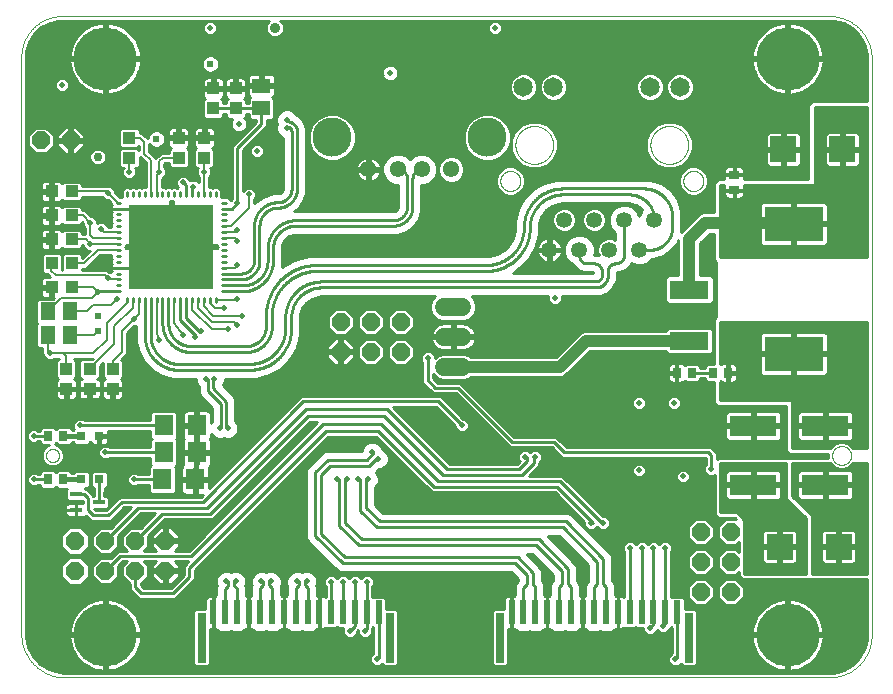
<source format=gtl>
G75*
%MOIN*%
%OFA0B0*%
%FSLAX25Y25*%
%IPPOS*%
%LPD*%
%AMOC8*
5,1,8,0,0,1.08239X$1,22.5*
%
%ADD10C,0.00000*%
%ADD11R,0.02400X0.07900*%
%ADD12R,0.02800X0.16500*%
%ADD13R,0.12992X0.06102*%
%ADD14C,0.06000*%
%ADD15R,0.02756X0.03543*%
%ADD16R,0.03150X0.03150*%
%ADD17OC8,0.06000*%
%ADD18R,0.06299X0.07087*%
%ADD19R,0.04400X0.01800*%
%ADD20C,0.21000*%
%ADD21R,0.15748X0.07087*%
%ADD22R,0.03543X0.02756*%
%ADD23R,0.08600X0.08600*%
%ADD24R,0.19685X0.11811*%
%ADD25C,0.05315*%
%ADD26C,0.06496*%
%ADD27C,0.00984*%
%ADD28R,0.27953X0.27953*%
%ADD29R,0.04331X0.03937*%
%ADD30R,0.03937X0.04331*%
%ADD31R,0.05906X0.05118*%
%ADD32R,0.05118X0.05906*%
%ADD33C,0.13055*%
%ADD34C,0.05433*%
%ADD35C,0.02375*%
%ADD36C,0.02000*%
%ADD37C,0.01000*%
%ADD38C,0.03543*%
%ADD39C,0.00800*%
%ADD40C,0.00801*%
%ADD41C,0.02953*%
%ADD42C,0.01600*%
%ADD43C,0.04000*%
D10*
X0015673Y0001500D02*
X0270791Y0001500D01*
X0271133Y0001504D01*
X0271476Y0001517D01*
X0271818Y0001537D01*
X0272159Y0001566D01*
X0272499Y0001603D01*
X0272839Y0001649D01*
X0273177Y0001702D01*
X0273514Y0001764D01*
X0273849Y0001834D01*
X0274183Y0001912D01*
X0274514Y0001998D01*
X0274844Y0002092D01*
X0275171Y0002194D01*
X0275495Y0002303D01*
X0275817Y0002421D01*
X0276136Y0002546D01*
X0276451Y0002679D01*
X0276764Y0002820D01*
X0277072Y0002968D01*
X0277378Y0003123D01*
X0277679Y0003286D01*
X0277976Y0003456D01*
X0278269Y0003633D01*
X0278558Y0003818D01*
X0278842Y0004009D01*
X0279122Y0004207D01*
X0279396Y0004411D01*
X0279666Y0004623D01*
X0279930Y0004840D01*
X0280189Y0005064D01*
X0280443Y0005295D01*
X0280691Y0005531D01*
X0280933Y0005773D01*
X0281169Y0006021D01*
X0281400Y0006275D01*
X0281624Y0006534D01*
X0281841Y0006798D01*
X0282053Y0007068D01*
X0282257Y0007342D01*
X0282455Y0007622D01*
X0282646Y0007906D01*
X0282831Y0008195D01*
X0283008Y0008488D01*
X0283178Y0008785D01*
X0283341Y0009086D01*
X0283496Y0009392D01*
X0283644Y0009700D01*
X0283785Y0010013D01*
X0283918Y0010328D01*
X0284043Y0010647D01*
X0284161Y0010969D01*
X0284270Y0011293D01*
X0284372Y0011620D01*
X0284466Y0011950D01*
X0284552Y0012281D01*
X0284630Y0012615D01*
X0284700Y0012950D01*
X0284762Y0013287D01*
X0284815Y0013625D01*
X0284861Y0013965D01*
X0284898Y0014305D01*
X0284927Y0014646D01*
X0284947Y0014988D01*
X0284960Y0015331D01*
X0284964Y0015673D01*
X0284965Y0015673D02*
X0284965Y0207799D01*
X0284964Y0207799D02*
X0284960Y0208141D01*
X0284947Y0208484D01*
X0284927Y0208826D01*
X0284898Y0209167D01*
X0284861Y0209507D01*
X0284815Y0209847D01*
X0284762Y0210185D01*
X0284700Y0210522D01*
X0284630Y0210857D01*
X0284552Y0211191D01*
X0284466Y0211522D01*
X0284372Y0211852D01*
X0284270Y0212179D01*
X0284161Y0212503D01*
X0284043Y0212825D01*
X0283918Y0213144D01*
X0283785Y0213459D01*
X0283644Y0213772D01*
X0283496Y0214080D01*
X0283341Y0214386D01*
X0283178Y0214687D01*
X0283008Y0214984D01*
X0282831Y0215277D01*
X0282646Y0215566D01*
X0282455Y0215850D01*
X0282257Y0216130D01*
X0282053Y0216404D01*
X0281841Y0216674D01*
X0281624Y0216938D01*
X0281400Y0217197D01*
X0281169Y0217451D01*
X0280933Y0217699D01*
X0280691Y0217941D01*
X0280443Y0218177D01*
X0280189Y0218408D01*
X0279930Y0218632D01*
X0279666Y0218849D01*
X0279396Y0219061D01*
X0279122Y0219265D01*
X0278842Y0219463D01*
X0278558Y0219654D01*
X0278269Y0219839D01*
X0277976Y0220016D01*
X0277679Y0220186D01*
X0277378Y0220349D01*
X0277072Y0220504D01*
X0276764Y0220652D01*
X0276451Y0220793D01*
X0276136Y0220926D01*
X0275817Y0221051D01*
X0275495Y0221169D01*
X0275171Y0221278D01*
X0274844Y0221380D01*
X0274514Y0221474D01*
X0274183Y0221560D01*
X0273849Y0221638D01*
X0273514Y0221708D01*
X0273177Y0221770D01*
X0272839Y0221823D01*
X0272499Y0221869D01*
X0272159Y0221906D01*
X0271818Y0221935D01*
X0271476Y0221955D01*
X0271133Y0221968D01*
X0270791Y0221972D01*
X0015673Y0221972D01*
X0015342Y0221980D01*
X0015012Y0221980D01*
X0014681Y0221972D01*
X0014351Y0221956D01*
X0014021Y0221932D01*
X0013692Y0221901D01*
X0013364Y0221861D01*
X0013037Y0221813D01*
X0012711Y0221758D01*
X0012386Y0221694D01*
X0012063Y0221623D01*
X0011742Y0221544D01*
X0011423Y0221457D01*
X0011107Y0221363D01*
X0010792Y0221261D01*
X0010480Y0221151D01*
X0010171Y0221034D01*
X0009865Y0220909D01*
X0009562Y0220777D01*
X0009262Y0220638D01*
X0008965Y0220492D01*
X0008672Y0220338D01*
X0008383Y0220177D01*
X0008098Y0220010D01*
X0007817Y0219836D01*
X0007541Y0219654D01*
X0007269Y0219467D01*
X0007001Y0219272D01*
X0006738Y0219072D01*
X0006480Y0218865D01*
X0006228Y0218652D01*
X0005980Y0218433D01*
X0005738Y0218207D01*
X0005501Y0217977D01*
X0005270Y0217740D01*
X0005045Y0217498D01*
X0004826Y0217251D01*
X0004612Y0216998D01*
X0004405Y0216740D01*
X0004204Y0216478D01*
X0004010Y0216210D01*
X0003822Y0215938D01*
X0003641Y0215662D01*
X0003466Y0215381D01*
X0003299Y0215096D01*
X0003138Y0214807D01*
X0002984Y0214514D01*
X0002838Y0214218D01*
X0002698Y0213918D01*
X0002566Y0213615D01*
X0002441Y0213309D01*
X0002324Y0213000D01*
X0002214Y0212688D01*
X0002112Y0212373D01*
X0002017Y0212057D01*
X0001930Y0211738D01*
X0001851Y0211417D01*
X0001779Y0211094D01*
X0001716Y0210769D01*
X0001660Y0210443D01*
X0001612Y0210116D01*
X0001572Y0209788D01*
X0001540Y0209459D01*
X0001516Y0209129D01*
X0001500Y0208799D01*
X0001500Y0016673D01*
X0001492Y0016318D01*
X0001492Y0015963D01*
X0001502Y0015609D01*
X0001520Y0015254D01*
X0001546Y0014901D01*
X0001581Y0014548D01*
X0001625Y0014195D01*
X0001677Y0013845D01*
X0001737Y0013495D01*
X0001806Y0013147D01*
X0001884Y0012801D01*
X0001969Y0012456D01*
X0002063Y0012114D01*
X0002165Y0011774D01*
X0002276Y0011437D01*
X0002394Y0011103D01*
X0002521Y0010771D01*
X0002655Y0010443D01*
X0002798Y0010118D01*
X0002948Y0009797D01*
X0003106Y0009479D01*
X0003271Y0009165D01*
X0003445Y0008855D01*
X0003625Y0008550D01*
X0003813Y0008249D01*
X0004008Y0007953D01*
X0004210Y0007661D01*
X0004419Y0007375D01*
X0004635Y0007093D01*
X0004858Y0006817D01*
X0005088Y0006546D01*
X0005323Y0006281D01*
X0005566Y0006022D01*
X0005814Y0005769D01*
X0006068Y0005521D01*
X0006329Y0005280D01*
X0006595Y0005046D01*
X0006867Y0004817D01*
X0007144Y0004596D01*
X0007426Y0004381D01*
X0007714Y0004173D01*
X0008006Y0003972D01*
X0008303Y0003778D01*
X0008605Y0003592D01*
X0008911Y0003413D01*
X0009222Y0003241D01*
X0009536Y0003077D01*
X0009855Y0002920D01*
X0010177Y0002771D01*
X0010502Y0002630D01*
X0010831Y0002497D01*
X0011163Y0002372D01*
X0011498Y0002255D01*
X0011836Y0002146D01*
X0012176Y0002046D01*
X0012518Y0001953D01*
X0012863Y0001869D01*
X0013210Y0001793D01*
X0013558Y0001726D01*
X0013908Y0001667D01*
X0014259Y0001616D01*
X0014611Y0001574D01*
X0014965Y0001541D01*
X0015319Y0001516D01*
X0015673Y0001500D01*
X0009776Y0075500D02*
X0009778Y0075593D01*
X0009784Y0075685D01*
X0009794Y0075777D01*
X0009808Y0075868D01*
X0009825Y0075959D01*
X0009847Y0076049D01*
X0009872Y0076138D01*
X0009901Y0076226D01*
X0009934Y0076312D01*
X0009971Y0076397D01*
X0010011Y0076481D01*
X0010055Y0076562D01*
X0010102Y0076642D01*
X0010152Y0076720D01*
X0010206Y0076795D01*
X0010263Y0076868D01*
X0010323Y0076938D01*
X0010386Y0077006D01*
X0010452Y0077071D01*
X0010520Y0077133D01*
X0010591Y0077193D01*
X0010665Y0077249D01*
X0010741Y0077302D01*
X0010819Y0077351D01*
X0010899Y0077398D01*
X0010981Y0077440D01*
X0011065Y0077480D01*
X0011150Y0077515D01*
X0011237Y0077547D01*
X0011325Y0077576D01*
X0011414Y0077600D01*
X0011504Y0077621D01*
X0011595Y0077637D01*
X0011687Y0077650D01*
X0011779Y0077659D01*
X0011872Y0077664D01*
X0011964Y0077665D01*
X0012057Y0077662D01*
X0012149Y0077655D01*
X0012241Y0077644D01*
X0012332Y0077629D01*
X0012423Y0077611D01*
X0012513Y0077588D01*
X0012601Y0077562D01*
X0012689Y0077532D01*
X0012775Y0077498D01*
X0012859Y0077461D01*
X0012942Y0077419D01*
X0013023Y0077375D01*
X0013103Y0077327D01*
X0013180Y0077276D01*
X0013254Y0077221D01*
X0013327Y0077163D01*
X0013397Y0077103D01*
X0013464Y0077039D01*
X0013528Y0076973D01*
X0013590Y0076903D01*
X0013648Y0076832D01*
X0013703Y0076758D01*
X0013755Y0076681D01*
X0013804Y0076602D01*
X0013850Y0076522D01*
X0013892Y0076439D01*
X0013930Y0076355D01*
X0013965Y0076269D01*
X0013996Y0076182D01*
X0014023Y0076094D01*
X0014046Y0076004D01*
X0014066Y0075914D01*
X0014082Y0075823D01*
X0014094Y0075731D01*
X0014102Y0075639D01*
X0014106Y0075546D01*
X0014106Y0075454D01*
X0014102Y0075361D01*
X0014094Y0075269D01*
X0014082Y0075177D01*
X0014066Y0075086D01*
X0014046Y0074996D01*
X0014023Y0074906D01*
X0013996Y0074818D01*
X0013965Y0074731D01*
X0013930Y0074645D01*
X0013892Y0074561D01*
X0013850Y0074478D01*
X0013804Y0074398D01*
X0013755Y0074319D01*
X0013703Y0074242D01*
X0013648Y0074168D01*
X0013590Y0074097D01*
X0013528Y0074027D01*
X0013464Y0073961D01*
X0013397Y0073897D01*
X0013327Y0073837D01*
X0013254Y0073779D01*
X0013180Y0073724D01*
X0013103Y0073673D01*
X0013024Y0073625D01*
X0012942Y0073581D01*
X0012859Y0073539D01*
X0012775Y0073502D01*
X0012689Y0073468D01*
X0012601Y0073438D01*
X0012513Y0073412D01*
X0012423Y0073389D01*
X0012332Y0073371D01*
X0012241Y0073356D01*
X0012149Y0073345D01*
X0012057Y0073338D01*
X0011964Y0073335D01*
X0011872Y0073336D01*
X0011779Y0073341D01*
X0011687Y0073350D01*
X0011595Y0073363D01*
X0011504Y0073379D01*
X0011414Y0073400D01*
X0011325Y0073424D01*
X0011237Y0073453D01*
X0011150Y0073485D01*
X0011065Y0073520D01*
X0010981Y0073560D01*
X0010899Y0073602D01*
X0010819Y0073649D01*
X0010741Y0073698D01*
X0010665Y0073751D01*
X0010591Y0073807D01*
X0010520Y0073867D01*
X0010452Y0073929D01*
X0010386Y0073994D01*
X0010323Y0074062D01*
X0010263Y0074132D01*
X0010206Y0074205D01*
X0010152Y0074280D01*
X0010102Y0074358D01*
X0010055Y0074438D01*
X0010011Y0074519D01*
X0009971Y0074603D01*
X0009934Y0074688D01*
X0009901Y0074774D01*
X0009872Y0074862D01*
X0009847Y0074951D01*
X0009825Y0075041D01*
X0009808Y0075132D01*
X0009794Y0075223D01*
X0009784Y0075315D01*
X0009778Y0075407D01*
X0009776Y0075500D01*
X0161142Y0166992D02*
X0161144Y0167107D01*
X0161150Y0167223D01*
X0161160Y0167338D01*
X0161174Y0167453D01*
X0161192Y0167567D01*
X0161214Y0167680D01*
X0161239Y0167793D01*
X0161269Y0167904D01*
X0161302Y0168015D01*
X0161339Y0168124D01*
X0161380Y0168232D01*
X0161425Y0168339D01*
X0161473Y0168444D01*
X0161525Y0168547D01*
X0161581Y0168648D01*
X0161640Y0168748D01*
X0161702Y0168845D01*
X0161768Y0168940D01*
X0161836Y0169033D01*
X0161908Y0169123D01*
X0161983Y0169211D01*
X0162062Y0169296D01*
X0162143Y0169378D01*
X0162226Y0169458D01*
X0162313Y0169534D01*
X0162402Y0169608D01*
X0162493Y0169678D01*
X0162587Y0169746D01*
X0162683Y0169810D01*
X0162782Y0169870D01*
X0162882Y0169927D01*
X0162984Y0169981D01*
X0163088Y0170031D01*
X0163194Y0170078D01*
X0163301Y0170121D01*
X0163410Y0170160D01*
X0163520Y0170195D01*
X0163631Y0170226D01*
X0163743Y0170254D01*
X0163856Y0170278D01*
X0163970Y0170298D01*
X0164085Y0170314D01*
X0164200Y0170326D01*
X0164315Y0170334D01*
X0164430Y0170338D01*
X0164546Y0170338D01*
X0164661Y0170334D01*
X0164776Y0170326D01*
X0164891Y0170314D01*
X0165006Y0170298D01*
X0165120Y0170278D01*
X0165233Y0170254D01*
X0165345Y0170226D01*
X0165456Y0170195D01*
X0165566Y0170160D01*
X0165675Y0170121D01*
X0165782Y0170078D01*
X0165888Y0170031D01*
X0165992Y0169981D01*
X0166094Y0169927D01*
X0166194Y0169870D01*
X0166293Y0169810D01*
X0166389Y0169746D01*
X0166483Y0169678D01*
X0166574Y0169608D01*
X0166663Y0169534D01*
X0166750Y0169458D01*
X0166833Y0169378D01*
X0166914Y0169296D01*
X0166993Y0169211D01*
X0167068Y0169123D01*
X0167140Y0169033D01*
X0167208Y0168940D01*
X0167274Y0168845D01*
X0167336Y0168748D01*
X0167395Y0168648D01*
X0167451Y0168547D01*
X0167503Y0168444D01*
X0167551Y0168339D01*
X0167596Y0168232D01*
X0167637Y0168124D01*
X0167674Y0168015D01*
X0167707Y0167904D01*
X0167737Y0167793D01*
X0167762Y0167680D01*
X0167784Y0167567D01*
X0167802Y0167453D01*
X0167816Y0167338D01*
X0167826Y0167223D01*
X0167832Y0167107D01*
X0167834Y0166992D01*
X0167832Y0166877D01*
X0167826Y0166761D01*
X0167816Y0166646D01*
X0167802Y0166531D01*
X0167784Y0166417D01*
X0167762Y0166304D01*
X0167737Y0166191D01*
X0167707Y0166080D01*
X0167674Y0165969D01*
X0167637Y0165860D01*
X0167596Y0165752D01*
X0167551Y0165645D01*
X0167503Y0165540D01*
X0167451Y0165437D01*
X0167395Y0165336D01*
X0167336Y0165236D01*
X0167274Y0165139D01*
X0167208Y0165044D01*
X0167140Y0164951D01*
X0167068Y0164861D01*
X0166993Y0164773D01*
X0166914Y0164688D01*
X0166833Y0164606D01*
X0166750Y0164526D01*
X0166663Y0164450D01*
X0166574Y0164376D01*
X0166483Y0164306D01*
X0166389Y0164238D01*
X0166293Y0164174D01*
X0166194Y0164114D01*
X0166094Y0164057D01*
X0165992Y0164003D01*
X0165888Y0163953D01*
X0165782Y0163906D01*
X0165675Y0163863D01*
X0165566Y0163824D01*
X0165456Y0163789D01*
X0165345Y0163758D01*
X0165233Y0163730D01*
X0165120Y0163706D01*
X0165006Y0163686D01*
X0164891Y0163670D01*
X0164776Y0163658D01*
X0164661Y0163650D01*
X0164546Y0163646D01*
X0164430Y0163646D01*
X0164315Y0163650D01*
X0164200Y0163658D01*
X0164085Y0163670D01*
X0163970Y0163686D01*
X0163856Y0163706D01*
X0163743Y0163730D01*
X0163631Y0163758D01*
X0163520Y0163789D01*
X0163410Y0163824D01*
X0163301Y0163863D01*
X0163194Y0163906D01*
X0163088Y0163953D01*
X0162984Y0164003D01*
X0162882Y0164057D01*
X0162782Y0164114D01*
X0162683Y0164174D01*
X0162587Y0164238D01*
X0162493Y0164306D01*
X0162402Y0164376D01*
X0162313Y0164450D01*
X0162226Y0164526D01*
X0162143Y0164606D01*
X0162062Y0164688D01*
X0161983Y0164773D01*
X0161908Y0164861D01*
X0161836Y0164951D01*
X0161768Y0165044D01*
X0161702Y0165139D01*
X0161640Y0165236D01*
X0161581Y0165336D01*
X0161525Y0165437D01*
X0161473Y0165540D01*
X0161425Y0165645D01*
X0161380Y0165752D01*
X0161339Y0165860D01*
X0161302Y0165969D01*
X0161269Y0166080D01*
X0161239Y0166191D01*
X0161214Y0166304D01*
X0161192Y0166417D01*
X0161174Y0166531D01*
X0161160Y0166646D01*
X0161150Y0166761D01*
X0161144Y0166877D01*
X0161142Y0166992D01*
X0166201Y0179000D02*
X0166203Y0179158D01*
X0166209Y0179316D01*
X0166219Y0179474D01*
X0166233Y0179632D01*
X0166251Y0179789D01*
X0166272Y0179946D01*
X0166298Y0180102D01*
X0166328Y0180258D01*
X0166361Y0180413D01*
X0166399Y0180566D01*
X0166440Y0180719D01*
X0166485Y0180871D01*
X0166534Y0181022D01*
X0166587Y0181171D01*
X0166643Y0181319D01*
X0166703Y0181465D01*
X0166767Y0181610D01*
X0166835Y0181753D01*
X0166906Y0181895D01*
X0166980Y0182035D01*
X0167058Y0182172D01*
X0167140Y0182308D01*
X0167224Y0182442D01*
X0167313Y0182573D01*
X0167404Y0182702D01*
X0167499Y0182829D01*
X0167596Y0182954D01*
X0167697Y0183076D01*
X0167801Y0183195D01*
X0167908Y0183312D01*
X0168018Y0183426D01*
X0168131Y0183537D01*
X0168246Y0183646D01*
X0168364Y0183751D01*
X0168485Y0183853D01*
X0168608Y0183953D01*
X0168734Y0184049D01*
X0168862Y0184142D01*
X0168992Y0184232D01*
X0169125Y0184318D01*
X0169260Y0184402D01*
X0169396Y0184481D01*
X0169535Y0184558D01*
X0169676Y0184630D01*
X0169818Y0184700D01*
X0169962Y0184765D01*
X0170108Y0184827D01*
X0170255Y0184885D01*
X0170404Y0184940D01*
X0170554Y0184991D01*
X0170705Y0185038D01*
X0170857Y0185081D01*
X0171010Y0185120D01*
X0171165Y0185156D01*
X0171320Y0185187D01*
X0171476Y0185215D01*
X0171632Y0185239D01*
X0171789Y0185259D01*
X0171947Y0185275D01*
X0172104Y0185287D01*
X0172263Y0185295D01*
X0172421Y0185299D01*
X0172579Y0185299D01*
X0172737Y0185295D01*
X0172896Y0185287D01*
X0173053Y0185275D01*
X0173211Y0185259D01*
X0173368Y0185239D01*
X0173524Y0185215D01*
X0173680Y0185187D01*
X0173835Y0185156D01*
X0173990Y0185120D01*
X0174143Y0185081D01*
X0174295Y0185038D01*
X0174446Y0184991D01*
X0174596Y0184940D01*
X0174745Y0184885D01*
X0174892Y0184827D01*
X0175038Y0184765D01*
X0175182Y0184700D01*
X0175324Y0184630D01*
X0175465Y0184558D01*
X0175604Y0184481D01*
X0175740Y0184402D01*
X0175875Y0184318D01*
X0176008Y0184232D01*
X0176138Y0184142D01*
X0176266Y0184049D01*
X0176392Y0183953D01*
X0176515Y0183853D01*
X0176636Y0183751D01*
X0176754Y0183646D01*
X0176869Y0183537D01*
X0176982Y0183426D01*
X0177092Y0183312D01*
X0177199Y0183195D01*
X0177303Y0183076D01*
X0177404Y0182954D01*
X0177501Y0182829D01*
X0177596Y0182702D01*
X0177687Y0182573D01*
X0177776Y0182442D01*
X0177860Y0182308D01*
X0177942Y0182172D01*
X0178020Y0182035D01*
X0178094Y0181895D01*
X0178165Y0181753D01*
X0178233Y0181610D01*
X0178297Y0181465D01*
X0178357Y0181319D01*
X0178413Y0181171D01*
X0178466Y0181022D01*
X0178515Y0180871D01*
X0178560Y0180719D01*
X0178601Y0180566D01*
X0178639Y0180413D01*
X0178672Y0180258D01*
X0178702Y0180102D01*
X0178728Y0179946D01*
X0178749Y0179789D01*
X0178767Y0179632D01*
X0178781Y0179474D01*
X0178791Y0179316D01*
X0178797Y0179158D01*
X0178799Y0179000D01*
X0178797Y0178842D01*
X0178791Y0178684D01*
X0178781Y0178526D01*
X0178767Y0178368D01*
X0178749Y0178211D01*
X0178728Y0178054D01*
X0178702Y0177898D01*
X0178672Y0177742D01*
X0178639Y0177587D01*
X0178601Y0177434D01*
X0178560Y0177281D01*
X0178515Y0177129D01*
X0178466Y0176978D01*
X0178413Y0176829D01*
X0178357Y0176681D01*
X0178297Y0176535D01*
X0178233Y0176390D01*
X0178165Y0176247D01*
X0178094Y0176105D01*
X0178020Y0175965D01*
X0177942Y0175828D01*
X0177860Y0175692D01*
X0177776Y0175558D01*
X0177687Y0175427D01*
X0177596Y0175298D01*
X0177501Y0175171D01*
X0177404Y0175046D01*
X0177303Y0174924D01*
X0177199Y0174805D01*
X0177092Y0174688D01*
X0176982Y0174574D01*
X0176869Y0174463D01*
X0176754Y0174354D01*
X0176636Y0174249D01*
X0176515Y0174147D01*
X0176392Y0174047D01*
X0176266Y0173951D01*
X0176138Y0173858D01*
X0176008Y0173768D01*
X0175875Y0173682D01*
X0175740Y0173598D01*
X0175604Y0173519D01*
X0175465Y0173442D01*
X0175324Y0173370D01*
X0175182Y0173300D01*
X0175038Y0173235D01*
X0174892Y0173173D01*
X0174745Y0173115D01*
X0174596Y0173060D01*
X0174446Y0173009D01*
X0174295Y0172962D01*
X0174143Y0172919D01*
X0173990Y0172880D01*
X0173835Y0172844D01*
X0173680Y0172813D01*
X0173524Y0172785D01*
X0173368Y0172761D01*
X0173211Y0172741D01*
X0173053Y0172725D01*
X0172896Y0172713D01*
X0172737Y0172705D01*
X0172579Y0172701D01*
X0172421Y0172701D01*
X0172263Y0172705D01*
X0172104Y0172713D01*
X0171947Y0172725D01*
X0171789Y0172741D01*
X0171632Y0172761D01*
X0171476Y0172785D01*
X0171320Y0172813D01*
X0171165Y0172844D01*
X0171010Y0172880D01*
X0170857Y0172919D01*
X0170705Y0172962D01*
X0170554Y0173009D01*
X0170404Y0173060D01*
X0170255Y0173115D01*
X0170108Y0173173D01*
X0169962Y0173235D01*
X0169818Y0173300D01*
X0169676Y0173370D01*
X0169535Y0173442D01*
X0169396Y0173519D01*
X0169260Y0173598D01*
X0169125Y0173682D01*
X0168992Y0173768D01*
X0168862Y0173858D01*
X0168734Y0173951D01*
X0168608Y0174047D01*
X0168485Y0174147D01*
X0168364Y0174249D01*
X0168246Y0174354D01*
X0168131Y0174463D01*
X0168018Y0174574D01*
X0167908Y0174688D01*
X0167801Y0174805D01*
X0167697Y0174924D01*
X0167596Y0175046D01*
X0167499Y0175171D01*
X0167404Y0175298D01*
X0167313Y0175427D01*
X0167224Y0175558D01*
X0167140Y0175692D01*
X0167058Y0175828D01*
X0166980Y0175965D01*
X0166906Y0176105D01*
X0166835Y0176247D01*
X0166767Y0176390D01*
X0166703Y0176535D01*
X0166643Y0176681D01*
X0166587Y0176829D01*
X0166534Y0176978D01*
X0166485Y0177129D01*
X0166440Y0177281D01*
X0166399Y0177434D01*
X0166361Y0177587D01*
X0166328Y0177742D01*
X0166298Y0177898D01*
X0166272Y0178054D01*
X0166251Y0178211D01*
X0166233Y0178368D01*
X0166219Y0178526D01*
X0166209Y0178684D01*
X0166203Y0178842D01*
X0166201Y0179000D01*
X0211201Y0179000D02*
X0211203Y0179158D01*
X0211209Y0179316D01*
X0211219Y0179474D01*
X0211233Y0179632D01*
X0211251Y0179789D01*
X0211272Y0179946D01*
X0211298Y0180102D01*
X0211328Y0180258D01*
X0211361Y0180413D01*
X0211399Y0180566D01*
X0211440Y0180719D01*
X0211485Y0180871D01*
X0211534Y0181022D01*
X0211587Y0181171D01*
X0211643Y0181319D01*
X0211703Y0181465D01*
X0211767Y0181610D01*
X0211835Y0181753D01*
X0211906Y0181895D01*
X0211980Y0182035D01*
X0212058Y0182172D01*
X0212140Y0182308D01*
X0212224Y0182442D01*
X0212313Y0182573D01*
X0212404Y0182702D01*
X0212499Y0182829D01*
X0212596Y0182954D01*
X0212697Y0183076D01*
X0212801Y0183195D01*
X0212908Y0183312D01*
X0213018Y0183426D01*
X0213131Y0183537D01*
X0213246Y0183646D01*
X0213364Y0183751D01*
X0213485Y0183853D01*
X0213608Y0183953D01*
X0213734Y0184049D01*
X0213862Y0184142D01*
X0213992Y0184232D01*
X0214125Y0184318D01*
X0214260Y0184402D01*
X0214396Y0184481D01*
X0214535Y0184558D01*
X0214676Y0184630D01*
X0214818Y0184700D01*
X0214962Y0184765D01*
X0215108Y0184827D01*
X0215255Y0184885D01*
X0215404Y0184940D01*
X0215554Y0184991D01*
X0215705Y0185038D01*
X0215857Y0185081D01*
X0216010Y0185120D01*
X0216165Y0185156D01*
X0216320Y0185187D01*
X0216476Y0185215D01*
X0216632Y0185239D01*
X0216789Y0185259D01*
X0216947Y0185275D01*
X0217104Y0185287D01*
X0217263Y0185295D01*
X0217421Y0185299D01*
X0217579Y0185299D01*
X0217737Y0185295D01*
X0217896Y0185287D01*
X0218053Y0185275D01*
X0218211Y0185259D01*
X0218368Y0185239D01*
X0218524Y0185215D01*
X0218680Y0185187D01*
X0218835Y0185156D01*
X0218990Y0185120D01*
X0219143Y0185081D01*
X0219295Y0185038D01*
X0219446Y0184991D01*
X0219596Y0184940D01*
X0219745Y0184885D01*
X0219892Y0184827D01*
X0220038Y0184765D01*
X0220182Y0184700D01*
X0220324Y0184630D01*
X0220465Y0184558D01*
X0220604Y0184481D01*
X0220740Y0184402D01*
X0220875Y0184318D01*
X0221008Y0184232D01*
X0221138Y0184142D01*
X0221266Y0184049D01*
X0221392Y0183953D01*
X0221515Y0183853D01*
X0221636Y0183751D01*
X0221754Y0183646D01*
X0221869Y0183537D01*
X0221982Y0183426D01*
X0222092Y0183312D01*
X0222199Y0183195D01*
X0222303Y0183076D01*
X0222404Y0182954D01*
X0222501Y0182829D01*
X0222596Y0182702D01*
X0222687Y0182573D01*
X0222776Y0182442D01*
X0222860Y0182308D01*
X0222942Y0182172D01*
X0223020Y0182035D01*
X0223094Y0181895D01*
X0223165Y0181753D01*
X0223233Y0181610D01*
X0223297Y0181465D01*
X0223357Y0181319D01*
X0223413Y0181171D01*
X0223466Y0181022D01*
X0223515Y0180871D01*
X0223560Y0180719D01*
X0223601Y0180566D01*
X0223639Y0180413D01*
X0223672Y0180258D01*
X0223702Y0180102D01*
X0223728Y0179946D01*
X0223749Y0179789D01*
X0223767Y0179632D01*
X0223781Y0179474D01*
X0223791Y0179316D01*
X0223797Y0179158D01*
X0223799Y0179000D01*
X0223797Y0178842D01*
X0223791Y0178684D01*
X0223781Y0178526D01*
X0223767Y0178368D01*
X0223749Y0178211D01*
X0223728Y0178054D01*
X0223702Y0177898D01*
X0223672Y0177742D01*
X0223639Y0177587D01*
X0223601Y0177434D01*
X0223560Y0177281D01*
X0223515Y0177129D01*
X0223466Y0176978D01*
X0223413Y0176829D01*
X0223357Y0176681D01*
X0223297Y0176535D01*
X0223233Y0176390D01*
X0223165Y0176247D01*
X0223094Y0176105D01*
X0223020Y0175965D01*
X0222942Y0175828D01*
X0222860Y0175692D01*
X0222776Y0175558D01*
X0222687Y0175427D01*
X0222596Y0175298D01*
X0222501Y0175171D01*
X0222404Y0175046D01*
X0222303Y0174924D01*
X0222199Y0174805D01*
X0222092Y0174688D01*
X0221982Y0174574D01*
X0221869Y0174463D01*
X0221754Y0174354D01*
X0221636Y0174249D01*
X0221515Y0174147D01*
X0221392Y0174047D01*
X0221266Y0173951D01*
X0221138Y0173858D01*
X0221008Y0173768D01*
X0220875Y0173682D01*
X0220740Y0173598D01*
X0220604Y0173519D01*
X0220465Y0173442D01*
X0220324Y0173370D01*
X0220182Y0173300D01*
X0220038Y0173235D01*
X0219892Y0173173D01*
X0219745Y0173115D01*
X0219596Y0173060D01*
X0219446Y0173009D01*
X0219295Y0172962D01*
X0219143Y0172919D01*
X0218990Y0172880D01*
X0218835Y0172844D01*
X0218680Y0172813D01*
X0218524Y0172785D01*
X0218368Y0172761D01*
X0218211Y0172741D01*
X0218053Y0172725D01*
X0217896Y0172713D01*
X0217737Y0172705D01*
X0217579Y0172701D01*
X0217421Y0172701D01*
X0217263Y0172705D01*
X0217104Y0172713D01*
X0216947Y0172725D01*
X0216789Y0172741D01*
X0216632Y0172761D01*
X0216476Y0172785D01*
X0216320Y0172813D01*
X0216165Y0172844D01*
X0216010Y0172880D01*
X0215857Y0172919D01*
X0215705Y0172962D01*
X0215554Y0173009D01*
X0215404Y0173060D01*
X0215255Y0173115D01*
X0215108Y0173173D01*
X0214962Y0173235D01*
X0214818Y0173300D01*
X0214676Y0173370D01*
X0214535Y0173442D01*
X0214396Y0173519D01*
X0214260Y0173598D01*
X0214125Y0173682D01*
X0213992Y0173768D01*
X0213862Y0173858D01*
X0213734Y0173951D01*
X0213608Y0174047D01*
X0213485Y0174147D01*
X0213364Y0174249D01*
X0213246Y0174354D01*
X0213131Y0174463D01*
X0213018Y0174574D01*
X0212908Y0174688D01*
X0212801Y0174805D01*
X0212697Y0174924D01*
X0212596Y0175046D01*
X0212499Y0175171D01*
X0212404Y0175298D01*
X0212313Y0175427D01*
X0212224Y0175558D01*
X0212140Y0175692D01*
X0212058Y0175828D01*
X0211980Y0175965D01*
X0211906Y0176105D01*
X0211835Y0176247D01*
X0211767Y0176390D01*
X0211703Y0176535D01*
X0211643Y0176681D01*
X0211587Y0176829D01*
X0211534Y0176978D01*
X0211485Y0177129D01*
X0211440Y0177281D01*
X0211399Y0177434D01*
X0211361Y0177587D01*
X0211328Y0177742D01*
X0211298Y0177898D01*
X0211272Y0178054D01*
X0211251Y0178211D01*
X0211233Y0178368D01*
X0211219Y0178526D01*
X0211209Y0178684D01*
X0211203Y0178842D01*
X0211201Y0179000D01*
X0222166Y0166992D02*
X0222168Y0167107D01*
X0222174Y0167223D01*
X0222184Y0167338D01*
X0222198Y0167453D01*
X0222216Y0167567D01*
X0222238Y0167680D01*
X0222263Y0167793D01*
X0222293Y0167904D01*
X0222326Y0168015D01*
X0222363Y0168124D01*
X0222404Y0168232D01*
X0222449Y0168339D01*
X0222497Y0168444D01*
X0222549Y0168547D01*
X0222605Y0168648D01*
X0222664Y0168748D01*
X0222726Y0168845D01*
X0222792Y0168940D01*
X0222860Y0169033D01*
X0222932Y0169123D01*
X0223007Y0169211D01*
X0223086Y0169296D01*
X0223167Y0169378D01*
X0223250Y0169458D01*
X0223337Y0169534D01*
X0223426Y0169608D01*
X0223517Y0169678D01*
X0223611Y0169746D01*
X0223707Y0169810D01*
X0223806Y0169870D01*
X0223906Y0169927D01*
X0224008Y0169981D01*
X0224112Y0170031D01*
X0224218Y0170078D01*
X0224325Y0170121D01*
X0224434Y0170160D01*
X0224544Y0170195D01*
X0224655Y0170226D01*
X0224767Y0170254D01*
X0224880Y0170278D01*
X0224994Y0170298D01*
X0225109Y0170314D01*
X0225224Y0170326D01*
X0225339Y0170334D01*
X0225454Y0170338D01*
X0225570Y0170338D01*
X0225685Y0170334D01*
X0225800Y0170326D01*
X0225915Y0170314D01*
X0226030Y0170298D01*
X0226144Y0170278D01*
X0226257Y0170254D01*
X0226369Y0170226D01*
X0226480Y0170195D01*
X0226590Y0170160D01*
X0226699Y0170121D01*
X0226806Y0170078D01*
X0226912Y0170031D01*
X0227016Y0169981D01*
X0227118Y0169927D01*
X0227218Y0169870D01*
X0227317Y0169810D01*
X0227413Y0169746D01*
X0227507Y0169678D01*
X0227598Y0169608D01*
X0227687Y0169534D01*
X0227774Y0169458D01*
X0227857Y0169378D01*
X0227938Y0169296D01*
X0228017Y0169211D01*
X0228092Y0169123D01*
X0228164Y0169033D01*
X0228232Y0168940D01*
X0228298Y0168845D01*
X0228360Y0168748D01*
X0228419Y0168648D01*
X0228475Y0168547D01*
X0228527Y0168444D01*
X0228575Y0168339D01*
X0228620Y0168232D01*
X0228661Y0168124D01*
X0228698Y0168015D01*
X0228731Y0167904D01*
X0228761Y0167793D01*
X0228786Y0167680D01*
X0228808Y0167567D01*
X0228826Y0167453D01*
X0228840Y0167338D01*
X0228850Y0167223D01*
X0228856Y0167107D01*
X0228858Y0166992D01*
X0228856Y0166877D01*
X0228850Y0166761D01*
X0228840Y0166646D01*
X0228826Y0166531D01*
X0228808Y0166417D01*
X0228786Y0166304D01*
X0228761Y0166191D01*
X0228731Y0166080D01*
X0228698Y0165969D01*
X0228661Y0165860D01*
X0228620Y0165752D01*
X0228575Y0165645D01*
X0228527Y0165540D01*
X0228475Y0165437D01*
X0228419Y0165336D01*
X0228360Y0165236D01*
X0228298Y0165139D01*
X0228232Y0165044D01*
X0228164Y0164951D01*
X0228092Y0164861D01*
X0228017Y0164773D01*
X0227938Y0164688D01*
X0227857Y0164606D01*
X0227774Y0164526D01*
X0227687Y0164450D01*
X0227598Y0164376D01*
X0227507Y0164306D01*
X0227413Y0164238D01*
X0227317Y0164174D01*
X0227218Y0164114D01*
X0227118Y0164057D01*
X0227016Y0164003D01*
X0226912Y0163953D01*
X0226806Y0163906D01*
X0226699Y0163863D01*
X0226590Y0163824D01*
X0226480Y0163789D01*
X0226369Y0163758D01*
X0226257Y0163730D01*
X0226144Y0163706D01*
X0226030Y0163686D01*
X0225915Y0163670D01*
X0225800Y0163658D01*
X0225685Y0163650D01*
X0225570Y0163646D01*
X0225454Y0163646D01*
X0225339Y0163650D01*
X0225224Y0163658D01*
X0225109Y0163670D01*
X0224994Y0163686D01*
X0224880Y0163706D01*
X0224767Y0163730D01*
X0224655Y0163758D01*
X0224544Y0163789D01*
X0224434Y0163824D01*
X0224325Y0163863D01*
X0224218Y0163906D01*
X0224112Y0163953D01*
X0224008Y0164003D01*
X0223906Y0164057D01*
X0223806Y0164114D01*
X0223707Y0164174D01*
X0223611Y0164238D01*
X0223517Y0164306D01*
X0223426Y0164376D01*
X0223337Y0164450D01*
X0223250Y0164526D01*
X0223167Y0164606D01*
X0223086Y0164688D01*
X0223007Y0164773D01*
X0222932Y0164861D01*
X0222860Y0164951D01*
X0222792Y0165044D01*
X0222726Y0165139D01*
X0222664Y0165236D01*
X0222605Y0165336D01*
X0222549Y0165437D01*
X0222497Y0165540D01*
X0222449Y0165645D01*
X0222404Y0165752D01*
X0222363Y0165860D01*
X0222326Y0165969D01*
X0222293Y0166080D01*
X0222263Y0166191D01*
X0222238Y0166304D01*
X0222216Y0166417D01*
X0222198Y0166531D01*
X0222184Y0166646D01*
X0222174Y0166761D01*
X0222168Y0166877D01*
X0222166Y0166992D01*
X0271783Y0075500D02*
X0271785Y0075612D01*
X0271791Y0075723D01*
X0271801Y0075835D01*
X0271815Y0075946D01*
X0271832Y0076056D01*
X0271854Y0076166D01*
X0271880Y0076275D01*
X0271909Y0076383D01*
X0271942Y0076489D01*
X0271979Y0076595D01*
X0272020Y0076699D01*
X0272065Y0076802D01*
X0272113Y0076903D01*
X0272164Y0077002D01*
X0272219Y0077099D01*
X0272278Y0077194D01*
X0272339Y0077288D01*
X0272404Y0077379D01*
X0272473Y0077467D01*
X0272544Y0077553D01*
X0272618Y0077637D01*
X0272696Y0077717D01*
X0272776Y0077795D01*
X0272859Y0077871D01*
X0272944Y0077943D01*
X0273032Y0078012D01*
X0273122Y0078078D01*
X0273215Y0078140D01*
X0273310Y0078200D01*
X0273407Y0078256D01*
X0273505Y0078308D01*
X0273606Y0078357D01*
X0273708Y0078402D01*
X0273812Y0078444D01*
X0273917Y0078482D01*
X0274024Y0078516D01*
X0274131Y0078546D01*
X0274240Y0078573D01*
X0274349Y0078595D01*
X0274460Y0078614D01*
X0274570Y0078629D01*
X0274682Y0078640D01*
X0274793Y0078647D01*
X0274905Y0078650D01*
X0275017Y0078649D01*
X0275129Y0078644D01*
X0275240Y0078635D01*
X0275351Y0078622D01*
X0275462Y0078605D01*
X0275572Y0078585D01*
X0275681Y0078560D01*
X0275789Y0078532D01*
X0275896Y0078499D01*
X0276002Y0078463D01*
X0276106Y0078423D01*
X0276209Y0078380D01*
X0276311Y0078333D01*
X0276410Y0078282D01*
X0276508Y0078228D01*
X0276604Y0078170D01*
X0276698Y0078109D01*
X0276789Y0078045D01*
X0276878Y0077978D01*
X0276965Y0077907D01*
X0277049Y0077833D01*
X0277131Y0077757D01*
X0277209Y0077677D01*
X0277285Y0077595D01*
X0277358Y0077510D01*
X0277428Y0077423D01*
X0277494Y0077333D01*
X0277558Y0077241D01*
X0277618Y0077147D01*
X0277675Y0077051D01*
X0277728Y0076952D01*
X0277778Y0076852D01*
X0277824Y0076751D01*
X0277867Y0076647D01*
X0277906Y0076542D01*
X0277941Y0076436D01*
X0277972Y0076329D01*
X0278000Y0076220D01*
X0278023Y0076111D01*
X0278043Y0076001D01*
X0278059Y0075890D01*
X0278071Y0075779D01*
X0278079Y0075668D01*
X0278083Y0075556D01*
X0278083Y0075444D01*
X0278079Y0075332D01*
X0278071Y0075221D01*
X0278059Y0075110D01*
X0278043Y0074999D01*
X0278023Y0074889D01*
X0278000Y0074780D01*
X0277972Y0074671D01*
X0277941Y0074564D01*
X0277906Y0074458D01*
X0277867Y0074353D01*
X0277824Y0074249D01*
X0277778Y0074148D01*
X0277728Y0074048D01*
X0277675Y0073949D01*
X0277618Y0073853D01*
X0277558Y0073759D01*
X0277494Y0073667D01*
X0277428Y0073577D01*
X0277358Y0073490D01*
X0277285Y0073405D01*
X0277209Y0073323D01*
X0277131Y0073243D01*
X0277049Y0073167D01*
X0276965Y0073093D01*
X0276878Y0073022D01*
X0276789Y0072955D01*
X0276698Y0072891D01*
X0276604Y0072830D01*
X0276508Y0072772D01*
X0276410Y0072718D01*
X0276311Y0072667D01*
X0276209Y0072620D01*
X0276106Y0072577D01*
X0276002Y0072537D01*
X0275896Y0072501D01*
X0275789Y0072468D01*
X0275681Y0072440D01*
X0275572Y0072415D01*
X0275462Y0072395D01*
X0275351Y0072378D01*
X0275240Y0072365D01*
X0275129Y0072356D01*
X0275017Y0072351D01*
X0274905Y0072350D01*
X0274793Y0072353D01*
X0274682Y0072360D01*
X0274570Y0072371D01*
X0274460Y0072386D01*
X0274349Y0072405D01*
X0274240Y0072427D01*
X0274131Y0072454D01*
X0274024Y0072484D01*
X0273917Y0072518D01*
X0273812Y0072556D01*
X0273708Y0072598D01*
X0273606Y0072643D01*
X0273505Y0072692D01*
X0273407Y0072744D01*
X0273310Y0072800D01*
X0273215Y0072860D01*
X0273122Y0072922D01*
X0273032Y0072988D01*
X0272944Y0073057D01*
X0272859Y0073129D01*
X0272776Y0073205D01*
X0272696Y0073283D01*
X0272618Y0073363D01*
X0272544Y0073447D01*
X0272473Y0073533D01*
X0272404Y0073621D01*
X0272339Y0073712D01*
X0272278Y0073806D01*
X0272219Y0073901D01*
X0272164Y0073998D01*
X0272113Y0074097D01*
X0272065Y0074198D01*
X0272020Y0074301D01*
X0271979Y0074405D01*
X0271942Y0074511D01*
X0271909Y0074617D01*
X0271880Y0074725D01*
X0271854Y0074834D01*
X0271832Y0074944D01*
X0271815Y0075054D01*
X0271801Y0075165D01*
X0271791Y0075277D01*
X0271785Y0075388D01*
X0271783Y0075500D01*
D11*
X0220100Y0023200D03*
X0216200Y0023200D03*
X0212200Y0023200D03*
X0208300Y0023200D03*
X0204300Y0023200D03*
X0200400Y0023200D03*
X0196500Y0023200D03*
X0192500Y0023200D03*
X0188600Y0023200D03*
X0184700Y0023200D03*
X0180700Y0023200D03*
X0176800Y0023200D03*
X0172800Y0023200D03*
X0168900Y0023200D03*
X0165000Y0023200D03*
X0120600Y0023200D03*
X0116700Y0023200D03*
X0112700Y0023200D03*
X0108800Y0023200D03*
X0104800Y0023200D03*
X0100900Y0023200D03*
X0097000Y0023200D03*
X0093000Y0023200D03*
X0089100Y0023200D03*
X0085200Y0023200D03*
X0081200Y0023200D03*
X0077300Y0023200D03*
X0073300Y0023200D03*
X0069400Y0023200D03*
X0065500Y0023200D03*
D12*
X0061600Y0014800D03*
X0124500Y0014800D03*
X0161100Y0014800D03*
X0224000Y0014800D03*
D13*
X0224200Y0113598D03*
X0224200Y0130802D03*
D14*
X0148500Y0125000D02*
X0142500Y0125000D01*
X0142500Y0115000D02*
X0148500Y0115000D01*
X0148500Y0105000D02*
X0142500Y0105000D01*
D15*
X0219941Y0103000D03*
X0225059Y0103000D03*
X0231941Y0103000D03*
X0237059Y0103000D03*
X0015559Y0082000D03*
X0010441Y0082000D03*
X0010441Y0067500D03*
X0015559Y0067500D03*
D16*
X0021547Y0067500D03*
X0027453Y0067500D03*
X0027453Y0082000D03*
X0021547Y0082000D03*
D17*
X0019500Y0047000D03*
X0019500Y0037000D03*
X0029500Y0037000D03*
X0039500Y0037000D03*
X0039500Y0047000D03*
X0029500Y0047000D03*
X0049500Y0047000D03*
X0049500Y0037000D03*
X0108000Y0110000D03*
X0118000Y0110000D03*
X0128000Y0110000D03*
X0128000Y0120000D03*
X0118000Y0120000D03*
X0108000Y0120000D03*
X0018000Y0180500D03*
X0008000Y0180500D03*
X0228000Y0050000D03*
X0238000Y0050000D03*
X0238000Y0040000D03*
X0238000Y0030000D03*
X0228000Y0030000D03*
X0228000Y0040000D03*
D18*
X0059512Y0067500D03*
X0060012Y0076500D03*
X0048988Y0076500D03*
X0048988Y0085500D03*
X0060012Y0085500D03*
X0048488Y0067500D03*
D19*
X0027400Y0059950D03*
X0019800Y0057350D03*
X0019800Y0062550D03*
D20*
X0029453Y0015673D03*
X0257012Y0015673D03*
X0257012Y0207799D03*
X0029453Y0207799D03*
D21*
X0245500Y0085343D03*
X0245500Y0065657D03*
X0269500Y0065657D03*
X0269500Y0085343D03*
D22*
X0239150Y0163941D03*
X0239150Y0169059D03*
D23*
X0255500Y0177500D03*
X0275185Y0177500D03*
X0274000Y0045000D03*
X0254315Y0045000D03*
D24*
X0259000Y0109346D03*
X0259000Y0152654D03*
D25*
X0212520Y0154000D03*
X0202520Y0154000D03*
X0192520Y0154000D03*
X0182520Y0154000D03*
X0187520Y0144000D03*
X0197520Y0144000D03*
X0207520Y0144000D03*
X0177520Y0144000D03*
D26*
X0178898Y0198291D03*
X0168898Y0198291D03*
X0211102Y0198291D03*
X0221102Y0198291D03*
D27*
X0069716Y0159764D02*
X0068536Y0159764D01*
X0068536Y0157795D02*
X0069716Y0157795D01*
X0069716Y0155827D02*
X0068536Y0155827D01*
X0068536Y0153858D02*
X0069716Y0153858D01*
X0069716Y0151890D02*
X0068536Y0151890D01*
X0068536Y0149921D02*
X0069716Y0149921D01*
X0069716Y0147953D02*
X0068536Y0147953D01*
X0068536Y0145984D02*
X0069716Y0145984D01*
X0069716Y0144016D02*
X0068536Y0144016D01*
X0068536Y0142047D02*
X0069716Y0142047D01*
X0069716Y0140079D02*
X0068536Y0140079D01*
X0068536Y0138110D02*
X0069716Y0138110D01*
X0069716Y0136142D02*
X0068536Y0136142D01*
X0068536Y0134173D02*
X0069716Y0134173D01*
X0069716Y0132205D02*
X0068536Y0132205D01*
X0068536Y0130236D02*
X0069716Y0130236D01*
X0066264Y0127964D02*
X0066264Y0126784D01*
X0064295Y0126784D02*
X0064295Y0127964D01*
X0062327Y0127964D02*
X0062327Y0126784D01*
X0060358Y0126784D02*
X0060358Y0127964D01*
X0058390Y0127964D02*
X0058390Y0126784D01*
X0056421Y0126784D02*
X0056421Y0127964D01*
X0054453Y0127964D02*
X0054453Y0126784D01*
X0052484Y0126784D02*
X0052484Y0127964D01*
X0050516Y0127964D02*
X0050516Y0126784D01*
X0048547Y0126784D02*
X0048547Y0127964D01*
X0046579Y0127964D02*
X0046579Y0126784D01*
X0044610Y0126784D02*
X0044610Y0127964D01*
X0042642Y0127964D02*
X0042642Y0126784D01*
X0040673Y0126784D02*
X0040673Y0127964D01*
X0038705Y0127964D02*
X0038705Y0126784D01*
X0036736Y0126784D02*
X0036736Y0127964D01*
X0034464Y0130236D02*
X0033284Y0130236D01*
X0033284Y0132205D02*
X0034464Y0132205D01*
X0034464Y0134173D02*
X0033284Y0134173D01*
X0033284Y0136142D02*
X0034464Y0136142D01*
X0034464Y0138110D02*
X0033284Y0138110D01*
X0033284Y0140079D02*
X0034464Y0140079D01*
X0034464Y0142047D02*
X0033284Y0142047D01*
X0033284Y0144016D02*
X0034464Y0144016D01*
X0034464Y0145984D02*
X0033284Y0145984D01*
X0033284Y0147953D02*
X0034464Y0147953D01*
X0034464Y0149921D02*
X0033284Y0149921D01*
X0033284Y0151890D02*
X0034464Y0151890D01*
X0034464Y0153858D02*
X0033284Y0153858D01*
X0033284Y0155827D02*
X0034464Y0155827D01*
X0034464Y0157795D02*
X0033284Y0157795D01*
X0033284Y0159764D02*
X0034464Y0159764D01*
X0036736Y0162036D02*
X0036736Y0163216D01*
X0038705Y0163216D02*
X0038705Y0162036D01*
X0040673Y0162036D02*
X0040673Y0163216D01*
X0042642Y0163216D02*
X0042642Y0162036D01*
X0044610Y0162036D02*
X0044610Y0163216D01*
X0046579Y0163216D02*
X0046579Y0162036D01*
X0048547Y0162036D02*
X0048547Y0163216D01*
X0050516Y0163216D02*
X0050516Y0162036D01*
X0052484Y0162036D02*
X0052484Y0163216D01*
X0054453Y0163216D02*
X0054453Y0162036D01*
X0056421Y0162036D02*
X0056421Y0163216D01*
X0058390Y0163216D02*
X0058390Y0162036D01*
X0060358Y0162036D02*
X0060358Y0163216D01*
X0062327Y0163216D02*
X0062327Y0162036D01*
X0064295Y0162036D02*
X0064295Y0163216D01*
X0066264Y0163216D02*
X0066264Y0162036D01*
D28*
X0051500Y0145000D03*
D29*
X0018346Y0147500D03*
X0011654Y0147500D03*
X0011654Y0155500D03*
X0018346Y0155500D03*
X0018346Y0163500D03*
X0011654Y0163500D03*
X0037500Y0174654D03*
X0037500Y0181346D03*
X0018346Y0131500D03*
X0011654Y0131500D03*
X0024250Y0104346D03*
X0024250Y0097654D03*
D30*
X0016500Y0097654D03*
X0016500Y0104346D03*
X0032000Y0104346D03*
X0032000Y0097654D03*
X0018346Y0139500D03*
X0011654Y0139500D03*
X0054000Y0174654D03*
X0054000Y0181346D03*
X0062500Y0181346D03*
X0062500Y0174654D03*
X0065500Y0191154D03*
X0065500Y0197846D03*
X0073000Y0197846D03*
X0073000Y0191154D03*
D31*
X0081500Y0191260D03*
X0081500Y0198740D03*
D32*
X0017740Y0123500D03*
X0010260Y0123500D03*
X0010260Y0115600D03*
X0017740Y0115600D03*
D33*
X0105134Y0181500D03*
X0156866Y0181500D03*
D34*
X0144780Y0170870D03*
X0134937Y0170870D03*
X0127063Y0170870D03*
X0117220Y0170870D03*
D35*
X0064500Y0206000D03*
X0046500Y0181000D03*
X0027000Y0122000D03*
X0027000Y0117000D03*
D36*
X0039000Y0121000D03*
X0033500Y0127500D03*
X0027000Y0130000D03*
X0030500Y0134500D03*
X0026000Y0138500D03*
X0022000Y0143500D03*
X0024500Y0146000D03*
X0028000Y0151000D03*
X0024500Y0153000D03*
X0021000Y0151500D03*
X0030500Y0154000D03*
X0023000Y0161000D03*
X0030500Y0163000D03*
X0027500Y0169000D03*
X0018000Y0171000D03*
X0013000Y0175500D03*
X0010500Y0167500D03*
X0025000Y0184000D03*
X0037500Y0170000D03*
X0040500Y0167000D03*
X0047500Y0170000D03*
X0050500Y0166500D03*
X0055500Y0166500D03*
X0058900Y0165000D03*
X0062350Y0170000D03*
X0073500Y0159500D03*
X0077500Y0162500D03*
X0087000Y0165500D03*
X0078500Y0170500D03*
X0085000Y0176000D03*
X0080000Y0177000D03*
X0084500Y0183000D03*
X0090000Y0184600D03*
X0090000Y0187400D03*
X0100000Y0190000D03*
X0102000Y0201000D03*
X0096500Y0208000D03*
X0088500Y0213500D03*
X0081000Y0210500D03*
X0072000Y0210000D03*
X0064500Y0218000D03*
X0043500Y0215000D03*
X0041000Y0219000D03*
X0018000Y0218500D03*
X0009000Y0213500D03*
X0005500Y0203500D03*
X0014500Y0203000D03*
X0015000Y0199000D03*
X0055500Y0197000D03*
X0055500Y0194000D03*
X0055500Y0191000D03*
X0074000Y0186000D03*
X0088500Y0201000D03*
X0104000Y0214500D03*
X0114000Y0206500D03*
X0119500Y0202000D03*
X0124500Y0203000D03*
X0125000Y0187500D03*
X0114500Y0186500D03*
X0122500Y0176000D03*
X0122500Y0165000D03*
X0116000Y0158000D03*
X0108000Y0166500D03*
X0099500Y0158000D03*
X0097000Y0148000D03*
X0094500Y0142500D03*
X0108000Y0144000D03*
X0127500Y0146500D03*
X0140000Y0143000D03*
X0153500Y0156500D03*
X0165000Y0158500D03*
X0173000Y0167500D03*
X0185000Y0175500D03*
X0195500Y0180500D03*
X0206500Y0175500D03*
X0209500Y0189000D03*
X0200000Y0194000D03*
X0185000Y0193500D03*
X0182000Y0185500D03*
X0162500Y0201000D03*
X0154500Y0205000D03*
X0145000Y0202500D03*
X0140500Y0191500D03*
X0154500Y0191500D03*
X0137000Y0177000D03*
X0138000Y0165500D03*
X0152500Y0171000D03*
X0176500Y0152000D03*
X0172000Y0141000D03*
X0160500Y0147000D03*
X0179500Y0128000D03*
X0177000Y0120000D03*
X0169000Y0120500D03*
X0162000Y0120500D03*
X0166500Y0109500D03*
X0177500Y0110500D03*
X0178000Y0101000D03*
X0162500Y0100500D03*
X0152000Y0100000D03*
X0151000Y0110000D03*
X0137000Y0108000D03*
X0129000Y0103500D03*
X0114500Y0105500D03*
X0103500Y0102000D03*
X0093000Y0102500D03*
X0073500Y0119000D03*
X0070500Y0117500D03*
X0075000Y0122000D03*
X0073433Y0127540D03*
X0069000Y0124500D03*
X0061490Y0116990D03*
X0059510Y0115010D03*
X0055500Y0115500D03*
X0047500Y0114000D03*
X0043000Y0104000D03*
X0063100Y0101000D03*
X0065900Y0101000D03*
X0067600Y0084500D03*
X0070400Y0084500D03*
X0070500Y0073500D03*
X0054500Y0081000D03*
X0054000Y0072000D03*
X0042500Y0072000D03*
X0038909Y0067500D03*
X0034500Y0070000D03*
X0029461Y0076500D03*
X0033500Y0081500D03*
X0042500Y0081500D03*
X0021193Y0085500D03*
X0012000Y0088500D03*
X0005600Y0082000D03*
X0017000Y0073500D03*
X0005600Y0067500D03*
X0013500Y0063000D03*
X0011000Y0057500D03*
X0031000Y0053000D03*
X0024500Y0041500D03*
X0011000Y0040000D03*
X0005500Y0034000D03*
X0007000Y0026500D03*
X0016500Y0026000D03*
X0007500Y0015500D03*
X0014500Y0006500D03*
X0044000Y0006500D03*
X0052500Y0015000D03*
X0049000Y0024500D03*
X0059500Y0026500D03*
X0062000Y0034000D03*
X0054500Y0039500D03*
X0056000Y0046500D03*
X0044500Y0044500D03*
X0044500Y0032500D03*
X0066000Y0015500D03*
X0069000Y0011000D03*
X0077500Y0015500D03*
X0083000Y0011000D03*
X0089500Y0015000D03*
X0095500Y0011000D03*
X0102500Y0015500D03*
X0106500Y0011000D03*
X0111000Y0017000D03*
X0116000Y0017000D03*
X0120000Y0007500D03*
X0129500Y0012000D03*
X0138500Y0021500D03*
X0147000Y0021500D03*
X0155500Y0012000D03*
X0166000Y0015000D03*
X0171500Y0011000D03*
X0177000Y0015500D03*
X0183000Y0011000D03*
X0189000Y0015000D03*
X0195000Y0011000D03*
X0201500Y0015500D03*
X0206500Y0013000D03*
X0211000Y0018000D03*
X0215500Y0018500D03*
X0228500Y0016500D03*
X0235500Y0010500D03*
X0243500Y0006000D03*
X0240500Y0017000D03*
X0228500Y0006000D03*
X0219500Y0007500D03*
X0216200Y0044800D03*
X0212200Y0044800D03*
X0208300Y0044800D03*
X0204300Y0044800D03*
X0197500Y0047000D03*
X0195500Y0053000D03*
X0191500Y0053000D03*
X0202000Y0052500D03*
X0220000Y0051000D03*
X0222000Y0068500D03*
X0226000Y0071500D03*
X0231500Y0071000D03*
X0237500Y0079000D03*
X0241000Y0079000D03*
X0244500Y0079000D03*
X0248000Y0079000D03*
X0251500Y0079000D03*
X0255000Y0079000D03*
X0230000Y0107500D03*
X0212500Y0105500D03*
X0207500Y0093000D03*
X0215500Y0087500D03*
X0219000Y0093000D03*
X0211500Y0080000D03*
X0207500Y0070500D03*
X0199000Y0074000D03*
X0200000Y0085000D03*
X0184500Y0079500D03*
X0176000Y0084500D03*
X0172850Y0075000D03*
X0169512Y0075012D03*
X0166000Y0076500D03*
X0162000Y0074500D03*
X0150000Y0079000D03*
X0145500Y0075000D03*
X0144500Y0085000D03*
X0148500Y0085500D03*
X0136000Y0085000D03*
X0120555Y0074445D03*
X0118445Y0076555D03*
X0125000Y0071000D03*
X0117173Y0067500D03*
X0113827Y0067500D03*
X0110173Y0067500D03*
X0106827Y0067500D03*
X0094500Y0052000D03*
X0087000Y0052500D03*
X0094500Y0046000D03*
X0101000Y0038000D03*
X0104800Y0033300D03*
X0108800Y0033300D03*
X0112700Y0033300D03*
X0116700Y0033300D03*
X0125000Y0030500D03*
X0096673Y0033500D03*
X0093327Y0033500D03*
X0084873Y0033500D03*
X0081527Y0033500D03*
X0073073Y0033500D03*
X0069727Y0033500D03*
X0158500Y0032000D03*
X0177000Y0071500D03*
X0165500Y0084500D03*
X0186000Y0118000D03*
X0200500Y0118500D03*
X0214500Y0119500D03*
X0229500Y0122500D03*
X0217500Y0141000D03*
X0230000Y0144500D03*
X0227500Y0159000D03*
X0229500Y0176000D03*
X0244000Y0179500D03*
X0238000Y0190000D03*
X0228000Y0202000D03*
X0222000Y0190000D03*
X0241000Y0205500D03*
X0244000Y0218500D03*
X0227000Y0214500D03*
X0216000Y0218500D03*
X0214500Y0208000D03*
X0195500Y0205500D03*
X0196000Y0218500D03*
X0176000Y0208000D03*
X0174000Y0218000D03*
X0160500Y0212500D03*
X0159500Y0218000D03*
X0154000Y0213000D03*
X0097500Y0176000D03*
X0073500Y0150500D03*
X0073483Y0146990D03*
X0073483Y0139000D03*
X0100000Y0126000D03*
X0139500Y0120000D03*
X0260500Y0170000D03*
X0259500Y0188000D03*
X0267000Y0196000D03*
X0280000Y0201000D03*
X0271500Y0216000D03*
X0281000Y0032000D03*
X0266000Y0029500D03*
X0280000Y0015000D03*
X0271500Y0007000D03*
X0011000Y0109500D03*
D37*
X0007332Y0006493D02*
X0021718Y0006493D01*
X0021444Y0006711D02*
X0022498Y0005871D01*
X0023639Y0005154D01*
X0024853Y0004569D01*
X0026125Y0004124D01*
X0027440Y0003824D01*
X0028779Y0003673D01*
X0028953Y0003673D01*
X0028953Y0015173D01*
X0029953Y0015173D01*
X0029953Y0016173D01*
X0041453Y0016173D01*
X0041453Y0016347D01*
X0041302Y0017686D01*
X0041002Y0019000D01*
X0040557Y0020273D01*
X0039972Y0021487D01*
X0039255Y0022628D01*
X0038415Y0023682D01*
X0037462Y0024635D01*
X0036408Y0025475D01*
X0035267Y0026192D01*
X0034052Y0026777D01*
X0032780Y0027222D01*
X0031466Y0027522D01*
X0030127Y0027673D01*
X0029953Y0027673D01*
X0029953Y0016173D01*
X0028953Y0016173D01*
X0028953Y0015173D01*
X0017453Y0015173D01*
X0017453Y0014999D01*
X0017604Y0013660D01*
X0017904Y0012346D01*
X0018349Y0011074D01*
X0018934Y0009859D01*
X0019651Y0008718D01*
X0020491Y0007664D01*
X0021444Y0006711D01*
X0020664Y0007491D02*
X0006400Y0007491D01*
X0005467Y0008490D02*
X0019833Y0008490D01*
X0019167Y0009488D02*
X0004927Y0009488D01*
X0005448Y0008509D02*
X0003830Y0011546D01*
X0003053Y0014899D01*
X0003000Y0016594D01*
X0003000Y0016648D01*
X0003020Y0017243D01*
X0003000Y0017265D01*
X0003000Y0208754D01*
X0003161Y0210330D01*
X0003161Y0210330D01*
X0004096Y0213369D01*
X0005786Y0216064D01*
X0008115Y0218229D01*
X0010926Y0219717D01*
X0014026Y0220427D01*
X0015584Y0220472D01*
X0015646Y0220472D01*
X0016239Y0220451D01*
X0016263Y0220472D01*
X0084128Y0220472D01*
X0083396Y0219740D01*
X0082928Y0218611D01*
X0082928Y0217389D01*
X0083396Y0216260D01*
X0084260Y0215396D01*
X0085389Y0214928D01*
X0086611Y0214928D01*
X0087740Y0215396D01*
X0088604Y0216260D01*
X0089072Y0217389D01*
X0089072Y0218611D01*
X0088604Y0219740D01*
X0087872Y0220472D01*
X0270791Y0220472D01*
X0272446Y0220364D01*
X0275641Y0219508D01*
X0278506Y0217854D01*
X0280846Y0215514D01*
X0282500Y0212649D01*
X0283356Y0209453D01*
X0283465Y0207799D01*
X0283465Y0193681D01*
X0265097Y0193681D01*
X0263819Y0192403D01*
X0263819Y0167681D01*
X0242422Y0167681D01*
X0242422Y0168870D01*
X0239339Y0168870D01*
X0239339Y0169248D01*
X0242422Y0169248D01*
X0242422Y0170634D01*
X0242319Y0171016D01*
X0242122Y0171358D01*
X0241843Y0171637D01*
X0241501Y0171835D01*
X0241119Y0171937D01*
X0239339Y0171937D01*
X0239339Y0169248D01*
X0238961Y0169248D01*
X0238961Y0168870D01*
X0235878Y0168870D01*
X0235878Y0167681D01*
X0233597Y0167681D01*
X0232319Y0166403D01*
X0232319Y0156681D01*
X0228768Y0156681D01*
X0227415Y0156121D01*
X0226379Y0155085D01*
X0221426Y0150132D01*
X0221450Y0150864D01*
X0221468Y0150910D01*
X0221468Y0151452D01*
X0221486Y0151994D01*
X0221468Y0152041D01*
X0221468Y0156975D01*
X0220248Y0160731D01*
X0220248Y0160731D01*
X0217926Y0163926D01*
X0214731Y0166248D01*
X0210975Y0167468D01*
X0201210Y0167468D01*
X0201197Y0167461D01*
X0179899Y0167461D01*
X0175839Y0166373D01*
X0172200Y0164272D01*
X0169228Y0161300D01*
X0167127Y0157661D01*
X0167127Y0157661D01*
X0166039Y0153601D01*
X0166039Y0151500D01*
X0165958Y0150255D01*
X0165313Y0147849D01*
X0164068Y0145693D01*
X0162307Y0143932D01*
X0160151Y0142687D01*
X0157745Y0142042D01*
X0156500Y0141961D01*
X0097372Y0141961D01*
X0092295Y0140600D01*
X0088340Y0138317D01*
X0088368Y0138404D01*
X0088368Y0144500D01*
X0088426Y0145225D01*
X0088873Y0146603D01*
X0089725Y0147775D01*
X0090897Y0148627D01*
X0092275Y0149074D01*
X0093000Y0149131D01*
X0126984Y0149131D01*
X0129806Y0150049D01*
X0129806Y0150049D01*
X0132207Y0151793D01*
X0133951Y0154194D01*
X0134868Y0157016D01*
X0134868Y0165685D01*
X0135968Y0165685D01*
X0137874Y0166474D01*
X0139333Y0167933D01*
X0140122Y0169839D01*
X0140122Y0171901D01*
X0139333Y0173807D01*
X0137874Y0175266D01*
X0135968Y0176055D01*
X0133906Y0176055D01*
X0132000Y0175266D01*
X0131000Y0174266D01*
X0130000Y0175266D01*
X0128094Y0176055D01*
X0126032Y0176055D01*
X0124126Y0175266D01*
X0122667Y0173807D01*
X0121878Y0171901D01*
X0121878Y0169839D01*
X0122667Y0167933D01*
X0124126Y0166474D01*
X0126032Y0165685D01*
X0127131Y0165685D01*
X0127131Y0158500D01*
X0127100Y0158182D01*
X0126857Y0157594D01*
X0126406Y0157143D01*
X0125818Y0156900D01*
X0125500Y0156868D01*
X0092435Y0156868D01*
X0093707Y0157793D01*
X0095451Y0160194D01*
X0095451Y0160194D01*
X0096368Y0163016D01*
X0096368Y0184767D01*
X0095399Y0187107D01*
X0095399Y0187107D01*
X0093607Y0188899D01*
X0093035Y0189136D01*
X0092940Y0189365D01*
X0091965Y0190340D01*
X0090690Y0190868D01*
X0089310Y0190868D01*
X0088035Y0190340D01*
X0087060Y0189365D01*
X0086531Y0188090D01*
X0086531Y0186710D01*
X0086826Y0186000D01*
X0086531Y0185290D01*
X0086531Y0183910D01*
X0087060Y0182635D01*
X0088035Y0181660D01*
X0088631Y0181413D01*
X0088631Y0164500D01*
X0088600Y0164182D01*
X0088357Y0163594D01*
X0087906Y0163143D01*
X0087318Y0162900D01*
X0087000Y0162868D01*
X0085279Y0162868D01*
X0082004Y0161805D01*
X0079219Y0159781D01*
X0079219Y0159781D01*
X0079219Y0159781D01*
X0079200Y0159755D01*
X0079200Y0160947D01*
X0079800Y0161547D01*
X0079800Y0163453D01*
X0078453Y0164800D01*
X0076547Y0164800D01*
X0075300Y0163553D01*
X0075300Y0177254D01*
X0083300Y0185254D01*
X0083300Y0187401D01*
X0084991Y0187401D01*
X0085753Y0188162D01*
X0085753Y0194357D01*
X0085219Y0194891D01*
X0085374Y0194981D01*
X0085653Y0195260D01*
X0085851Y0195602D01*
X0085953Y0195984D01*
X0085953Y0198240D01*
X0082000Y0198240D01*
X0082000Y0199240D01*
X0085953Y0199240D01*
X0085953Y0201497D01*
X0085851Y0201878D01*
X0085653Y0202220D01*
X0085374Y0202499D01*
X0085032Y0202697D01*
X0084650Y0202799D01*
X0082000Y0202799D01*
X0082000Y0199240D01*
X0081000Y0199240D01*
X0081000Y0198240D01*
X0077047Y0198240D01*
X0077047Y0195984D01*
X0077149Y0195602D01*
X0077347Y0195260D01*
X0077626Y0194981D01*
X0077781Y0194891D01*
X0077247Y0194357D01*
X0077247Y0192954D01*
X0076268Y0192954D01*
X0076268Y0193857D01*
X0075735Y0194391D01*
X0075890Y0194481D01*
X0076169Y0194760D01*
X0076366Y0195102D01*
X0076468Y0195484D01*
X0076468Y0197362D01*
X0073484Y0197362D01*
X0073484Y0198331D01*
X0072516Y0198331D01*
X0072516Y0201512D01*
X0070834Y0201512D01*
X0070453Y0201410D01*
X0070110Y0201212D01*
X0069831Y0200933D01*
X0069634Y0200591D01*
X0069531Y0200209D01*
X0069531Y0198331D01*
X0072516Y0198331D01*
X0072516Y0197362D01*
X0069531Y0197362D01*
X0069531Y0195484D01*
X0069634Y0195102D01*
X0069831Y0194760D01*
X0070110Y0194481D01*
X0070265Y0194391D01*
X0069731Y0193857D01*
X0069731Y0192954D01*
X0068768Y0192954D01*
X0068768Y0193857D01*
X0068235Y0194391D01*
X0068390Y0194481D01*
X0068669Y0194760D01*
X0068866Y0195102D01*
X0068968Y0195484D01*
X0068968Y0197362D01*
X0065984Y0197362D01*
X0065984Y0198331D01*
X0065016Y0198331D01*
X0065016Y0201512D01*
X0063334Y0201512D01*
X0062953Y0201410D01*
X0062610Y0201212D01*
X0062331Y0200933D01*
X0062134Y0200591D01*
X0062031Y0200209D01*
X0062031Y0198331D01*
X0065016Y0198331D01*
X0065016Y0197362D01*
X0062031Y0197362D01*
X0062031Y0195484D01*
X0062134Y0195102D01*
X0062331Y0194760D01*
X0062610Y0194481D01*
X0062765Y0194391D01*
X0062231Y0193857D01*
X0062231Y0188450D01*
X0062993Y0187688D01*
X0068007Y0187688D01*
X0068768Y0188450D01*
X0068768Y0189354D01*
X0069731Y0189354D01*
X0069731Y0188450D01*
X0070493Y0187688D01*
X0071897Y0187688D01*
X0071727Y0187519D01*
X0071319Y0186533D01*
X0071319Y0185467D01*
X0071727Y0184481D01*
X0072481Y0183727D01*
X0073467Y0183319D01*
X0074533Y0183319D01*
X0075519Y0183727D01*
X0076273Y0184481D01*
X0076681Y0185467D01*
X0076681Y0186533D01*
X0076273Y0187519D01*
X0075805Y0187986D01*
X0076268Y0188450D01*
X0076268Y0189354D01*
X0077247Y0189354D01*
X0077247Y0188162D01*
X0078009Y0187401D01*
X0079700Y0187401D01*
X0079700Y0186746D01*
X0072754Y0179800D01*
X0071700Y0178746D01*
X0071700Y0160953D01*
X0071381Y0160634D01*
X0070459Y0161556D01*
X0068056Y0161556D01*
X0068056Y0163959D01*
X0067006Y0165009D01*
X0065521Y0165009D01*
X0065280Y0164767D01*
X0065038Y0165009D01*
X0064027Y0165009D01*
X0064027Y0168424D01*
X0064650Y0169047D01*
X0064650Y0170953D01*
X0064414Y0171188D01*
X0065007Y0171188D01*
X0065768Y0171950D01*
X0065768Y0177357D01*
X0065235Y0177891D01*
X0065390Y0177981D01*
X0065669Y0178260D01*
X0065866Y0178602D01*
X0065968Y0178984D01*
X0065968Y0180862D01*
X0062984Y0180862D01*
X0062984Y0181831D01*
X0062016Y0181831D01*
X0062016Y0185012D01*
X0060334Y0185012D01*
X0059953Y0184910D01*
X0059610Y0184712D01*
X0059331Y0184433D01*
X0059134Y0184091D01*
X0059031Y0183709D01*
X0059031Y0181831D01*
X0062016Y0181831D01*
X0062016Y0180862D01*
X0059031Y0180862D01*
X0059031Y0178984D01*
X0059134Y0178602D01*
X0059331Y0178260D01*
X0059610Y0177981D01*
X0059765Y0177891D01*
X0059231Y0177357D01*
X0059231Y0171950D01*
X0059993Y0171188D01*
X0060286Y0171188D01*
X0060050Y0170953D01*
X0060050Y0169047D01*
X0060627Y0168471D01*
X0060627Y0166526D01*
X0059853Y0167300D01*
X0057947Y0167300D01*
X0057800Y0167153D01*
X0057800Y0167453D01*
X0056453Y0168800D01*
X0054547Y0168800D01*
X0053200Y0167453D01*
X0053200Y0165547D01*
X0053739Y0165009D01*
X0053710Y0165009D01*
X0053469Y0164767D01*
X0053227Y0165009D01*
X0051742Y0165009D01*
X0051500Y0164767D01*
X0051258Y0165009D01*
X0049773Y0165009D01*
X0049531Y0164767D01*
X0049290Y0165009D01*
X0048279Y0165009D01*
X0048279Y0167700D01*
X0048453Y0167700D01*
X0049800Y0169047D01*
X0049800Y0170953D01*
X0049200Y0171553D01*
X0049200Y0172796D01*
X0049358Y0172954D01*
X0050731Y0172954D01*
X0050731Y0171950D01*
X0051493Y0171188D01*
X0056507Y0171188D01*
X0057268Y0171950D01*
X0057268Y0177357D01*
X0056735Y0177891D01*
X0056890Y0177981D01*
X0057169Y0178260D01*
X0057366Y0178602D01*
X0057468Y0178984D01*
X0057468Y0180862D01*
X0054484Y0180862D01*
X0054484Y0181831D01*
X0053516Y0181831D01*
X0053516Y0185012D01*
X0051834Y0185012D01*
X0051453Y0184910D01*
X0051110Y0184712D01*
X0050831Y0184433D01*
X0050634Y0184091D01*
X0050531Y0183709D01*
X0050531Y0181831D01*
X0053516Y0181831D01*
X0053516Y0180862D01*
X0050531Y0180862D01*
X0050531Y0178984D01*
X0050634Y0178602D01*
X0050831Y0178260D01*
X0051110Y0177981D01*
X0051265Y0177891D01*
X0050731Y0177357D01*
X0050731Y0176354D01*
X0047949Y0176354D01*
X0046954Y0175358D01*
X0046796Y0175200D01*
X0046250Y0174654D01*
X0044200Y0176704D01*
X0044200Y0179243D01*
X0044875Y0178568D01*
X0045929Y0178131D01*
X0047071Y0178131D01*
X0048125Y0178568D01*
X0048932Y0179375D01*
X0049368Y0180429D01*
X0049368Y0181571D01*
X0048932Y0182625D01*
X0048125Y0183432D01*
X0047071Y0183868D01*
X0045929Y0183868D01*
X0044875Y0183432D01*
X0044068Y0182625D01*
X0043631Y0181571D01*
X0043631Y0181273D01*
X0042854Y0182051D01*
X0041858Y0183046D01*
X0040965Y0183046D01*
X0040965Y0183853D01*
X0040204Y0184615D01*
X0034796Y0184615D01*
X0034035Y0183853D01*
X0034035Y0178839D01*
X0034796Y0178078D01*
X0040204Y0178078D01*
X0040800Y0178674D01*
X0040800Y0177326D01*
X0040204Y0177922D01*
X0034796Y0177922D01*
X0034035Y0177161D01*
X0034035Y0172147D01*
X0034796Y0171385D01*
X0035632Y0171385D01*
X0035200Y0170953D01*
X0035200Y0169047D01*
X0036547Y0167700D01*
X0038453Y0167700D01*
X0039800Y0169047D01*
X0039800Y0170953D01*
X0039368Y0171385D01*
X0040204Y0171385D01*
X0040965Y0172147D01*
X0040965Y0175130D01*
X0041796Y0174300D01*
X0042910Y0173186D01*
X0042910Y0165009D01*
X0041899Y0165009D01*
X0041657Y0164767D01*
X0041416Y0165009D01*
X0039931Y0165009D01*
X0039689Y0164767D01*
X0039447Y0165009D01*
X0037962Y0165009D01*
X0037720Y0164767D01*
X0037479Y0165009D01*
X0035994Y0165009D01*
X0034944Y0163959D01*
X0034944Y0161556D01*
X0034349Y0161556D01*
X0032800Y0163105D01*
X0032800Y0163953D01*
X0031453Y0165300D01*
X0029547Y0165300D01*
X0029448Y0165200D01*
X0021812Y0165200D01*
X0021812Y0166007D01*
X0021050Y0166768D01*
X0015643Y0166768D01*
X0015109Y0166235D01*
X0015019Y0166390D01*
X0014740Y0166669D01*
X0014398Y0166866D01*
X0014016Y0166968D01*
X0012138Y0166968D01*
X0012138Y0163984D01*
X0011169Y0163984D01*
X0011169Y0163016D01*
X0007988Y0163016D01*
X0007988Y0161334D01*
X0008090Y0160953D01*
X0008288Y0160610D01*
X0008567Y0160331D01*
X0008909Y0160134D01*
X0009291Y0160031D01*
X0011169Y0160031D01*
X0011169Y0163016D01*
X0012138Y0163016D01*
X0012138Y0160031D01*
X0014016Y0160031D01*
X0014398Y0160134D01*
X0014740Y0160331D01*
X0015019Y0160610D01*
X0015109Y0160765D01*
X0015643Y0160231D01*
X0021050Y0160231D01*
X0021812Y0160993D01*
X0021812Y0161800D01*
X0028448Y0161800D01*
X0029547Y0160700D01*
X0030395Y0160700D01*
X0031491Y0159604D01*
X0031491Y0159021D01*
X0031618Y0158895D01*
X0031427Y0158564D01*
X0031291Y0158058D01*
X0031291Y0157795D01*
X0031291Y0157533D01*
X0031427Y0157026D01*
X0031618Y0156696D01*
X0031491Y0156569D01*
X0031491Y0155084D01*
X0031733Y0154843D01*
X0031491Y0154601D01*
X0031491Y0153116D01*
X0031733Y0152874D01*
X0031491Y0152632D01*
X0031491Y0151621D01*
X0030300Y0151621D01*
X0030300Y0151953D01*
X0028953Y0153300D01*
X0027047Y0153300D01*
X0026800Y0153053D01*
X0026800Y0153953D01*
X0025453Y0155300D01*
X0024605Y0155300D01*
X0022704Y0157200D01*
X0021812Y0157200D01*
X0021812Y0158007D01*
X0021050Y0158768D01*
X0015643Y0158768D01*
X0015109Y0158235D01*
X0015019Y0158390D01*
X0014740Y0158669D01*
X0014398Y0158866D01*
X0014016Y0158968D01*
X0012138Y0158968D01*
X0012138Y0155984D01*
X0011169Y0155984D01*
X0011169Y0155016D01*
X0007988Y0155016D01*
X0007988Y0153334D01*
X0008090Y0152953D01*
X0008288Y0152610D01*
X0008567Y0152331D01*
X0008909Y0152134D01*
X0009291Y0152031D01*
X0011169Y0152031D01*
X0011169Y0155016D01*
X0012138Y0155016D01*
X0012138Y0152031D01*
X0014016Y0152031D01*
X0014398Y0152134D01*
X0014740Y0152331D01*
X0015019Y0152610D01*
X0015109Y0152765D01*
X0015643Y0152231D01*
X0021050Y0152231D01*
X0021812Y0152993D01*
X0021812Y0153283D01*
X0022200Y0152895D01*
X0022200Y0152047D01*
X0022800Y0151448D01*
X0022800Y0149200D01*
X0021812Y0149200D01*
X0021812Y0150007D01*
X0021050Y0150768D01*
X0015643Y0150768D01*
X0015109Y0150235D01*
X0015019Y0150390D01*
X0014740Y0150669D01*
X0014398Y0150866D01*
X0014016Y0150968D01*
X0012138Y0150968D01*
X0012138Y0147984D01*
X0011169Y0147984D01*
X0011169Y0147016D01*
X0007988Y0147016D01*
X0007988Y0145334D01*
X0008090Y0144953D01*
X0008288Y0144610D01*
X0008567Y0144331D01*
X0008909Y0144134D01*
X0009291Y0144031D01*
X0011169Y0144031D01*
X0011169Y0147016D01*
X0012138Y0147016D01*
X0012138Y0144031D01*
X0014016Y0144031D01*
X0014398Y0144134D01*
X0014740Y0144331D01*
X0015019Y0144610D01*
X0015109Y0144765D01*
X0015643Y0144231D01*
X0021050Y0144231D01*
X0021812Y0144993D01*
X0021812Y0145800D01*
X0022200Y0145800D01*
X0022200Y0145047D01*
X0023547Y0143700D01*
X0024296Y0143700D01*
X0021796Y0141200D01*
X0021615Y0141200D01*
X0021615Y0142204D01*
X0020853Y0142965D01*
X0015839Y0142965D01*
X0015078Y0142204D01*
X0015078Y0137200D01*
X0014922Y0137200D01*
X0014922Y0142204D01*
X0014161Y0142965D01*
X0009147Y0142965D01*
X0008385Y0142204D01*
X0008385Y0136796D01*
X0009147Y0136035D01*
X0010061Y0136035D01*
X0011127Y0134968D01*
X0009291Y0134968D01*
X0008909Y0134866D01*
X0008567Y0134669D01*
X0008288Y0134390D01*
X0008090Y0134047D01*
X0007988Y0133666D01*
X0007988Y0131984D01*
X0011169Y0131984D01*
X0011169Y0131016D01*
X0007988Y0131016D01*
X0007988Y0129334D01*
X0008090Y0128953D01*
X0008288Y0128610D01*
X0008567Y0128331D01*
X0008909Y0128134D01*
X0009291Y0128031D01*
X0011169Y0128031D01*
X0011169Y0131016D01*
X0012138Y0131016D01*
X0012138Y0128031D01*
X0012387Y0128031D01*
X0012108Y0127753D01*
X0007162Y0127753D01*
X0006401Y0126991D01*
X0006401Y0120009D01*
X0006860Y0119550D01*
X0006401Y0119091D01*
X0006401Y0112109D01*
X0007162Y0111347D01*
X0008559Y0111347D01*
X0008559Y0109536D01*
X0008700Y0109395D01*
X0008700Y0108547D01*
X0010047Y0107200D01*
X0011953Y0107200D01*
X0012552Y0107800D01*
X0013981Y0107800D01*
X0013231Y0107050D01*
X0013231Y0101643D01*
X0013765Y0101109D01*
X0013610Y0101019D01*
X0013331Y0100740D01*
X0013134Y0100398D01*
X0013031Y0100016D01*
X0013031Y0098138D01*
X0016016Y0098138D01*
X0016016Y0097169D01*
X0016984Y0097169D01*
X0016984Y0093988D01*
X0018666Y0093988D01*
X0019047Y0094090D01*
X0019390Y0094288D01*
X0019669Y0094567D01*
X0019866Y0094909D01*
X0019968Y0095291D01*
X0019968Y0097169D01*
X0016984Y0097169D01*
X0016984Y0098138D01*
X0019968Y0098138D01*
X0019968Y0100016D01*
X0019866Y0100398D01*
X0019669Y0100740D01*
X0019390Y0101019D01*
X0019235Y0101109D01*
X0019768Y0101643D01*
X0019768Y0107050D01*
X0019019Y0107800D01*
X0025395Y0107800D01*
X0025210Y0107615D01*
X0021546Y0107615D01*
X0020785Y0106853D01*
X0020785Y0101839D01*
X0021546Y0101078D01*
X0021723Y0101078D01*
X0021506Y0101020D01*
X0021164Y0100822D01*
X0020884Y0100543D01*
X0020687Y0100201D01*
X0020585Y0099820D01*
X0020585Y0098138D01*
X0023766Y0098138D01*
X0023766Y0097169D01*
X0024734Y0097169D01*
X0024734Y0094185D01*
X0026613Y0094185D01*
X0026994Y0094287D01*
X0027336Y0094485D01*
X0027616Y0094764D01*
X0027813Y0095106D01*
X0027915Y0095488D01*
X0027915Y0097169D01*
X0024734Y0097169D01*
X0024734Y0098138D01*
X0027915Y0098138D01*
X0027915Y0099820D01*
X0027813Y0100201D01*
X0027616Y0100543D01*
X0027336Y0100822D01*
X0026994Y0101020D01*
X0026777Y0101078D01*
X0026954Y0101078D01*
X0027715Y0101839D01*
X0027715Y0105311D01*
X0028731Y0106327D01*
X0028731Y0101643D01*
X0029265Y0101109D01*
X0029110Y0101019D01*
X0028831Y0100740D01*
X0028634Y0100398D01*
X0028531Y0100016D01*
X0028531Y0098138D01*
X0031516Y0098138D01*
X0031516Y0097169D01*
X0032484Y0097169D01*
X0032484Y0093988D01*
X0034166Y0093988D01*
X0034547Y0094090D01*
X0034890Y0094288D01*
X0035169Y0094567D01*
X0035366Y0094909D01*
X0035468Y0095291D01*
X0035468Y0097169D01*
X0032484Y0097169D01*
X0032484Y0098138D01*
X0035468Y0098138D01*
X0035468Y0100016D01*
X0035366Y0100398D01*
X0035169Y0100740D01*
X0034890Y0101019D01*
X0034735Y0101109D01*
X0035268Y0101643D01*
X0035268Y0107050D01*
X0034862Y0107457D01*
X0035704Y0108300D01*
X0036700Y0109296D01*
X0036700Y0116296D01*
X0039105Y0118700D01*
X0039673Y0118700D01*
X0039673Y0113480D01*
X0040650Y0109836D01*
X0042536Y0106569D01*
X0045203Y0103902D01*
X0045203Y0103902D01*
X0048470Y0102016D01*
X0052114Y0101039D01*
X0059631Y0101039D01*
X0059631Y0100310D01*
X0060160Y0099035D01*
X0060631Y0098563D01*
X0060631Y0096537D01*
X0061083Y0095446D01*
X0065131Y0091398D01*
X0065131Y0086937D01*
X0064661Y0086467D01*
X0064661Y0089241D01*
X0064559Y0089622D01*
X0064362Y0089964D01*
X0064082Y0090244D01*
X0063740Y0090441D01*
X0063359Y0090543D01*
X0060512Y0090543D01*
X0060512Y0086000D01*
X0059512Y0086000D01*
X0059512Y0090543D01*
X0056665Y0090543D01*
X0056283Y0090441D01*
X0055941Y0090244D01*
X0055662Y0089964D01*
X0055464Y0089622D01*
X0055362Y0089241D01*
X0055362Y0086000D01*
X0059512Y0086000D01*
X0059512Y0085000D01*
X0060512Y0085000D01*
X0060512Y0080457D01*
X0060512Y0077000D01*
X0064661Y0077000D01*
X0064661Y0080241D01*
X0064559Y0080622D01*
X0064362Y0080964D01*
X0064326Y0081000D01*
X0064362Y0081036D01*
X0064559Y0081378D01*
X0064661Y0081759D01*
X0064661Y0082533D01*
X0065635Y0081560D01*
X0066910Y0081031D01*
X0068290Y0081031D01*
X0069000Y0081326D01*
X0069710Y0081031D01*
X0071090Y0081031D01*
X0072365Y0081560D01*
X0073340Y0082535D01*
X0073868Y0083810D01*
X0073868Y0085190D01*
X0073340Y0086465D01*
X0072868Y0086937D01*
X0072868Y0093963D01*
X0072417Y0095054D01*
X0071582Y0095889D01*
X0068638Y0098833D01*
X0068840Y0099035D01*
X0069368Y0100310D01*
X0069368Y0101039D01*
X0079733Y0101039D01*
X0079733Y0101039D01*
X0084047Y0102195D01*
X0087914Y0104428D01*
X0091072Y0107586D01*
X0093305Y0111453D01*
X0093305Y0111453D01*
X0094461Y0115767D01*
X0094461Y0121500D01*
X0094547Y0122601D01*
X0095228Y0124696D01*
X0096522Y0126478D01*
X0098304Y0127772D01*
X0100399Y0128453D01*
X0101500Y0128539D01*
X0139419Y0128539D01*
X0138532Y0127652D01*
X0137819Y0125931D01*
X0137819Y0124069D01*
X0138532Y0122348D01*
X0139848Y0121032D01*
X0141569Y0120319D01*
X0149431Y0120319D01*
X0151152Y0121032D01*
X0152468Y0122348D01*
X0153181Y0124069D01*
X0153181Y0125931D01*
X0152468Y0127652D01*
X0151581Y0128539D01*
X0177200Y0128539D01*
X0177200Y0127047D01*
X0178547Y0125700D01*
X0180453Y0125700D01*
X0181800Y0127047D01*
X0181800Y0128539D01*
X0194385Y0128539D01*
X0196943Y0129599D01*
X0198901Y0131557D01*
X0198901Y0131557D01*
X0198901Y0131557D01*
X0199961Y0134115D01*
X0199961Y0136531D01*
X0200691Y0136531D01*
X0202892Y0137443D01*
X0204577Y0139128D01*
X0204769Y0139591D01*
X0206500Y0138874D01*
X0208539Y0138874D01*
X0210423Y0139654D01*
X0211758Y0140989D01*
X0212102Y0140978D01*
X0215364Y0141923D01*
X0215364Y0141923D01*
X0218175Y0143830D01*
X0220259Y0146512D01*
X0220259Y0146512D01*
X0220519Y0147232D01*
X0220519Y0135535D01*
X0217008Y0135535D01*
X0216023Y0134550D01*
X0216023Y0127055D01*
X0217008Y0126070D01*
X0231392Y0126070D01*
X0232377Y0127055D01*
X0232377Y0134550D01*
X0231392Y0135535D01*
X0227881Y0135535D01*
X0227881Y0146175D01*
X0231025Y0149319D01*
X0232319Y0149319D01*
X0232319Y0140597D01*
X0233000Y0139915D01*
X0233000Y0121585D01*
X0232319Y0120903D01*
X0232319Y0106072D01*
X0230025Y0106072D01*
X0229263Y0105310D01*
X0229263Y0104800D01*
X0227737Y0104800D01*
X0227737Y0105310D01*
X0226975Y0106072D01*
X0223143Y0106072D01*
X0222609Y0105538D01*
X0222519Y0105693D01*
X0222240Y0105972D01*
X0221898Y0106169D01*
X0221516Y0106272D01*
X0220130Y0106272D01*
X0220130Y0103189D01*
X0219752Y0103189D01*
X0219752Y0106272D01*
X0218366Y0106272D01*
X0217984Y0106169D01*
X0217642Y0105972D01*
X0217363Y0105693D01*
X0217165Y0105351D01*
X0217063Y0104969D01*
X0217063Y0103189D01*
X0219752Y0103189D01*
X0219752Y0102811D01*
X0220130Y0102811D01*
X0220130Y0099728D01*
X0221516Y0099728D01*
X0221898Y0099831D01*
X0222240Y0100028D01*
X0222519Y0100307D01*
X0222609Y0100462D01*
X0223143Y0099928D01*
X0226975Y0099928D01*
X0227737Y0100690D01*
X0227737Y0101200D01*
X0229263Y0101200D01*
X0229263Y0100690D01*
X0230025Y0099928D01*
X0232319Y0099928D01*
X0232319Y0093097D01*
X0233597Y0091819D01*
X0256319Y0091819D01*
X0256319Y0077097D01*
X0257597Y0075819D01*
X0270283Y0075819D01*
X0270283Y0074800D01*
X0257754Y0074800D01*
X0257500Y0074546D01*
X0257246Y0074800D01*
X0233754Y0074800D01*
X0233300Y0074346D01*
X0233300Y0076246D01*
X0232300Y0077246D01*
X0231246Y0078300D01*
X0183246Y0078300D01*
X0180800Y0080746D01*
X0179746Y0081800D01*
X0165746Y0081800D01*
X0147746Y0099800D01*
X0140246Y0099800D01*
X0138800Y0101246D01*
X0138800Y0102696D01*
X0138855Y0102564D01*
X0140064Y0101355D01*
X0141645Y0100700D01*
X0149355Y0100700D01*
X0150936Y0101355D01*
X0151281Y0101700D01*
X0181656Y0101700D01*
X0182869Y0102202D01*
X0190965Y0110298D01*
X0216404Y0110298D01*
X0216404Y0110008D01*
X0217165Y0109246D01*
X0231235Y0109246D01*
X0231996Y0110008D01*
X0231996Y0117187D01*
X0231235Y0117949D01*
X0217165Y0117949D01*
X0216404Y0117187D01*
X0216404Y0116898D01*
X0188941Y0116898D01*
X0187728Y0116395D01*
X0179633Y0108300D01*
X0151281Y0108300D01*
X0150936Y0108645D01*
X0149355Y0109300D01*
X0141645Y0109300D01*
X0140064Y0108645D01*
X0139300Y0107881D01*
X0139300Y0108953D01*
X0137953Y0110300D01*
X0136047Y0110300D01*
X0134700Y0108953D01*
X0134700Y0107047D01*
X0135200Y0106547D01*
X0135200Y0099754D01*
X0137700Y0097254D01*
X0138754Y0096200D01*
X0146254Y0096200D01*
X0164254Y0078200D01*
X0178254Y0078200D01*
X0181754Y0074700D01*
X0229700Y0074700D01*
X0229700Y0072453D01*
X0229200Y0071953D01*
X0229200Y0070047D01*
X0230547Y0068700D01*
X0232453Y0068700D01*
X0232700Y0068947D01*
X0232700Y0055754D01*
X0233754Y0054700D01*
X0239254Y0054700D01*
X0239654Y0054300D01*
X0236219Y0054300D01*
X0233700Y0051781D01*
X0233700Y0048219D01*
X0236219Y0045700D01*
X0239781Y0045700D01*
X0240700Y0046619D01*
X0240700Y0043381D01*
X0239781Y0044300D01*
X0236219Y0044300D01*
X0233700Y0041781D01*
X0233700Y0038219D01*
X0236219Y0035700D01*
X0239781Y0035700D01*
X0240700Y0036619D01*
X0240700Y0035254D01*
X0241754Y0034200D01*
X0263746Y0034200D01*
X0264000Y0034454D01*
X0264254Y0034200D01*
X0283465Y0034200D01*
X0283465Y0015673D01*
X0283356Y0014019D01*
X0282500Y0010823D01*
X0280846Y0007958D01*
X0278506Y0005619D01*
X0275641Y0003965D01*
X0272446Y0003108D01*
X0270791Y0003000D01*
X0015716Y0003000D01*
X0014009Y0003170D01*
X0010717Y0004174D01*
X0007797Y0005995D01*
X0005448Y0008509D01*
X0004395Y0010487D02*
X0018631Y0010487D01*
X0018205Y0011485D02*
X0003863Y0011485D01*
X0003613Y0012484D02*
X0017872Y0012484D01*
X0017644Y0013482D02*
X0003382Y0013482D01*
X0003150Y0014481D02*
X0017511Y0014481D01*
X0017453Y0016173D02*
X0028953Y0016173D01*
X0028953Y0027673D01*
X0028779Y0027673D01*
X0027440Y0027522D01*
X0026125Y0027222D01*
X0024853Y0026777D01*
X0023639Y0026192D01*
X0022498Y0025475D01*
X0021444Y0024635D01*
X0020491Y0023682D01*
X0019651Y0022628D01*
X0018934Y0021487D01*
X0018349Y0020273D01*
X0017904Y0019000D01*
X0017604Y0017686D01*
X0017453Y0016347D01*
X0017453Y0016173D01*
X0017467Y0016478D02*
X0003004Y0016478D01*
X0003000Y0017476D02*
X0017580Y0017476D01*
X0017784Y0018475D02*
X0003000Y0018475D01*
X0003000Y0019473D02*
X0018069Y0019473D01*
X0018445Y0020472D02*
X0003000Y0020472D01*
X0003000Y0021470D02*
X0018925Y0021470D01*
X0019550Y0022469D02*
X0003000Y0022469D01*
X0003000Y0023467D02*
X0020320Y0023467D01*
X0021275Y0024466D02*
X0003000Y0024466D01*
X0003000Y0025464D02*
X0022484Y0025464D01*
X0024200Y0026463D02*
X0003000Y0026463D01*
X0003000Y0027461D02*
X0027172Y0027461D01*
X0028953Y0027461D02*
X0029953Y0027461D01*
X0029953Y0026463D02*
X0028953Y0026463D01*
X0028953Y0025464D02*
X0029953Y0025464D01*
X0029953Y0024466D02*
X0028953Y0024466D01*
X0028953Y0023467D02*
X0029953Y0023467D01*
X0029953Y0022469D02*
X0028953Y0022469D01*
X0028953Y0021470D02*
X0029953Y0021470D01*
X0029953Y0020472D02*
X0028953Y0020472D01*
X0028953Y0019473D02*
X0029953Y0019473D01*
X0029953Y0018475D02*
X0028953Y0018475D01*
X0028953Y0017476D02*
X0029953Y0017476D01*
X0029953Y0016478D02*
X0028953Y0016478D01*
X0028953Y0015479D02*
X0003035Y0015479D01*
X0008600Y0005494D02*
X0023098Y0005494D01*
X0025064Y0004496D02*
X0010201Y0004496D01*
X0012937Y0003497D02*
X0273896Y0003497D01*
X0276561Y0004496D02*
X0261401Y0004496D01*
X0261611Y0004569D02*
X0262826Y0005154D01*
X0263967Y0005871D01*
X0265021Y0006711D01*
X0265974Y0007664D01*
X0266814Y0008718D01*
X0267531Y0009859D01*
X0268116Y0011074D01*
X0268561Y0012346D01*
X0268861Y0013660D01*
X0269012Y0014999D01*
X0269012Y0015173D01*
X0257512Y0015173D01*
X0257512Y0016173D01*
X0269012Y0016173D01*
X0269012Y0016347D01*
X0268861Y0017686D01*
X0268561Y0019000D01*
X0268116Y0020273D01*
X0267531Y0021487D01*
X0266814Y0022628D01*
X0265974Y0023682D01*
X0265021Y0024635D01*
X0263967Y0025475D01*
X0262826Y0026192D01*
X0261611Y0026777D01*
X0260339Y0027222D01*
X0259025Y0027522D01*
X0257686Y0027673D01*
X0257512Y0027673D01*
X0257512Y0016173D01*
X0256512Y0016173D01*
X0256512Y0015173D01*
X0257512Y0015173D01*
X0257512Y0003673D01*
X0257686Y0003673D01*
X0259025Y0003824D01*
X0260339Y0004124D01*
X0261611Y0004569D01*
X0263367Y0005494D02*
X0278290Y0005494D01*
X0279380Y0006493D02*
X0264746Y0006493D01*
X0265800Y0007491D02*
X0280379Y0007491D01*
X0281152Y0008490D02*
X0266632Y0008490D01*
X0267298Y0009488D02*
X0281729Y0009488D01*
X0282305Y0010487D02*
X0267833Y0010487D01*
X0268260Y0011485D02*
X0282677Y0011485D01*
X0282945Y0012484D02*
X0268592Y0012484D01*
X0268820Y0013482D02*
X0283212Y0013482D01*
X0283386Y0014481D02*
X0268953Y0014481D01*
X0268997Y0016478D02*
X0283465Y0016478D01*
X0283465Y0017476D02*
X0268885Y0017476D01*
X0268681Y0018475D02*
X0283465Y0018475D01*
X0283465Y0019473D02*
X0268396Y0019473D01*
X0268020Y0020472D02*
X0283465Y0020472D01*
X0283465Y0021470D02*
X0267539Y0021470D01*
X0266914Y0022469D02*
X0283465Y0022469D01*
X0283465Y0023467D02*
X0266145Y0023467D01*
X0265190Y0024466D02*
X0283465Y0024466D01*
X0283465Y0025464D02*
X0263981Y0025464D01*
X0262264Y0026463D02*
X0283465Y0026463D01*
X0283465Y0027461D02*
X0259292Y0027461D01*
X0257512Y0027461D02*
X0256512Y0027461D01*
X0256512Y0027673D02*
X0256338Y0027673D01*
X0254999Y0027522D01*
X0253685Y0027222D01*
X0252412Y0026777D01*
X0251198Y0026192D01*
X0250057Y0025475D01*
X0249003Y0024635D01*
X0248050Y0023682D01*
X0247210Y0022628D01*
X0246493Y0021487D01*
X0245908Y0020273D01*
X0245463Y0019000D01*
X0245163Y0017686D01*
X0245012Y0016347D01*
X0245012Y0016173D01*
X0256512Y0016173D01*
X0256512Y0027673D01*
X0256512Y0026463D02*
X0257512Y0026463D01*
X0257512Y0025464D02*
X0256512Y0025464D01*
X0256512Y0024466D02*
X0257512Y0024466D01*
X0257512Y0023467D02*
X0256512Y0023467D01*
X0256512Y0022469D02*
X0257512Y0022469D01*
X0257512Y0021470D02*
X0256512Y0021470D01*
X0256512Y0020472D02*
X0257512Y0020472D01*
X0257512Y0019473D02*
X0256512Y0019473D01*
X0256512Y0018475D02*
X0257512Y0018475D01*
X0257512Y0017476D02*
X0256512Y0017476D01*
X0256512Y0016478D02*
X0257512Y0016478D01*
X0257512Y0015479D02*
X0283452Y0015479D01*
X0283465Y0028460D02*
X0242300Y0028460D01*
X0242300Y0028219D02*
X0239781Y0025700D01*
X0236219Y0025700D01*
X0233700Y0028219D01*
X0233700Y0031781D01*
X0236219Y0034300D01*
X0239781Y0034300D01*
X0242300Y0031781D01*
X0242300Y0028219D01*
X0241542Y0027461D02*
X0254731Y0027461D01*
X0251759Y0026463D02*
X0240544Y0026463D01*
X0235456Y0026463D02*
X0230544Y0026463D01*
X0229781Y0025700D02*
X0232300Y0028219D01*
X0232300Y0031781D01*
X0229781Y0034300D01*
X0226219Y0034300D01*
X0223700Y0031781D01*
X0223700Y0028219D01*
X0226219Y0025700D01*
X0229781Y0025700D01*
X0231542Y0027461D02*
X0234458Y0027461D01*
X0233700Y0028460D02*
X0232300Y0028460D01*
X0232300Y0029458D02*
X0233700Y0029458D01*
X0233700Y0030457D02*
X0232300Y0030457D01*
X0232300Y0031455D02*
X0233700Y0031455D01*
X0234373Y0032454D02*
X0231627Y0032454D01*
X0230629Y0033452D02*
X0235371Y0033452D01*
X0240629Y0033452D02*
X0283465Y0033452D01*
X0283465Y0032454D02*
X0241627Y0032454D01*
X0242300Y0031455D02*
X0283465Y0031455D01*
X0283465Y0030457D02*
X0242300Y0030457D01*
X0242300Y0029458D02*
X0283465Y0029458D01*
X0283465Y0036000D02*
X0265000Y0036000D01*
X0265000Y0055500D01*
X0258500Y0062000D01*
X0258500Y0073000D01*
X0270936Y0073000D01*
X0270991Y0072866D01*
X0272299Y0071558D01*
X0274008Y0070850D01*
X0275858Y0070850D01*
X0277567Y0071558D01*
X0278875Y0072866D01*
X0278930Y0073000D01*
X0283465Y0073000D01*
X0283465Y0036000D01*
X0283465Y0036448D02*
X0265000Y0036448D01*
X0265000Y0037446D02*
X0283465Y0037446D01*
X0283465Y0038445D02*
X0265000Y0038445D01*
X0265000Y0039443D02*
X0268876Y0039443D01*
X0268779Y0039500D02*
X0269121Y0039302D01*
X0269503Y0039200D01*
X0273500Y0039200D01*
X0273500Y0044500D01*
X0274500Y0044500D01*
X0274500Y0045500D01*
X0279800Y0045500D01*
X0279800Y0049497D01*
X0279698Y0049879D01*
X0279500Y0050221D01*
X0279221Y0050500D01*
X0278879Y0050698D01*
X0278497Y0050800D01*
X0274500Y0050800D01*
X0274500Y0045500D01*
X0273500Y0045500D01*
X0273500Y0050800D01*
X0269503Y0050800D01*
X0269121Y0050698D01*
X0268779Y0050500D01*
X0268500Y0050221D01*
X0268302Y0049879D01*
X0268200Y0049497D01*
X0268200Y0045500D01*
X0273500Y0045500D01*
X0273500Y0044500D01*
X0268200Y0044500D01*
X0268200Y0040503D01*
X0268302Y0040121D01*
X0268500Y0039779D01*
X0268779Y0039500D01*
X0268216Y0040442D02*
X0265000Y0040442D01*
X0265000Y0041440D02*
X0268200Y0041440D01*
X0268200Y0042439D02*
X0265000Y0042439D01*
X0265000Y0043437D02*
X0268200Y0043437D01*
X0268200Y0044436D02*
X0265000Y0044436D01*
X0265000Y0045434D02*
X0273500Y0045434D01*
X0273500Y0044436D02*
X0274500Y0044436D01*
X0274500Y0044500D02*
X0274500Y0039200D01*
X0278497Y0039200D01*
X0278879Y0039302D01*
X0279221Y0039500D01*
X0279500Y0039779D01*
X0279698Y0040121D01*
X0279800Y0040503D01*
X0279800Y0044500D01*
X0274500Y0044500D01*
X0274500Y0045434D02*
X0283465Y0045434D01*
X0283465Y0044436D02*
X0279800Y0044436D01*
X0279800Y0043437D02*
X0283465Y0043437D01*
X0283465Y0042439D02*
X0279800Y0042439D01*
X0279800Y0041440D02*
X0283465Y0041440D01*
X0283465Y0040442D02*
X0279784Y0040442D01*
X0279124Y0039443D02*
X0283465Y0039443D01*
X0283465Y0046433D02*
X0279800Y0046433D01*
X0279800Y0047432D02*
X0283465Y0047432D01*
X0283465Y0048430D02*
X0279800Y0048430D01*
X0279800Y0049429D02*
X0283465Y0049429D01*
X0283465Y0050427D02*
X0279294Y0050427D01*
X0283465Y0051426D02*
X0265000Y0051426D01*
X0265000Y0052424D02*
X0283465Y0052424D01*
X0283465Y0053423D02*
X0265000Y0053423D01*
X0265000Y0054421D02*
X0283465Y0054421D01*
X0283465Y0055420D02*
X0265000Y0055420D01*
X0264082Y0056418D02*
X0283465Y0056418D01*
X0283465Y0057417D02*
X0263083Y0057417D01*
X0262085Y0058415D02*
X0283465Y0058415D01*
X0283465Y0059414D02*
X0261086Y0059414D01*
X0261428Y0060614D02*
X0269000Y0060614D01*
X0269000Y0065157D01*
X0270000Y0065157D01*
X0270000Y0060614D01*
X0277571Y0060614D01*
X0277953Y0060716D01*
X0278295Y0060914D01*
X0278574Y0061193D01*
X0278772Y0061535D01*
X0278874Y0061917D01*
X0278874Y0065157D01*
X0270000Y0065157D01*
X0270000Y0066157D01*
X0278874Y0066157D01*
X0278874Y0069398D01*
X0278772Y0069780D01*
X0278574Y0070122D01*
X0278295Y0070401D01*
X0277953Y0070599D01*
X0277571Y0070701D01*
X0270000Y0070701D01*
X0270000Y0066158D01*
X0269000Y0066158D01*
X0269000Y0070701D01*
X0261428Y0070701D01*
X0261047Y0070599D01*
X0260705Y0070401D01*
X0260426Y0070122D01*
X0260228Y0069780D01*
X0260126Y0069398D01*
X0260126Y0066157D01*
X0269000Y0066157D01*
X0269000Y0065157D01*
X0260126Y0065157D01*
X0260126Y0061917D01*
X0260228Y0061535D01*
X0260426Y0061193D01*
X0260705Y0060914D01*
X0261047Y0060716D01*
X0261428Y0060614D01*
X0260088Y0060412D02*
X0283465Y0060412D01*
X0283465Y0061411D02*
X0278700Y0061411D01*
X0278874Y0062409D02*
X0283465Y0062409D01*
X0283465Y0063408D02*
X0278874Y0063408D01*
X0278874Y0064406D02*
X0283465Y0064406D01*
X0283465Y0065405D02*
X0270000Y0065405D01*
X0270000Y0066403D02*
X0269000Y0066403D01*
X0269000Y0065405D02*
X0258500Y0065405D01*
X0258500Y0066403D02*
X0260126Y0066403D01*
X0260126Y0067402D02*
X0258500Y0067402D01*
X0258500Y0068400D02*
X0260126Y0068400D01*
X0260126Y0069399D02*
X0258500Y0069399D01*
X0258500Y0070397D02*
X0260701Y0070397D01*
X0258500Y0071396D02*
X0272691Y0071396D01*
X0271463Y0072394D02*
X0258500Y0072394D01*
X0256500Y0072394D02*
X0234500Y0072394D01*
X0234500Y0073000D02*
X0256500Y0073000D01*
X0256500Y0061000D01*
X0263000Y0054500D01*
X0263000Y0036000D01*
X0242500Y0036000D01*
X0242500Y0054000D01*
X0240000Y0056500D01*
X0234500Y0056500D01*
X0234500Y0073000D01*
X0234500Y0071396D02*
X0256500Y0071396D01*
X0256500Y0070397D02*
X0254299Y0070397D01*
X0254295Y0070401D02*
X0253953Y0070599D01*
X0253571Y0070701D01*
X0246000Y0070701D01*
X0246000Y0066158D01*
X0245000Y0066158D01*
X0245000Y0070701D01*
X0237428Y0070701D01*
X0237047Y0070599D01*
X0236705Y0070401D01*
X0236426Y0070122D01*
X0236228Y0069780D01*
X0236126Y0069398D01*
X0236126Y0066157D01*
X0245000Y0066157D01*
X0245000Y0065157D01*
X0246000Y0065157D01*
X0246000Y0060614D01*
X0253571Y0060614D01*
X0253953Y0060716D01*
X0254295Y0060914D01*
X0254574Y0061193D01*
X0254772Y0061535D01*
X0254874Y0061917D01*
X0254874Y0065157D01*
X0246000Y0065157D01*
X0246000Y0066157D01*
X0254874Y0066157D01*
X0254874Y0069398D01*
X0254772Y0069780D01*
X0254574Y0070122D01*
X0254295Y0070401D01*
X0254874Y0069399D02*
X0256500Y0069399D01*
X0256500Y0068400D02*
X0254874Y0068400D01*
X0254874Y0067402D02*
X0256500Y0067402D01*
X0256500Y0066403D02*
X0254874Y0066403D01*
X0256500Y0065405D02*
X0246000Y0065405D01*
X0246000Y0066403D02*
X0245000Y0066403D01*
X0245000Y0065405D02*
X0234500Y0065405D01*
X0234500Y0066403D02*
X0236126Y0066403D01*
X0236126Y0067402D02*
X0234500Y0067402D01*
X0234500Y0068400D02*
X0236126Y0068400D01*
X0236126Y0069399D02*
X0234500Y0069399D01*
X0234500Y0070397D02*
X0236701Y0070397D01*
X0232700Y0068400D02*
X0224300Y0068400D01*
X0224300Y0067547D02*
X0224300Y0069453D01*
X0222953Y0070800D01*
X0221047Y0070800D01*
X0219700Y0069453D01*
X0219700Y0067547D01*
X0221047Y0066200D01*
X0222953Y0066200D01*
X0224300Y0067547D01*
X0224154Y0067402D02*
X0232700Y0067402D01*
X0232700Y0066403D02*
X0223156Y0066403D01*
X0220844Y0066403D02*
X0184142Y0066403D01*
X0183144Y0067402D02*
X0219846Y0067402D01*
X0219700Y0068400D02*
X0208653Y0068400D01*
X0208453Y0068200D02*
X0209800Y0069547D01*
X0209800Y0071453D01*
X0208453Y0072800D01*
X0206547Y0072800D01*
X0205200Y0071453D01*
X0205200Y0069547D01*
X0206547Y0068200D01*
X0208453Y0068200D01*
X0209651Y0069399D02*
X0219700Y0069399D01*
X0220645Y0070397D02*
X0209800Y0070397D01*
X0209800Y0071396D02*
X0229200Y0071396D01*
X0229200Y0070397D02*
X0223355Y0070397D01*
X0224300Y0069399D02*
X0229849Y0069399D01*
X0231500Y0071000D02*
X0231500Y0075500D01*
X0230500Y0076500D01*
X0182500Y0076500D01*
X0179000Y0080000D01*
X0165000Y0080000D01*
X0147000Y0098000D01*
X0139500Y0098000D01*
X0137000Y0100500D01*
X0137000Y0108000D01*
X0139300Y0108341D02*
X0139760Y0108341D01*
X0138913Y0109339D02*
X0180672Y0109339D01*
X0179674Y0108341D02*
X0151240Y0108341D01*
X0150227Y0110830D02*
X0149554Y0110611D01*
X0148854Y0110500D01*
X0146000Y0110500D01*
X0146000Y0114500D01*
X0146000Y0115500D01*
X0145000Y0115500D01*
X0145000Y0119500D01*
X0142146Y0119500D01*
X0141446Y0119389D01*
X0140773Y0119170D01*
X0140141Y0118849D01*
X0139568Y0118432D01*
X0139068Y0117932D01*
X0138651Y0117359D01*
X0138330Y0116727D01*
X0138111Y0116054D01*
X0138023Y0115500D01*
X0145000Y0115500D01*
X0145000Y0114500D01*
X0146000Y0114500D01*
X0152977Y0114500D01*
X0152889Y0113946D01*
X0152670Y0113273D01*
X0152349Y0112641D01*
X0151932Y0112068D01*
X0151432Y0111568D01*
X0150859Y0111151D01*
X0150227Y0110830D01*
X0151113Y0111336D02*
X0182669Y0111336D01*
X0181671Y0110338D02*
X0132300Y0110338D01*
X0132300Y0111336D02*
X0139887Y0111336D01*
X0140141Y0111151D02*
X0140773Y0110830D01*
X0141446Y0110611D01*
X0142146Y0110500D01*
X0145000Y0110500D01*
X0145000Y0114500D01*
X0138023Y0114500D01*
X0138111Y0113946D01*
X0138330Y0113273D01*
X0138651Y0112641D01*
X0139068Y0112068D01*
X0139568Y0111568D01*
X0140141Y0111151D01*
X0138874Y0112335D02*
X0131746Y0112335D01*
X0132300Y0111781D02*
X0129781Y0114300D01*
X0126219Y0114300D01*
X0123700Y0111781D01*
X0123700Y0108219D01*
X0126219Y0105700D01*
X0129781Y0105700D01*
X0132300Y0108219D01*
X0132300Y0111781D01*
X0130748Y0113333D02*
X0138310Y0113333D01*
X0138050Y0114332D02*
X0110032Y0114332D01*
X0109864Y0114500D02*
X0108500Y0114500D01*
X0108500Y0110500D01*
X0112500Y0110500D01*
X0112500Y0111864D01*
X0109864Y0114500D01*
X0109781Y0115700D02*
X0106219Y0115700D01*
X0103700Y0118219D01*
X0103700Y0121781D01*
X0106219Y0124300D01*
X0109781Y0124300D01*
X0112300Y0121781D01*
X0112300Y0118219D01*
X0109781Y0115700D01*
X0110410Y0116329D02*
X0115590Y0116329D01*
X0116219Y0115700D02*
X0119781Y0115700D01*
X0122300Y0118219D01*
X0122300Y0121781D01*
X0119781Y0124300D01*
X0116219Y0124300D01*
X0113700Y0121781D01*
X0113700Y0118219D01*
X0116219Y0115700D01*
X0116219Y0114300D02*
X0113700Y0111781D01*
X0113700Y0108219D01*
X0116219Y0105700D01*
X0119781Y0105700D01*
X0122300Y0108219D01*
X0122300Y0111781D01*
X0119781Y0114300D01*
X0116219Y0114300D01*
X0115252Y0113333D02*
X0111031Y0113333D01*
X0112029Y0112335D02*
X0114254Y0112335D01*
X0113700Y0111336D02*
X0112500Y0111336D01*
X0113700Y0110338D02*
X0108500Y0110338D01*
X0108500Y0110500D02*
X0108500Y0109500D01*
X0112500Y0109500D01*
X0112500Y0108136D01*
X0109864Y0105500D01*
X0108500Y0105500D01*
X0108500Y0109500D01*
X0107500Y0109500D01*
X0107500Y0105500D01*
X0106136Y0105500D01*
X0103500Y0108136D01*
X0103500Y0109500D01*
X0107500Y0109500D01*
X0107500Y0110500D01*
X0107500Y0114500D01*
X0106136Y0114500D01*
X0103500Y0111864D01*
X0103500Y0110500D01*
X0107500Y0110500D01*
X0108500Y0110500D01*
X0108500Y0111336D02*
X0107500Y0111336D01*
X0107500Y0110338D02*
X0092661Y0110338D01*
X0093237Y0111336D02*
X0103500Y0111336D01*
X0103971Y0112335D02*
X0093541Y0112335D01*
X0093808Y0113333D02*
X0104969Y0113333D01*
X0105968Y0114332D02*
X0094076Y0114332D01*
X0094344Y0115330D02*
X0145000Y0115330D01*
X0145000Y0114332D02*
X0146000Y0114332D01*
X0146000Y0115330D02*
X0186663Y0115330D01*
X0185665Y0114332D02*
X0152950Y0114332D01*
X0152690Y0113333D02*
X0184666Y0113333D01*
X0183668Y0112335D02*
X0152126Y0112335D01*
X0152977Y0115500D02*
X0152889Y0116054D01*
X0152670Y0116727D01*
X0152349Y0117359D01*
X0151932Y0117932D01*
X0151432Y0118432D01*
X0150859Y0118849D01*
X0150227Y0119170D01*
X0149554Y0119389D01*
X0148854Y0119500D01*
X0146000Y0119500D01*
X0146000Y0115500D01*
X0152977Y0115500D01*
X0152800Y0116329D02*
X0187662Y0116329D01*
X0190006Y0109339D02*
X0217073Y0109339D01*
X0217164Y0105345D02*
X0186012Y0105345D01*
X0185014Y0104347D02*
X0217063Y0104347D01*
X0217063Y0103348D02*
X0184015Y0103348D01*
X0183017Y0102350D02*
X0217063Y0102350D01*
X0217063Y0102811D02*
X0217063Y0101031D01*
X0217165Y0100649D01*
X0217363Y0100307D01*
X0217642Y0100028D01*
X0217984Y0099831D01*
X0218366Y0099728D01*
X0219752Y0099728D01*
X0219752Y0102811D01*
X0217063Y0102811D01*
X0217063Y0101351D02*
X0150927Y0101351D01*
X0148191Y0099354D02*
X0232319Y0099354D01*
X0232319Y0098356D02*
X0149190Y0098356D01*
X0150188Y0097357D02*
X0232319Y0097357D01*
X0232319Y0096359D02*
X0151187Y0096359D01*
X0152186Y0095360D02*
X0232319Y0095360D01*
X0232319Y0094362D02*
X0220891Y0094362D01*
X0221300Y0093953D02*
X0219953Y0095300D01*
X0218047Y0095300D01*
X0216700Y0093953D01*
X0216700Y0092047D01*
X0218047Y0090700D01*
X0219953Y0090700D01*
X0221300Y0092047D01*
X0221300Y0093953D01*
X0221300Y0093363D02*
X0232319Y0093363D01*
X0233051Y0092365D02*
X0221300Y0092365D01*
X0220619Y0091366D02*
X0256319Y0091366D01*
X0256319Y0090368D02*
X0253640Y0090368D01*
X0253571Y0090386D02*
X0246000Y0090386D01*
X0246000Y0085843D01*
X0245000Y0085843D01*
X0245000Y0090386D01*
X0237428Y0090386D01*
X0237047Y0090284D01*
X0236705Y0090086D01*
X0236426Y0089807D01*
X0236228Y0089465D01*
X0236126Y0089083D01*
X0236126Y0085842D01*
X0245000Y0085842D01*
X0245000Y0084843D01*
X0236126Y0084843D01*
X0236126Y0081602D01*
X0236228Y0081220D01*
X0236426Y0080878D01*
X0236705Y0080599D01*
X0237047Y0080401D01*
X0237428Y0080299D01*
X0245000Y0080299D01*
X0245000Y0084842D01*
X0246000Y0084842D01*
X0246000Y0080299D01*
X0253571Y0080299D01*
X0253953Y0080401D01*
X0254295Y0080599D01*
X0254574Y0080878D01*
X0254772Y0081220D01*
X0254874Y0081602D01*
X0254874Y0084843D01*
X0246000Y0084843D01*
X0246000Y0085842D01*
X0254874Y0085842D01*
X0254874Y0089083D01*
X0254772Y0089465D01*
X0254574Y0089807D01*
X0254295Y0090086D01*
X0253953Y0090284D01*
X0253571Y0090386D01*
X0254797Y0089369D02*
X0256319Y0089369D01*
X0256319Y0088370D02*
X0254874Y0088370D01*
X0254874Y0087372D02*
X0256319Y0087372D01*
X0256319Y0086373D02*
X0254874Y0086373D01*
X0256319Y0085375D02*
X0246000Y0085375D01*
X0246000Y0086373D02*
X0245000Y0086373D01*
X0245000Y0085375D02*
X0162171Y0085375D01*
X0163169Y0084376D02*
X0236126Y0084376D01*
X0236126Y0083378D02*
X0164168Y0083378D01*
X0165166Y0082379D02*
X0236126Y0082379D01*
X0236185Y0081381D02*
X0180165Y0081381D01*
X0181163Y0080382D02*
X0237118Y0080382D01*
X0232159Y0077387D02*
X0256319Y0077387D01*
X0256319Y0078385D02*
X0183160Y0078385D01*
X0182162Y0079384D02*
X0256319Y0079384D01*
X0256319Y0080382D02*
X0253882Y0080382D01*
X0254815Y0081381D02*
X0256319Y0081381D01*
X0256319Y0082379D02*
X0254874Y0082379D01*
X0254874Y0083378D02*
X0256319Y0083378D01*
X0256319Y0084376D02*
X0254874Y0084376D01*
X0258500Y0084376D02*
X0260126Y0084376D01*
X0260126Y0084843D02*
X0260126Y0081602D01*
X0260228Y0081220D01*
X0260426Y0080878D01*
X0260705Y0080599D01*
X0261047Y0080401D01*
X0261428Y0080299D01*
X0269000Y0080299D01*
X0269000Y0084842D01*
X0270000Y0084842D01*
X0270000Y0080299D01*
X0277571Y0080299D01*
X0277953Y0080401D01*
X0278295Y0080599D01*
X0278574Y0080878D01*
X0278772Y0081220D01*
X0278874Y0081602D01*
X0278874Y0084843D01*
X0270000Y0084843D01*
X0270000Y0085842D01*
X0278874Y0085842D01*
X0278874Y0089083D01*
X0278772Y0089465D01*
X0278574Y0089807D01*
X0278295Y0090086D01*
X0277953Y0090284D01*
X0277571Y0090386D01*
X0270000Y0090386D01*
X0270000Y0085843D01*
X0269000Y0085843D01*
X0269000Y0090386D01*
X0261428Y0090386D01*
X0261047Y0090284D01*
X0260705Y0090086D01*
X0260426Y0089807D01*
X0260228Y0089465D01*
X0260126Y0089083D01*
X0260126Y0085842D01*
X0269000Y0085842D01*
X0269000Y0084843D01*
X0260126Y0084843D01*
X0260126Y0083378D02*
X0258500Y0083378D01*
X0258500Y0082379D02*
X0260126Y0082379D01*
X0260185Y0081381D02*
X0258500Y0081381D01*
X0258500Y0080382D02*
X0261118Y0080382D01*
X0258500Y0079384D02*
X0272241Y0079384D01*
X0272299Y0079442D02*
X0270991Y0078134D01*
X0270936Y0078000D01*
X0258500Y0078000D01*
X0258500Y0094000D01*
X0234500Y0094000D01*
X0234500Y0100032D01*
X0234628Y0100160D01*
X0234760Y0100028D01*
X0235102Y0099831D01*
X0235484Y0099728D01*
X0236870Y0099728D01*
X0236870Y0102811D01*
X0237248Y0102811D01*
X0237248Y0099728D01*
X0238634Y0099728D01*
X0239016Y0099831D01*
X0239358Y0100028D01*
X0239637Y0100307D01*
X0239835Y0100649D01*
X0239937Y0101031D01*
X0239937Y0102811D01*
X0237248Y0102811D01*
X0237248Y0103189D01*
X0236870Y0103189D01*
X0236870Y0106272D01*
X0235484Y0106272D01*
X0235102Y0106169D01*
X0234760Y0105972D01*
X0234628Y0105840D01*
X0234500Y0105968D01*
X0234500Y0120000D01*
X0283465Y0120000D01*
X0283465Y0078000D01*
X0278930Y0078000D01*
X0278875Y0078134D01*
X0277567Y0079442D01*
X0275858Y0080150D01*
X0274008Y0080150D01*
X0272299Y0079442D01*
X0271243Y0078385D02*
X0258500Y0078385D01*
X0257027Y0076388D02*
X0233157Y0076388D01*
X0233300Y0075390D02*
X0270283Y0075390D01*
X0270000Y0080382D02*
X0269000Y0080382D01*
X0269000Y0081381D02*
X0270000Y0081381D01*
X0270000Y0082379D02*
X0269000Y0082379D01*
X0269000Y0083378D02*
X0270000Y0083378D01*
X0270000Y0084376D02*
X0269000Y0084376D01*
X0269000Y0085375D02*
X0258500Y0085375D01*
X0258500Y0086373D02*
X0260126Y0086373D01*
X0260126Y0087372D02*
X0258500Y0087372D01*
X0258500Y0088370D02*
X0260126Y0088370D01*
X0260203Y0089369D02*
X0258500Y0089369D01*
X0258500Y0090368D02*
X0261360Y0090368D01*
X0258500Y0091366D02*
X0283465Y0091366D01*
X0283465Y0090368D02*
X0277640Y0090368D01*
X0278797Y0089369D02*
X0283465Y0089369D01*
X0283465Y0088370D02*
X0278874Y0088370D01*
X0278874Y0087372D02*
X0283465Y0087372D01*
X0283465Y0086373D02*
X0278874Y0086373D01*
X0278874Y0084376D02*
X0283465Y0084376D01*
X0283465Y0083378D02*
X0278874Y0083378D01*
X0278874Y0082379D02*
X0283465Y0082379D01*
X0283465Y0081381D02*
X0278815Y0081381D01*
X0277882Y0080382D02*
X0283465Y0080382D01*
X0283465Y0079384D02*
X0277625Y0079384D01*
X0278623Y0078385D02*
X0283465Y0078385D01*
X0283465Y0072394D02*
X0278403Y0072394D01*
X0277175Y0071396D02*
X0283465Y0071396D01*
X0283465Y0070397D02*
X0278299Y0070397D01*
X0278874Y0069399D02*
X0283465Y0069399D01*
X0283465Y0068400D02*
X0278874Y0068400D01*
X0278874Y0067402D02*
X0283465Y0067402D01*
X0283465Y0066403D02*
X0278874Y0066403D01*
X0270000Y0067402D02*
X0269000Y0067402D01*
X0269000Y0068400D02*
X0270000Y0068400D01*
X0270000Y0069399D02*
X0269000Y0069399D01*
X0269000Y0070397D02*
X0270000Y0070397D01*
X0270000Y0064406D02*
X0269000Y0064406D01*
X0269000Y0063408D02*
X0270000Y0063408D01*
X0270000Y0062409D02*
X0269000Y0062409D01*
X0269000Y0061411D02*
X0270000Y0061411D01*
X0263000Y0054421D02*
X0242079Y0054421D01*
X0242500Y0053423D02*
X0263000Y0053423D01*
X0263000Y0052424D02*
X0242500Y0052424D01*
X0242500Y0051426D02*
X0263000Y0051426D01*
X0263000Y0050427D02*
X0259609Y0050427D01*
X0259536Y0050500D02*
X0259194Y0050698D01*
X0258812Y0050800D01*
X0254815Y0050800D01*
X0254815Y0045500D01*
X0260115Y0045500D01*
X0260115Y0049497D01*
X0260013Y0049879D01*
X0259815Y0050221D01*
X0259536Y0050500D01*
X0260115Y0049429D02*
X0263000Y0049429D01*
X0263000Y0048430D02*
X0260115Y0048430D01*
X0260115Y0047432D02*
X0263000Y0047432D01*
X0263000Y0046433D02*
X0260115Y0046433D01*
X0260115Y0044500D02*
X0254815Y0044500D01*
X0254815Y0045500D01*
X0253815Y0045500D01*
X0253815Y0050800D01*
X0249817Y0050800D01*
X0249436Y0050698D01*
X0249094Y0050500D01*
X0248815Y0050221D01*
X0248617Y0049879D01*
X0248515Y0049497D01*
X0248515Y0045500D01*
X0253815Y0045500D01*
X0253815Y0044500D01*
X0254815Y0044500D01*
X0254815Y0039200D01*
X0258812Y0039200D01*
X0259194Y0039302D01*
X0259536Y0039500D01*
X0259815Y0039779D01*
X0260013Y0040121D01*
X0260115Y0040503D01*
X0260115Y0044500D01*
X0260115Y0044436D02*
X0263000Y0044436D01*
X0263000Y0045434D02*
X0254815Y0045434D01*
X0254815Y0044436D02*
X0253815Y0044436D01*
X0253815Y0044500D02*
X0253815Y0039200D01*
X0249817Y0039200D01*
X0249436Y0039302D01*
X0249094Y0039500D01*
X0248815Y0039779D01*
X0248617Y0040121D01*
X0248515Y0040503D01*
X0248515Y0044500D01*
X0253815Y0044500D01*
X0253815Y0045434D02*
X0242500Y0045434D01*
X0242500Y0044436D02*
X0248515Y0044436D01*
X0248515Y0043437D02*
X0242500Y0043437D01*
X0242500Y0042439D02*
X0248515Y0042439D01*
X0248515Y0041440D02*
X0242500Y0041440D01*
X0242500Y0040442D02*
X0248531Y0040442D01*
X0249191Y0039443D02*
X0242500Y0039443D01*
X0242500Y0038445D02*
X0263000Y0038445D01*
X0263000Y0039443D02*
X0259438Y0039443D01*
X0260099Y0040442D02*
X0263000Y0040442D01*
X0263000Y0041440D02*
X0260115Y0041440D01*
X0260115Y0042439D02*
X0263000Y0042439D01*
X0263000Y0043437D02*
X0260115Y0043437D01*
X0254815Y0043437D02*
X0253815Y0043437D01*
X0253815Y0042439D02*
X0254815Y0042439D01*
X0254815Y0041440D02*
X0253815Y0041440D01*
X0253815Y0040442D02*
X0254815Y0040442D01*
X0254815Y0039443D02*
X0253815Y0039443D01*
X0253815Y0046433D02*
X0254815Y0046433D01*
X0254815Y0047432D02*
X0253815Y0047432D01*
X0253815Y0048430D02*
X0254815Y0048430D01*
X0254815Y0049429D02*
X0253815Y0049429D01*
X0253815Y0050427D02*
X0254815Y0050427D01*
X0249021Y0050427D02*
X0242500Y0050427D01*
X0242500Y0049429D02*
X0248515Y0049429D01*
X0248515Y0048430D02*
X0242500Y0048430D01*
X0242500Y0047432D02*
X0248515Y0047432D01*
X0248515Y0046433D02*
X0242500Y0046433D01*
X0240700Y0046433D02*
X0240514Y0046433D01*
X0240700Y0045434D02*
X0218500Y0045434D01*
X0218500Y0045753D02*
X0217153Y0047100D01*
X0215247Y0047100D01*
X0214200Y0046053D01*
X0213153Y0047100D01*
X0211247Y0047100D01*
X0210250Y0046103D01*
X0209253Y0047100D01*
X0207347Y0047100D01*
X0206300Y0046053D01*
X0205253Y0047100D01*
X0203347Y0047100D01*
X0202000Y0045753D01*
X0202000Y0043847D01*
X0202500Y0043347D01*
X0202500Y0028388D01*
X0202483Y0028372D01*
X0202179Y0028548D01*
X0201797Y0028650D01*
X0200500Y0028650D01*
X0200500Y0023300D01*
X0200300Y0023300D01*
X0200300Y0028650D01*
X0199691Y0028650D01*
X0199468Y0028872D01*
X0199468Y0032083D01*
X0199017Y0033174D01*
X0198461Y0033730D01*
X0198461Y0041501D01*
X0198009Y0042592D01*
X0184592Y0056009D01*
X0183501Y0056461D01*
X0122141Y0056461D01*
X0119461Y0059141D01*
X0119461Y0064882D01*
X0120114Y0065535D01*
X0120642Y0066810D01*
X0120642Y0068190D01*
X0120114Y0069465D01*
X0119590Y0069989D01*
X0120578Y0070976D01*
X0121245Y0070976D01*
X0122520Y0071504D01*
X0123496Y0072480D01*
X0124024Y0073755D01*
X0124024Y0075135D01*
X0123496Y0076410D01*
X0122520Y0077385D01*
X0121718Y0077718D01*
X0121385Y0078520D01*
X0120410Y0079496D01*
X0119135Y0080024D01*
X0117755Y0080024D01*
X0116480Y0079496D01*
X0115504Y0078520D01*
X0114976Y0077245D01*
X0114976Y0076961D01*
X0102999Y0076961D01*
X0101907Y0076509D01*
X0101072Y0075674D01*
X0096991Y0071592D01*
X0096539Y0070501D01*
X0096539Y0047999D01*
X0096991Y0046907D01*
X0097826Y0046072D01*
X0106907Y0036991D01*
X0107999Y0036539D01*
X0164859Y0036539D01*
X0167039Y0034359D01*
X0167039Y0033730D01*
X0166383Y0033074D01*
X0165931Y0031983D01*
X0165931Y0028872D01*
X0165709Y0028650D01*
X0165100Y0028650D01*
X0165100Y0023300D01*
X0164900Y0023300D01*
X0164900Y0028650D01*
X0163603Y0028650D01*
X0163221Y0028548D01*
X0162879Y0028350D01*
X0162600Y0028071D01*
X0162402Y0027729D01*
X0162300Y0027347D01*
X0162300Y0024350D01*
X0159162Y0024350D01*
X0158400Y0023588D01*
X0158400Y0006012D01*
X0159162Y0005250D01*
X0163038Y0005250D01*
X0163800Y0006012D01*
X0163800Y0017750D01*
X0164900Y0017750D01*
X0164900Y0023100D01*
X0165100Y0023100D01*
X0165100Y0017750D01*
X0165709Y0017750D01*
X0166302Y0017157D01*
X0167209Y0016781D01*
X0170591Y0016781D01*
X0170850Y0016889D01*
X0171109Y0016781D01*
X0174491Y0016781D01*
X0175398Y0017157D01*
X0175991Y0017750D01*
X0176700Y0017750D01*
X0176700Y0023100D01*
X0176900Y0023100D01*
X0176900Y0017750D01*
X0177509Y0017750D01*
X0178102Y0017157D01*
X0179009Y0016781D01*
X0182391Y0016781D01*
X0182700Y0016909D01*
X0183009Y0016781D01*
X0186391Y0016781D01*
X0187298Y0017157D01*
X0187891Y0017750D01*
X0188500Y0017750D01*
X0188500Y0023100D01*
X0188700Y0023100D01*
X0188700Y0017750D01*
X0189309Y0017750D01*
X0189902Y0017157D01*
X0190809Y0016781D01*
X0194191Y0016781D01*
X0194500Y0016909D01*
X0194809Y0016781D01*
X0198191Y0016781D01*
X0199098Y0017157D01*
X0199691Y0017750D01*
X0200300Y0017750D01*
X0200300Y0023100D01*
X0200500Y0023100D01*
X0200500Y0017750D01*
X0201797Y0017750D01*
X0202179Y0017852D01*
X0202483Y0018028D01*
X0202562Y0017950D01*
X0206038Y0017950D01*
X0206300Y0018212D01*
X0206562Y0017950D01*
X0208700Y0017950D01*
X0208700Y0017047D01*
X0210047Y0015700D01*
X0211953Y0015700D01*
X0213300Y0017047D01*
X0213300Y0017447D01*
X0214547Y0016200D01*
X0216453Y0016200D01*
X0217800Y0017547D01*
X0217800Y0017950D01*
X0217938Y0017950D01*
X0218150Y0018162D01*
X0218300Y0018012D01*
X0218300Y0009553D01*
X0217200Y0008453D01*
X0217200Y0006547D01*
X0218547Y0005200D01*
X0220453Y0005200D01*
X0221300Y0006047D01*
X0221300Y0006012D01*
X0222062Y0005250D01*
X0225938Y0005250D01*
X0226700Y0006012D01*
X0226700Y0023588D01*
X0225938Y0024350D01*
X0222600Y0024350D01*
X0222600Y0027688D01*
X0221838Y0028450D01*
X0218362Y0028450D01*
X0218150Y0028238D01*
X0218000Y0028388D01*
X0218000Y0043347D01*
X0218500Y0043847D01*
X0218500Y0045753D01*
X0217820Y0046433D02*
X0225486Y0046433D01*
X0226219Y0045700D02*
X0229781Y0045700D01*
X0232300Y0048219D01*
X0232300Y0051781D01*
X0229781Y0054300D01*
X0226219Y0054300D01*
X0223700Y0051781D01*
X0223700Y0048219D01*
X0226219Y0045700D01*
X0226219Y0044300D02*
X0223700Y0041781D01*
X0223700Y0038219D01*
X0226219Y0035700D01*
X0229781Y0035700D01*
X0232300Y0038219D01*
X0232300Y0041781D01*
X0229781Y0044300D01*
X0226219Y0044300D01*
X0225356Y0043437D02*
X0218090Y0043437D01*
X0218000Y0042439D02*
X0224358Y0042439D01*
X0223700Y0041440D02*
X0218000Y0041440D01*
X0218000Y0040442D02*
X0223700Y0040442D01*
X0223700Y0039443D02*
X0218000Y0039443D01*
X0218000Y0038445D02*
X0223700Y0038445D01*
X0224472Y0037446D02*
X0218000Y0037446D01*
X0218000Y0036448D02*
X0225471Y0036448D01*
X0225371Y0033452D02*
X0218000Y0033452D01*
X0218000Y0032454D02*
X0224373Y0032454D01*
X0223700Y0031455D02*
X0218000Y0031455D01*
X0218000Y0030457D02*
X0223700Y0030457D01*
X0223700Y0029458D02*
X0218000Y0029458D01*
X0218000Y0028460D02*
X0223700Y0028460D01*
X0224458Y0027461D02*
X0222600Y0027461D01*
X0222600Y0026463D02*
X0225456Y0026463D01*
X0222600Y0025464D02*
X0250043Y0025464D01*
X0248834Y0024466D02*
X0222600Y0024466D01*
X0220100Y0023200D02*
X0220100Y0008100D01*
X0219500Y0007500D01*
X0217200Y0007491D02*
X0163800Y0007491D01*
X0163800Y0006493D02*
X0217255Y0006493D01*
X0218253Y0005494D02*
X0163283Y0005494D01*
X0163800Y0008490D02*
X0217237Y0008490D01*
X0218235Y0009488D02*
X0163800Y0009488D01*
X0163800Y0010487D02*
X0218300Y0010487D01*
X0218300Y0011485D02*
X0163800Y0011485D01*
X0163800Y0012484D02*
X0218300Y0012484D01*
X0218300Y0013482D02*
X0163800Y0013482D01*
X0163800Y0014481D02*
X0218300Y0014481D01*
X0218300Y0015479D02*
X0163800Y0015479D01*
X0163800Y0016478D02*
X0209270Y0016478D01*
X0208700Y0017476D02*
X0199417Y0017476D01*
X0200300Y0018475D02*
X0200500Y0018475D01*
X0200500Y0019473D02*
X0200300Y0019473D01*
X0200300Y0020472D02*
X0200500Y0020472D01*
X0200500Y0021470D02*
X0200300Y0021470D01*
X0200300Y0022469D02*
X0200500Y0022469D01*
X0200500Y0023467D02*
X0200300Y0023467D01*
X0200300Y0024466D02*
X0200500Y0024466D01*
X0200500Y0025464D02*
X0200300Y0025464D01*
X0200300Y0026463D02*
X0200500Y0026463D01*
X0200500Y0027461D02*
X0200300Y0027461D01*
X0200300Y0028460D02*
X0200500Y0028460D01*
X0199468Y0029458D02*
X0202500Y0029458D01*
X0202500Y0028460D02*
X0202331Y0028460D01*
X0202500Y0030457D02*
X0199468Y0030457D01*
X0199468Y0031455D02*
X0202500Y0031455D01*
X0202500Y0032454D02*
X0199315Y0032454D01*
X0198738Y0033452D02*
X0202500Y0033452D01*
X0202500Y0034451D02*
X0198461Y0034451D01*
X0198461Y0035449D02*
X0202500Y0035449D01*
X0202500Y0036448D02*
X0198461Y0036448D01*
X0198461Y0037446D02*
X0202500Y0037446D01*
X0202500Y0038445D02*
X0198461Y0038445D01*
X0198461Y0039443D02*
X0202500Y0039443D01*
X0202500Y0040442D02*
X0198461Y0040442D01*
X0198461Y0041440D02*
X0202500Y0041440D01*
X0202500Y0042439D02*
X0198072Y0042439D01*
X0197164Y0043437D02*
X0202410Y0043437D01*
X0202000Y0044436D02*
X0196165Y0044436D01*
X0195167Y0045434D02*
X0202000Y0045434D01*
X0202680Y0046433D02*
X0194168Y0046433D01*
X0193170Y0047432D02*
X0224487Y0047432D01*
X0223700Y0048430D02*
X0192171Y0048430D01*
X0191173Y0049429D02*
X0223700Y0049429D01*
X0223700Y0050427D02*
X0190174Y0050427D01*
X0190547Y0050700D02*
X0192453Y0050700D01*
X0193500Y0051747D01*
X0194547Y0050700D01*
X0196453Y0050700D01*
X0197800Y0052047D01*
X0197800Y0053953D01*
X0196453Y0055300D01*
X0195246Y0055300D01*
X0181746Y0068800D01*
X0170846Y0068800D01*
X0173146Y0071100D01*
X0174200Y0072154D01*
X0174200Y0073097D01*
X0175150Y0074047D01*
X0175150Y0075953D01*
X0173803Y0077300D01*
X0171897Y0077300D01*
X0171187Y0076589D01*
X0170464Y0077312D01*
X0168559Y0077312D01*
X0167212Y0075964D01*
X0167212Y0074059D01*
X0167613Y0073658D01*
X0166754Y0072800D01*
X0144246Y0072800D01*
X0125346Y0091700D01*
X0139754Y0091700D01*
X0146200Y0085254D01*
X0146200Y0084547D01*
X0147547Y0083200D01*
X0149453Y0083200D01*
X0150800Y0084547D01*
X0150800Y0086453D01*
X0149453Y0087800D01*
X0148746Y0087800D01*
X0141246Y0095300D01*
X0094754Y0095300D01*
X0093700Y0094246D01*
X0064161Y0064707D01*
X0064161Y0067000D01*
X0060012Y0067000D01*
X0060012Y0068000D01*
X0064161Y0068000D01*
X0064161Y0071241D01*
X0064059Y0071622D01*
X0064007Y0071713D01*
X0064082Y0071756D01*
X0064362Y0072036D01*
X0064559Y0072378D01*
X0064661Y0072759D01*
X0064661Y0076000D01*
X0060512Y0076000D01*
X0060512Y0077000D01*
X0059512Y0077000D01*
X0059512Y0085000D01*
X0055362Y0085000D01*
X0055362Y0081759D01*
X0055464Y0081378D01*
X0055662Y0081036D01*
X0055698Y0081000D01*
X0055662Y0080964D01*
X0055464Y0080622D01*
X0055362Y0080241D01*
X0055362Y0077000D01*
X0059512Y0077000D01*
X0059512Y0076000D01*
X0060512Y0076000D01*
X0060512Y0072543D01*
X0060012Y0072543D01*
X0060012Y0068000D01*
X0059012Y0068000D01*
X0059012Y0071457D01*
X0059512Y0071457D01*
X0059512Y0076000D01*
X0055362Y0076000D01*
X0055362Y0072759D01*
X0055464Y0072378D01*
X0055517Y0072287D01*
X0055441Y0072244D01*
X0055162Y0071964D01*
X0054964Y0071622D01*
X0054862Y0071241D01*
X0054862Y0068000D01*
X0059012Y0068000D01*
X0059012Y0067000D01*
X0060012Y0067000D01*
X0060012Y0062457D01*
X0061911Y0062457D01*
X0061254Y0061800D01*
X0034254Y0061800D01*
X0029754Y0057300D01*
X0026246Y0057300D01*
X0025796Y0057750D01*
X0030138Y0057750D01*
X0030900Y0058512D01*
X0030900Y0061388D01*
X0030138Y0062150D01*
X0029223Y0062150D01*
X0029245Y0064249D01*
X0029253Y0064257D01*
X0029253Y0064625D01*
X0029566Y0064625D01*
X0030328Y0065387D01*
X0030328Y0069613D01*
X0029566Y0070375D01*
X0025339Y0070375D01*
X0024578Y0069613D01*
X0024578Y0065387D01*
X0025339Y0064625D01*
X0025649Y0064625D01*
X0025623Y0062150D01*
X0025396Y0062150D01*
X0024250Y0063296D01*
X0023196Y0064350D01*
X0022938Y0064350D01*
X0022663Y0064625D01*
X0023661Y0064625D01*
X0024422Y0065387D01*
X0024422Y0069613D01*
X0023661Y0070375D01*
X0019434Y0070375D01*
X0018672Y0069613D01*
X0018672Y0069600D01*
X0018237Y0069600D01*
X0018237Y0069810D01*
X0017475Y0070572D01*
X0013643Y0070572D01*
X0013000Y0069929D01*
X0012357Y0070572D01*
X0008525Y0070572D01*
X0007763Y0069810D01*
X0007763Y0069300D01*
X0007053Y0069300D01*
X0006553Y0069800D01*
X0004647Y0069800D01*
X0003300Y0068453D01*
X0003300Y0066547D01*
X0004647Y0065200D01*
X0006553Y0065200D01*
X0007053Y0065700D01*
X0007763Y0065700D01*
X0007763Y0065190D01*
X0008525Y0064428D01*
X0012357Y0064428D01*
X0013000Y0065071D01*
X0013643Y0064428D01*
X0016740Y0064428D01*
X0016300Y0063988D01*
X0016300Y0061112D01*
X0017062Y0060350D01*
X0021950Y0060350D01*
X0021950Y0059750D01*
X0019800Y0059750D01*
X0019800Y0057350D01*
X0019800Y0057350D01*
X0019800Y0054950D01*
X0022197Y0054950D01*
X0022579Y0055052D01*
X0022921Y0055250D01*
X0023063Y0055392D01*
X0024754Y0053700D01*
X0031246Y0053700D01*
X0035746Y0058200D01*
X0038154Y0058200D01*
X0031254Y0051300D01*
X0027719Y0051300D01*
X0025200Y0048781D01*
X0025200Y0045219D01*
X0027719Y0042700D01*
X0031281Y0042700D01*
X0033800Y0045219D01*
X0033800Y0048754D01*
X0041246Y0056200D01*
X0046154Y0056200D01*
X0041254Y0051300D01*
X0037719Y0051300D01*
X0035200Y0048781D01*
X0035200Y0045219D01*
X0036619Y0043800D01*
X0033754Y0043800D01*
X0031254Y0041300D01*
X0027719Y0041300D01*
X0025200Y0038781D01*
X0025200Y0035219D01*
X0027719Y0032700D01*
X0031281Y0032700D01*
X0033800Y0035219D01*
X0033800Y0038754D01*
X0035246Y0040200D01*
X0036619Y0040200D01*
X0035200Y0038781D01*
X0035200Y0035219D01*
X0037700Y0032719D01*
X0037700Y0030754D01*
X0038754Y0029700D01*
X0040754Y0027700D01*
X0052746Y0027700D01*
X0053800Y0028754D01*
X0059300Y0034254D01*
X0059300Y0037254D01*
X0103746Y0081700D01*
X0119754Y0081700D01*
X0138254Y0063200D01*
X0179254Y0063200D01*
X0189200Y0053254D01*
X0189200Y0052047D01*
X0190547Y0050700D01*
X0189822Y0051426D02*
X0189176Y0051426D01*
X0189200Y0052424D02*
X0188177Y0052424D01*
X0189032Y0053423D02*
X0187179Y0053423D01*
X0188033Y0054421D02*
X0186180Y0054421D01*
X0187035Y0055420D02*
X0185182Y0055420D01*
X0186036Y0056418D02*
X0183604Y0056418D01*
X0185038Y0057417D02*
X0121185Y0057417D01*
X0120186Y0058415D02*
X0184039Y0058415D01*
X0183041Y0059414D02*
X0119461Y0059414D01*
X0119461Y0060412D02*
X0182042Y0060412D01*
X0181044Y0061411D02*
X0119461Y0061411D01*
X0119461Y0062409D02*
X0180045Y0062409D01*
X0180000Y0065000D02*
X0192000Y0053000D01*
X0191500Y0053000D01*
X0193178Y0051426D02*
X0193822Y0051426D01*
X0195000Y0053000D02*
X0195500Y0053000D01*
X0195000Y0053000D02*
X0181000Y0067000D01*
X0140500Y0067000D01*
X0121500Y0086000D01*
X0102000Y0086000D01*
X0058000Y0042000D01*
X0034500Y0042000D01*
X0029500Y0037000D01*
X0033800Y0037446D02*
X0035200Y0037446D01*
X0035200Y0036448D02*
X0033800Y0036448D01*
X0033800Y0035449D02*
X0035200Y0035449D01*
X0035968Y0034451D02*
X0033032Y0034451D01*
X0032033Y0033452D02*
X0036967Y0033452D01*
X0037700Y0032454D02*
X0021574Y0032454D01*
X0021439Y0032319D02*
X0024181Y0035061D01*
X0024181Y0038939D01*
X0021439Y0041681D01*
X0017561Y0041681D01*
X0014819Y0038939D01*
X0014819Y0035061D01*
X0017561Y0032319D01*
X0021439Y0032319D01*
X0022572Y0033452D02*
X0026967Y0033452D01*
X0025968Y0034451D02*
X0023571Y0034451D01*
X0024181Y0035449D02*
X0025200Y0035449D01*
X0025200Y0036448D02*
X0024181Y0036448D01*
X0024181Y0037446D02*
X0025200Y0037446D01*
X0025200Y0038445D02*
X0024181Y0038445D01*
X0023677Y0039443D02*
X0025862Y0039443D01*
X0026861Y0040442D02*
X0022678Y0040442D01*
X0021680Y0041440D02*
X0031395Y0041440D01*
X0032393Y0042439D02*
X0021559Y0042439D01*
X0021439Y0042319D02*
X0024181Y0045061D01*
X0024181Y0048939D01*
X0021439Y0051681D01*
X0017561Y0051681D01*
X0014819Y0048939D01*
X0014819Y0045061D01*
X0017561Y0042319D01*
X0021439Y0042319D01*
X0022558Y0043437D02*
X0026981Y0043437D01*
X0025983Y0044436D02*
X0023556Y0044436D01*
X0024181Y0045434D02*
X0025200Y0045434D01*
X0025200Y0046433D02*
X0024181Y0046433D01*
X0024181Y0047432D02*
X0025200Y0047432D01*
X0025200Y0048430D02*
X0024181Y0048430D01*
X0023692Y0049429D02*
X0025847Y0049429D01*
X0026846Y0050427D02*
X0022693Y0050427D01*
X0021694Y0051426D02*
X0031380Y0051426D01*
X0032379Y0052424D02*
X0003000Y0052424D01*
X0003000Y0051426D02*
X0017305Y0051426D01*
X0016307Y0050427D02*
X0003000Y0050427D01*
X0003000Y0049429D02*
X0015308Y0049429D01*
X0014819Y0048430D02*
X0003000Y0048430D01*
X0003000Y0047432D02*
X0014819Y0047432D01*
X0014819Y0046433D02*
X0003000Y0046433D01*
X0003000Y0045434D02*
X0014819Y0045434D01*
X0015444Y0044436D02*
X0003000Y0044436D01*
X0003000Y0043437D02*
X0016442Y0043437D01*
X0017441Y0042439D02*
X0003000Y0042439D01*
X0003000Y0041440D02*
X0017320Y0041440D01*
X0016322Y0040442D02*
X0003000Y0040442D01*
X0003000Y0039443D02*
X0015323Y0039443D01*
X0014819Y0038445D02*
X0003000Y0038445D01*
X0003000Y0037446D02*
X0014819Y0037446D01*
X0014819Y0036448D02*
X0003000Y0036448D01*
X0003000Y0035449D02*
X0014819Y0035449D01*
X0015429Y0034451D02*
X0003000Y0034451D01*
X0003000Y0033452D02*
X0016428Y0033452D01*
X0017426Y0032454D02*
X0003000Y0032454D01*
X0003000Y0031455D02*
X0037700Y0031455D01*
X0037998Y0030457D02*
X0003000Y0030457D01*
X0003000Y0029458D02*
X0038996Y0029458D01*
X0039995Y0028460D02*
X0003000Y0028460D01*
X0028953Y0014481D02*
X0029953Y0014481D01*
X0029953Y0015173D02*
X0029953Y0003673D01*
X0030127Y0003673D01*
X0031466Y0003824D01*
X0032780Y0004124D01*
X0034052Y0004569D01*
X0035267Y0005154D01*
X0036408Y0005871D01*
X0037462Y0006711D01*
X0038415Y0007664D01*
X0039255Y0008718D01*
X0039972Y0009859D01*
X0040557Y0011074D01*
X0041002Y0012346D01*
X0041302Y0013660D01*
X0041453Y0014999D01*
X0041453Y0015173D01*
X0029953Y0015173D01*
X0029953Y0015479D02*
X0058900Y0015479D01*
X0058900Y0014481D02*
X0041394Y0014481D01*
X0041261Y0013482D02*
X0058900Y0013482D01*
X0058900Y0012484D02*
X0041033Y0012484D01*
X0040701Y0011485D02*
X0058900Y0011485D01*
X0058900Y0010487D02*
X0040274Y0010487D01*
X0039739Y0009488D02*
X0058900Y0009488D01*
X0058900Y0008490D02*
X0039073Y0008490D01*
X0038241Y0007491D02*
X0058900Y0007491D01*
X0058900Y0006493D02*
X0037187Y0006493D01*
X0035808Y0005494D02*
X0059417Y0005494D01*
X0059662Y0005250D02*
X0063538Y0005250D01*
X0064300Y0006012D01*
X0064300Y0017750D01*
X0065400Y0017750D01*
X0065400Y0023100D01*
X0065600Y0023100D01*
X0065600Y0017750D01*
X0066209Y0017750D01*
X0066802Y0017157D01*
X0067709Y0016781D01*
X0071091Y0016781D01*
X0071350Y0016889D01*
X0071609Y0016781D01*
X0074991Y0016781D01*
X0075898Y0017157D01*
X0076491Y0017750D01*
X0077200Y0017750D01*
X0077200Y0023100D01*
X0077400Y0023100D01*
X0077400Y0017750D01*
X0078009Y0017750D01*
X0078602Y0017157D01*
X0079509Y0016781D01*
X0082891Y0016781D01*
X0083200Y0016909D01*
X0083509Y0016781D01*
X0086891Y0016781D01*
X0087798Y0017157D01*
X0088391Y0017750D01*
X0089000Y0017750D01*
X0089000Y0023100D01*
X0089200Y0023100D01*
X0089200Y0017750D01*
X0089809Y0017750D01*
X0090402Y0017157D01*
X0091309Y0016781D01*
X0094691Y0016781D01*
X0095000Y0016909D01*
X0095309Y0016781D01*
X0098691Y0016781D01*
X0099598Y0017157D01*
X0100191Y0017750D01*
X0100800Y0017750D01*
X0100800Y0023100D01*
X0101000Y0023100D01*
X0101000Y0017750D01*
X0102297Y0017750D01*
X0102679Y0017852D01*
X0102983Y0018028D01*
X0103062Y0017950D01*
X0106538Y0017950D01*
X0106800Y0018212D01*
X0107062Y0017950D01*
X0108700Y0017950D01*
X0108700Y0016047D01*
X0110047Y0014700D01*
X0111953Y0014700D01*
X0113300Y0016047D01*
X0113300Y0016754D01*
X0113446Y0016900D01*
X0113700Y0017154D01*
X0113700Y0016047D01*
X0115047Y0014700D01*
X0116953Y0014700D01*
X0118300Y0016047D01*
X0118300Y0016854D01*
X0118500Y0017054D01*
X0118500Y0017124D01*
X0118546Y0017176D01*
X0118500Y0017860D01*
X0118500Y0018012D01*
X0118650Y0018162D01*
X0118800Y0018012D01*
X0118800Y0009553D01*
X0117700Y0008453D01*
X0117700Y0006547D01*
X0119047Y0005200D01*
X0120953Y0005200D01*
X0121800Y0006047D01*
X0121800Y0006012D01*
X0122562Y0005250D01*
X0126438Y0005250D01*
X0127200Y0006012D01*
X0127200Y0023588D01*
X0126438Y0024350D01*
X0123100Y0024350D01*
X0123100Y0027688D01*
X0122338Y0028450D01*
X0118862Y0028450D01*
X0118650Y0028238D01*
X0118500Y0028388D01*
X0118500Y0031847D01*
X0119000Y0032347D01*
X0119000Y0034253D01*
X0117653Y0035600D01*
X0115747Y0035600D01*
X0114700Y0034553D01*
X0113653Y0035600D01*
X0111747Y0035600D01*
X0110750Y0034603D01*
X0109753Y0035600D01*
X0107847Y0035600D01*
X0106800Y0034553D01*
X0105753Y0035600D01*
X0103847Y0035600D01*
X0102500Y0034253D01*
X0102500Y0032347D01*
X0103000Y0031847D01*
X0103000Y0028388D01*
X0102983Y0028372D01*
X0102679Y0028548D01*
X0102297Y0028650D01*
X0101000Y0028650D01*
X0101000Y0023300D01*
X0100800Y0023300D01*
X0100800Y0028650D01*
X0100191Y0028650D01*
X0099968Y0028872D01*
X0099968Y0031883D01*
X0099863Y0032137D01*
X0100142Y0032810D01*
X0100142Y0034190D01*
X0099614Y0035465D01*
X0098638Y0036440D01*
X0097363Y0036968D01*
X0095983Y0036968D01*
X0095000Y0036561D01*
X0094017Y0036968D01*
X0092637Y0036968D01*
X0091362Y0036440D01*
X0090386Y0035465D01*
X0089858Y0034190D01*
X0089858Y0032810D01*
X0090137Y0032137D01*
X0090031Y0031883D01*
X0090031Y0028872D01*
X0089809Y0028650D01*
X0089200Y0028650D01*
X0089200Y0023300D01*
X0089000Y0023300D01*
X0089000Y0028650D01*
X0088391Y0028650D01*
X0088168Y0028872D01*
X0088168Y0031983D01*
X0088084Y0032187D01*
X0088342Y0032810D01*
X0088342Y0034190D01*
X0087814Y0035465D01*
X0086838Y0036440D01*
X0085563Y0036968D01*
X0084183Y0036968D01*
X0083200Y0036561D01*
X0082217Y0036968D01*
X0080837Y0036968D01*
X0079562Y0036440D01*
X0078586Y0035465D01*
X0078058Y0034190D01*
X0078058Y0032810D01*
X0078316Y0032187D01*
X0078231Y0031983D01*
X0078231Y0028872D01*
X0078009Y0028650D01*
X0077400Y0028650D01*
X0077400Y0023300D01*
X0077200Y0023300D01*
X0077200Y0028650D01*
X0076491Y0028650D01*
X0076268Y0028872D01*
X0076268Y0031783D01*
X0076192Y0031967D01*
X0076542Y0032810D01*
X0076542Y0034190D01*
X0076014Y0035465D01*
X0075038Y0036440D01*
X0073763Y0036968D01*
X0072383Y0036968D01*
X0071400Y0036561D01*
X0070417Y0036968D01*
X0069037Y0036968D01*
X0067762Y0036440D01*
X0066786Y0035465D01*
X0066258Y0034190D01*
X0066258Y0032810D01*
X0066578Y0032037D01*
X0066431Y0031683D01*
X0066431Y0028872D01*
X0066209Y0028650D01*
X0065600Y0028650D01*
X0065600Y0023300D01*
X0065400Y0023300D01*
X0065400Y0028650D01*
X0064103Y0028650D01*
X0063721Y0028548D01*
X0063379Y0028350D01*
X0063100Y0028071D01*
X0062902Y0027729D01*
X0062800Y0027347D01*
X0062800Y0024350D01*
X0059662Y0024350D01*
X0058900Y0023588D01*
X0058900Y0006012D01*
X0059662Y0005250D01*
X0063783Y0005494D02*
X0118753Y0005494D01*
X0117755Y0006493D02*
X0064300Y0006493D01*
X0064300Y0007491D02*
X0117700Y0007491D01*
X0117737Y0008490D02*
X0064300Y0008490D01*
X0064300Y0009488D02*
X0118735Y0009488D01*
X0118800Y0010487D02*
X0064300Y0010487D01*
X0064300Y0011485D02*
X0118800Y0011485D01*
X0118800Y0012484D02*
X0064300Y0012484D01*
X0064300Y0013482D02*
X0118800Y0013482D01*
X0118800Y0014481D02*
X0064300Y0014481D01*
X0064300Y0015479D02*
X0109268Y0015479D01*
X0108700Y0016478D02*
X0064300Y0016478D01*
X0064300Y0017476D02*
X0066483Y0017476D01*
X0065600Y0018475D02*
X0065400Y0018475D01*
X0065400Y0019473D02*
X0065600Y0019473D01*
X0065600Y0020472D02*
X0065400Y0020472D01*
X0065400Y0021470D02*
X0065600Y0021470D01*
X0065600Y0022469D02*
X0065400Y0022469D01*
X0065400Y0023467D02*
X0065600Y0023467D01*
X0065600Y0024466D02*
X0065400Y0024466D01*
X0065400Y0025464D02*
X0065600Y0025464D01*
X0065600Y0026463D02*
X0065400Y0026463D01*
X0065400Y0027461D02*
X0065600Y0027461D01*
X0065600Y0028460D02*
X0065400Y0028460D01*
X0066431Y0029458D02*
X0054504Y0029458D01*
X0053505Y0028460D02*
X0063569Y0028460D01*
X0062830Y0027461D02*
X0031733Y0027461D01*
X0034705Y0026463D02*
X0062800Y0026463D01*
X0062800Y0025464D02*
X0036422Y0025464D01*
X0037631Y0024466D02*
X0062800Y0024466D01*
X0058900Y0023467D02*
X0038586Y0023467D01*
X0039355Y0022469D02*
X0058900Y0022469D01*
X0058900Y0021470D02*
X0039980Y0021470D01*
X0040461Y0020472D02*
X0058900Y0020472D01*
X0058900Y0019473D02*
X0040837Y0019473D01*
X0041122Y0018475D02*
X0058900Y0018475D01*
X0058900Y0017476D02*
X0041326Y0017476D01*
X0041438Y0016478D02*
X0058900Y0016478D01*
X0069400Y0023200D02*
X0069400Y0031092D01*
X0070408Y0032100D01*
X0070408Y0033500D01*
X0069727Y0033500D01*
X0072392Y0033500D02*
X0073073Y0033500D01*
X0072392Y0033500D02*
X0072392Y0032100D01*
X0073300Y0031192D01*
X0073300Y0023200D01*
X0077200Y0023467D02*
X0077400Y0023467D01*
X0077400Y0022469D02*
X0077200Y0022469D01*
X0077200Y0021470D02*
X0077400Y0021470D01*
X0077400Y0020472D02*
X0077200Y0020472D01*
X0077200Y0019473D02*
X0077400Y0019473D01*
X0077400Y0018475D02*
X0077200Y0018475D01*
X0076217Y0017476D02*
X0078283Y0017476D01*
X0081200Y0023200D02*
X0081200Y0031392D01*
X0082208Y0032400D01*
X0082208Y0033500D01*
X0081527Y0033500D01*
X0084192Y0033500D02*
X0084873Y0033500D01*
X0084192Y0033500D02*
X0084192Y0032400D01*
X0085200Y0031392D01*
X0085200Y0023200D01*
X0089000Y0023467D02*
X0089200Y0023467D01*
X0089200Y0022469D02*
X0089000Y0022469D01*
X0089000Y0021470D02*
X0089200Y0021470D01*
X0089200Y0020472D02*
X0089000Y0020472D01*
X0089000Y0019473D02*
X0089200Y0019473D01*
X0089200Y0018475D02*
X0089000Y0018475D01*
X0088117Y0017476D02*
X0090083Y0017476D01*
X0093000Y0023200D02*
X0093000Y0031292D01*
X0094008Y0032300D01*
X0094008Y0033500D01*
X0093327Y0033500D01*
X0095992Y0033500D02*
X0096673Y0033500D01*
X0095992Y0033500D02*
X0095992Y0032300D01*
X0097000Y0031292D01*
X0097000Y0023200D01*
X0100800Y0023467D02*
X0101000Y0023467D01*
X0101000Y0022469D02*
X0100800Y0022469D01*
X0100800Y0021470D02*
X0101000Y0021470D01*
X0101000Y0020472D02*
X0100800Y0020472D01*
X0100800Y0019473D02*
X0101000Y0019473D01*
X0101000Y0018475D02*
X0100800Y0018475D01*
X0099917Y0017476D02*
X0108700Y0017476D01*
X0111000Y0017000D02*
X0112700Y0018700D01*
X0112700Y0023200D01*
X0112700Y0033300D01*
X0111597Y0035449D02*
X0109903Y0035449D01*
X0107697Y0035449D02*
X0105903Y0035449D01*
X0106452Y0037446D02*
X0059492Y0037446D01*
X0059300Y0036448D02*
X0067780Y0036448D01*
X0066780Y0035449D02*
X0059300Y0035449D01*
X0059300Y0034451D02*
X0066366Y0034451D01*
X0066258Y0033452D02*
X0058498Y0033452D01*
X0057499Y0032454D02*
X0066406Y0032454D01*
X0066431Y0031455D02*
X0056501Y0031455D01*
X0055502Y0030457D02*
X0066431Y0030457D01*
X0076268Y0030457D02*
X0078231Y0030457D01*
X0078231Y0031455D02*
X0076268Y0031455D01*
X0076394Y0032454D02*
X0078206Y0032454D01*
X0078058Y0033452D02*
X0076542Y0033452D01*
X0076434Y0034451D02*
X0078166Y0034451D01*
X0078580Y0035449D02*
X0076020Y0035449D01*
X0075020Y0036448D02*
X0079580Y0036448D01*
X0078231Y0029458D02*
X0076268Y0029458D01*
X0077200Y0028460D02*
X0077400Y0028460D01*
X0077400Y0027461D02*
X0077200Y0027461D01*
X0077200Y0026463D02*
X0077400Y0026463D01*
X0077400Y0025464D02*
X0077200Y0025464D01*
X0077200Y0024466D02*
X0077400Y0024466D01*
X0088168Y0029458D02*
X0090031Y0029458D01*
X0090031Y0030457D02*
X0088168Y0030457D01*
X0088168Y0031455D02*
X0090031Y0031455D01*
X0090006Y0032454D02*
X0088194Y0032454D01*
X0088342Y0033452D02*
X0089858Y0033452D01*
X0089966Y0034451D02*
X0088234Y0034451D01*
X0087820Y0035449D02*
X0090380Y0035449D01*
X0091380Y0036448D02*
X0086820Y0036448D01*
X0089000Y0028460D02*
X0089200Y0028460D01*
X0089200Y0027461D02*
X0089000Y0027461D01*
X0089000Y0026463D02*
X0089200Y0026463D01*
X0089200Y0025464D02*
X0089000Y0025464D01*
X0089000Y0024466D02*
X0089200Y0024466D01*
X0099968Y0029458D02*
X0103000Y0029458D01*
X0103000Y0028460D02*
X0102831Y0028460D01*
X0101000Y0028460D02*
X0100800Y0028460D01*
X0100800Y0027461D02*
X0101000Y0027461D01*
X0101000Y0026463D02*
X0100800Y0026463D01*
X0100800Y0025464D02*
X0101000Y0025464D01*
X0101000Y0024466D02*
X0100800Y0024466D01*
X0104800Y0023200D02*
X0104500Y0026500D01*
X0104800Y0023200D02*
X0104800Y0033300D01*
X0102500Y0033452D02*
X0100142Y0033452D01*
X0100034Y0034451D02*
X0102698Y0034451D01*
X0103697Y0035449D02*
X0099620Y0035449D01*
X0098620Y0036448D02*
X0164951Y0036448D01*
X0165949Y0035449D02*
X0117803Y0035449D01*
X0118802Y0034451D02*
X0166948Y0034451D01*
X0166762Y0033452D02*
X0119000Y0033452D01*
X0119000Y0032454D02*
X0166127Y0032454D01*
X0165931Y0031455D02*
X0118500Y0031455D01*
X0118500Y0030457D02*
X0165931Y0030457D01*
X0165931Y0029458D02*
X0118500Y0029458D01*
X0118500Y0028460D02*
X0163069Y0028460D01*
X0162330Y0027461D02*
X0123100Y0027461D01*
X0123100Y0026463D02*
X0162300Y0026463D01*
X0162300Y0025464D02*
X0123100Y0025464D01*
X0123100Y0024466D02*
X0162300Y0024466D01*
X0164900Y0024466D02*
X0165100Y0024466D01*
X0165100Y0025464D02*
X0164900Y0025464D01*
X0164900Y0026463D02*
X0165100Y0026463D01*
X0165100Y0027461D02*
X0164900Y0027461D01*
X0164900Y0028460D02*
X0165100Y0028460D01*
X0168900Y0031392D02*
X0170008Y0032500D01*
X0170008Y0035589D01*
X0166089Y0039508D01*
X0108589Y0039508D01*
X0099508Y0048589D01*
X0099508Y0069911D01*
X0103589Y0073992D01*
X0116589Y0073992D01*
X0118798Y0076202D01*
X0118445Y0076555D01*
X0120202Y0074798D02*
X0120555Y0074445D01*
X0120202Y0074798D02*
X0117411Y0072008D01*
X0104411Y0072008D01*
X0101492Y0069089D01*
X0101492Y0049411D01*
X0109411Y0041492D01*
X0166911Y0041492D01*
X0171992Y0036411D01*
X0171992Y0032500D01*
X0172800Y0031692D01*
X0172800Y0023200D01*
X0176700Y0023300D02*
X0176700Y0028650D01*
X0175991Y0028650D01*
X0175768Y0028872D01*
X0175768Y0032283D01*
X0175317Y0033374D01*
X0174961Y0033730D01*
X0174961Y0037001D01*
X0174509Y0038092D01*
X0170062Y0042539D01*
X0171859Y0042539D01*
X0178739Y0035659D01*
X0178739Y0033730D01*
X0178183Y0033174D01*
X0177731Y0032083D01*
X0177731Y0028872D01*
X0177509Y0028650D01*
X0176900Y0028650D01*
X0176900Y0023300D01*
X0176700Y0023300D01*
X0176700Y0023467D02*
X0176900Y0023467D01*
X0176900Y0022469D02*
X0176700Y0022469D01*
X0176700Y0021470D02*
X0176900Y0021470D01*
X0176900Y0020472D02*
X0176700Y0020472D01*
X0176700Y0019473D02*
X0176900Y0019473D01*
X0176900Y0018475D02*
X0176700Y0018475D01*
X0175717Y0017476D02*
X0177783Y0017476D01*
X0180700Y0023200D02*
X0180700Y0031492D01*
X0181708Y0032500D01*
X0181708Y0036889D01*
X0173089Y0045508D01*
X0114089Y0045508D01*
X0107508Y0052089D01*
X0107508Y0067500D01*
X0106827Y0067500D01*
X0109492Y0067500D02*
X0110173Y0067500D01*
X0109492Y0067500D02*
X0109492Y0052911D01*
X0114911Y0047492D01*
X0173911Y0047492D01*
X0183692Y0037711D01*
X0183692Y0032500D01*
X0184700Y0031492D01*
X0184700Y0023200D01*
X0188500Y0023300D02*
X0188500Y0028650D01*
X0187891Y0028650D01*
X0187668Y0028872D01*
X0187668Y0032083D01*
X0187217Y0033174D01*
X0186661Y0033730D01*
X0186661Y0038301D01*
X0186209Y0039392D01*
X0177062Y0048539D01*
X0180859Y0048539D01*
X0190539Y0038859D01*
X0190539Y0033730D01*
X0189983Y0033174D01*
X0189531Y0032083D01*
X0189531Y0028872D01*
X0189309Y0028650D01*
X0188700Y0028650D01*
X0188700Y0023300D01*
X0188500Y0023300D01*
X0188500Y0023467D02*
X0188700Y0023467D01*
X0188700Y0022469D02*
X0188500Y0022469D01*
X0188500Y0021470D02*
X0188700Y0021470D01*
X0188700Y0020472D02*
X0188500Y0020472D01*
X0188500Y0019473D02*
X0188700Y0019473D01*
X0188700Y0018475D02*
X0188500Y0018475D01*
X0187617Y0017476D02*
X0189583Y0017476D01*
X0192500Y0023200D02*
X0192500Y0031492D01*
X0193508Y0032500D01*
X0193508Y0040089D01*
X0182089Y0051508D01*
X0120089Y0051508D01*
X0114508Y0057089D01*
X0114508Y0067500D01*
X0113827Y0067500D01*
X0116492Y0067500D02*
X0117173Y0067500D01*
X0116492Y0067500D02*
X0116492Y0057911D01*
X0120911Y0053492D01*
X0182911Y0053492D01*
X0195492Y0040911D01*
X0195492Y0032500D01*
X0196500Y0031492D01*
X0196500Y0023200D01*
X0204300Y0023200D02*
X0204300Y0044800D01*
X0205920Y0046433D02*
X0206680Y0046433D01*
X0208300Y0044800D02*
X0208300Y0023200D01*
X0212200Y0023200D02*
X0212200Y0019300D01*
X0211000Y0018000D01*
X0212730Y0016478D02*
X0214270Y0016478D01*
X0215500Y0018500D02*
X0216200Y0019300D01*
X0216200Y0023200D01*
X0216200Y0044800D01*
X0214580Y0046433D02*
X0213820Y0046433D01*
X0212200Y0044800D02*
X0212200Y0023200D01*
X0217729Y0017476D02*
X0218300Y0017476D01*
X0218300Y0016478D02*
X0216730Y0016478D01*
X0226700Y0016478D02*
X0245027Y0016478D01*
X0245139Y0017476D02*
X0226700Y0017476D01*
X0226700Y0018475D02*
X0245343Y0018475D01*
X0245628Y0019473D02*
X0226700Y0019473D01*
X0226700Y0020472D02*
X0246004Y0020472D01*
X0246485Y0021470D02*
X0226700Y0021470D01*
X0226700Y0022469D02*
X0247109Y0022469D01*
X0247879Y0023467D02*
X0226700Y0023467D01*
X0226700Y0015479D02*
X0256512Y0015479D01*
X0256512Y0015173D02*
X0245012Y0015173D01*
X0245012Y0014999D01*
X0245163Y0013660D01*
X0245463Y0012346D01*
X0245908Y0011074D01*
X0246493Y0009859D01*
X0247210Y0008718D01*
X0248050Y0007664D01*
X0249003Y0006711D01*
X0250057Y0005871D01*
X0251198Y0005154D01*
X0252412Y0004569D01*
X0253685Y0004124D01*
X0254999Y0003824D01*
X0256338Y0003673D01*
X0256512Y0003673D01*
X0256512Y0015173D01*
X0256512Y0014481D02*
X0257512Y0014481D01*
X0257512Y0013482D02*
X0256512Y0013482D01*
X0256512Y0012484D02*
X0257512Y0012484D01*
X0257512Y0011485D02*
X0256512Y0011485D01*
X0256512Y0010487D02*
X0257512Y0010487D01*
X0257512Y0009488D02*
X0256512Y0009488D01*
X0256512Y0008490D02*
X0257512Y0008490D01*
X0257512Y0007491D02*
X0256512Y0007491D01*
X0256512Y0006493D02*
X0257512Y0006493D01*
X0257512Y0005494D02*
X0256512Y0005494D01*
X0256512Y0004496D02*
X0257512Y0004496D01*
X0252623Y0004496D02*
X0033842Y0004496D01*
X0029953Y0004496D02*
X0028953Y0004496D01*
X0028953Y0005494D02*
X0029953Y0005494D01*
X0029953Y0006493D02*
X0028953Y0006493D01*
X0028953Y0007491D02*
X0029953Y0007491D01*
X0029953Y0008490D02*
X0028953Y0008490D01*
X0028953Y0009488D02*
X0029953Y0009488D01*
X0029953Y0010487D02*
X0028953Y0010487D01*
X0028953Y0011485D02*
X0029953Y0011485D01*
X0029953Y0012484D02*
X0028953Y0012484D01*
X0028953Y0013482D02*
X0029953Y0013482D01*
X0041500Y0029500D02*
X0039500Y0031500D01*
X0039500Y0037000D01*
X0042381Y0040200D02*
X0046336Y0040200D01*
X0045000Y0038864D01*
X0045000Y0037500D01*
X0049000Y0037500D01*
X0049000Y0036500D01*
X0050000Y0036500D01*
X0050000Y0037500D01*
X0054000Y0037500D01*
X0054000Y0038864D01*
X0052664Y0040200D01*
X0057154Y0040200D01*
X0056754Y0039800D01*
X0055700Y0038746D01*
X0055700Y0035746D01*
X0051254Y0031300D01*
X0042246Y0031300D01*
X0041300Y0032246D01*
X0041300Y0032719D01*
X0043800Y0035219D01*
X0043800Y0038781D01*
X0042381Y0040200D01*
X0043138Y0039443D02*
X0045579Y0039443D01*
X0045000Y0038445D02*
X0043800Y0038445D01*
X0043800Y0037446D02*
X0049000Y0037446D01*
X0049000Y0036500D02*
X0045000Y0036500D01*
X0045000Y0035136D01*
X0047636Y0032500D01*
X0049000Y0032500D01*
X0049000Y0036500D01*
X0049000Y0036448D02*
X0050000Y0036448D01*
X0050000Y0036500D02*
X0050000Y0032500D01*
X0051364Y0032500D01*
X0054000Y0035136D01*
X0054000Y0036500D01*
X0050000Y0036500D01*
X0050000Y0037446D02*
X0055700Y0037446D01*
X0055700Y0036448D02*
X0054000Y0036448D01*
X0054000Y0035449D02*
X0055404Y0035449D01*
X0054405Y0034451D02*
X0053315Y0034451D01*
X0053407Y0033452D02*
X0052316Y0033452D01*
X0052408Y0032454D02*
X0041300Y0032454D01*
X0042033Y0033452D02*
X0046684Y0033452D01*
X0045685Y0034451D02*
X0043032Y0034451D01*
X0043800Y0035449D02*
X0045000Y0035449D01*
X0045000Y0036448D02*
X0043800Y0036448D01*
X0049000Y0035449D02*
X0050000Y0035449D01*
X0050000Y0034451D02*
X0049000Y0034451D01*
X0049000Y0033452D02*
X0050000Y0033452D01*
X0051410Y0031455D02*
X0042090Y0031455D01*
X0041500Y0029500D02*
X0052000Y0029500D01*
X0057500Y0035000D01*
X0057500Y0038000D01*
X0103000Y0083500D01*
X0120500Y0083500D01*
X0139000Y0065000D01*
X0180000Y0065000D01*
X0182145Y0068400D02*
X0206347Y0068400D01*
X0205349Y0069399D02*
X0171444Y0069399D01*
X0172443Y0070397D02*
X0205200Y0070397D01*
X0205200Y0071396D02*
X0173441Y0071396D01*
X0174200Y0072394D02*
X0206142Y0072394D01*
X0208858Y0072394D02*
X0229642Y0072394D01*
X0229700Y0073393D02*
X0174495Y0073393D01*
X0175150Y0074391D02*
X0229700Y0074391D01*
X0233300Y0074391D02*
X0233346Y0074391D01*
X0232700Y0065405D02*
X0185141Y0065405D01*
X0186139Y0064406D02*
X0232700Y0064406D01*
X0232700Y0063408D02*
X0187138Y0063408D01*
X0188136Y0062409D02*
X0232700Y0062409D01*
X0232700Y0061411D02*
X0189135Y0061411D01*
X0190133Y0060412D02*
X0232700Y0060412D01*
X0232700Y0059414D02*
X0191132Y0059414D01*
X0192130Y0058415D02*
X0232700Y0058415D01*
X0232700Y0057417D02*
X0193129Y0057417D01*
X0194127Y0056418D02*
X0232700Y0056418D01*
X0233035Y0055420D02*
X0195126Y0055420D01*
X0197332Y0054421D02*
X0239533Y0054421D01*
X0241080Y0055420D02*
X0262080Y0055420D01*
X0261082Y0056418D02*
X0240082Y0056418D01*
X0235341Y0053423D02*
X0230659Y0053423D01*
X0231657Y0052424D02*
X0234343Y0052424D01*
X0233700Y0051426D02*
X0232300Y0051426D01*
X0232300Y0050427D02*
X0233700Y0050427D01*
X0233700Y0049429D02*
X0232300Y0049429D01*
X0232300Y0048430D02*
X0233700Y0048430D01*
X0234487Y0047432D02*
X0231513Y0047432D01*
X0230514Y0046433D02*
X0235486Y0046433D01*
X0235356Y0043437D02*
X0230644Y0043437D01*
X0231642Y0042439D02*
X0234358Y0042439D01*
X0233700Y0041440D02*
X0232300Y0041440D01*
X0232300Y0040442D02*
X0233700Y0040442D01*
X0233700Y0039443D02*
X0232300Y0039443D01*
X0232300Y0038445D02*
X0233700Y0038445D01*
X0234472Y0037446D02*
X0231528Y0037446D01*
X0230529Y0036448D02*
X0235471Y0036448D01*
X0240529Y0036448D02*
X0240700Y0036448D01*
X0240700Y0035449D02*
X0218000Y0035449D01*
X0218000Y0034451D02*
X0241504Y0034451D01*
X0242500Y0036448D02*
X0263000Y0036448D01*
X0263000Y0037446D02*
X0242500Y0037446D01*
X0240700Y0043437D02*
X0240644Y0043437D01*
X0240700Y0044436D02*
X0218500Y0044436D01*
X0210580Y0046433D02*
X0209920Y0046433D01*
X0197800Y0052424D02*
X0224343Y0052424D01*
X0223700Y0051426D02*
X0197178Y0051426D01*
X0197800Y0053423D02*
X0225341Y0053423D01*
X0234500Y0057417D02*
X0260083Y0057417D01*
X0259085Y0058415D02*
X0234500Y0058415D01*
X0234500Y0059414D02*
X0258086Y0059414D01*
X0257088Y0060412D02*
X0234500Y0060412D01*
X0234500Y0061411D02*
X0236300Y0061411D01*
X0236228Y0061535D02*
X0236426Y0061193D01*
X0236705Y0060914D01*
X0237047Y0060716D01*
X0237428Y0060614D01*
X0245000Y0060614D01*
X0245000Y0065157D01*
X0236126Y0065157D01*
X0236126Y0061917D01*
X0236228Y0061535D01*
X0236126Y0062409D02*
X0234500Y0062409D01*
X0234500Y0063408D02*
X0236126Y0063408D01*
X0236126Y0064406D02*
X0234500Y0064406D01*
X0245000Y0064406D02*
X0246000Y0064406D01*
X0246000Y0063408D02*
X0245000Y0063408D01*
X0245000Y0062409D02*
X0246000Y0062409D01*
X0246000Y0061411D02*
X0245000Y0061411D01*
X0245000Y0067402D02*
X0246000Y0067402D01*
X0246000Y0068400D02*
X0245000Y0068400D01*
X0245000Y0069399D02*
X0246000Y0069399D01*
X0246000Y0070397D02*
X0245000Y0070397D01*
X0254874Y0064406D02*
X0256500Y0064406D01*
X0256500Y0063408D02*
X0254874Y0063408D01*
X0254874Y0062409D02*
X0256500Y0062409D01*
X0256500Y0061411D02*
X0254700Y0061411D01*
X0258500Y0062409D02*
X0260126Y0062409D01*
X0260126Y0063408D02*
X0258500Y0063408D01*
X0258500Y0064406D02*
X0260126Y0064406D01*
X0260300Y0061411D02*
X0259089Y0061411D01*
X0265000Y0050427D02*
X0268706Y0050427D01*
X0268200Y0049429D02*
X0265000Y0049429D01*
X0265000Y0048430D02*
X0268200Y0048430D01*
X0268200Y0047432D02*
X0265000Y0047432D01*
X0265000Y0046433D02*
X0268200Y0046433D01*
X0273500Y0046433D02*
X0274500Y0046433D01*
X0274500Y0047432D02*
X0273500Y0047432D01*
X0273500Y0048430D02*
X0274500Y0048430D01*
X0274500Y0049429D02*
X0273500Y0049429D01*
X0273500Y0050427D02*
X0274500Y0050427D01*
X0274500Y0043437D02*
X0273500Y0043437D01*
X0273500Y0042439D02*
X0274500Y0042439D01*
X0274500Y0041440D02*
X0273500Y0041440D01*
X0273500Y0040442D02*
X0274500Y0040442D01*
X0274500Y0039443D02*
X0273500Y0039443D01*
X0264004Y0034451D02*
X0263996Y0034451D01*
X0245070Y0014481D02*
X0226700Y0014481D01*
X0226700Y0013482D02*
X0245203Y0013482D01*
X0245431Y0012484D02*
X0226700Y0012484D01*
X0226700Y0011485D02*
X0245764Y0011485D01*
X0246191Y0010487D02*
X0226700Y0010487D01*
X0226700Y0009488D02*
X0246726Y0009488D01*
X0247392Y0008490D02*
X0226700Y0008490D01*
X0226700Y0007491D02*
X0248223Y0007491D01*
X0249277Y0006493D02*
X0226700Y0006493D01*
X0226183Y0005494D02*
X0250657Y0005494D01*
X0221817Y0005494D02*
X0220747Y0005494D01*
X0189531Y0029458D02*
X0187668Y0029458D01*
X0187668Y0030457D02*
X0189531Y0030457D01*
X0189531Y0031455D02*
X0187668Y0031455D01*
X0187515Y0032454D02*
X0189685Y0032454D01*
X0190262Y0033452D02*
X0186938Y0033452D01*
X0186661Y0034451D02*
X0190539Y0034451D01*
X0190539Y0035449D02*
X0186661Y0035449D01*
X0186661Y0036448D02*
X0190539Y0036448D01*
X0190539Y0037446D02*
X0186661Y0037446D01*
X0186601Y0038445D02*
X0190539Y0038445D01*
X0189955Y0039443D02*
X0186158Y0039443D01*
X0185159Y0040442D02*
X0188957Y0040442D01*
X0187958Y0041440D02*
X0184161Y0041440D01*
X0183162Y0042439D02*
X0186960Y0042439D01*
X0185961Y0043437D02*
X0182164Y0043437D01*
X0181165Y0044436D02*
X0184963Y0044436D01*
X0183964Y0045434D02*
X0180167Y0045434D01*
X0179168Y0046433D02*
X0182966Y0046433D01*
X0181967Y0047432D02*
X0178170Y0047432D01*
X0177171Y0048430D02*
X0180969Y0048430D01*
X0172958Y0041440D02*
X0171161Y0041440D01*
X0171960Y0042439D02*
X0170162Y0042439D01*
X0172159Y0040442D02*
X0173957Y0040442D01*
X0173158Y0039443D02*
X0174955Y0039443D01*
X0174156Y0038445D02*
X0175954Y0038445D01*
X0176952Y0037446D02*
X0174776Y0037446D01*
X0174961Y0036448D02*
X0177951Y0036448D01*
X0178739Y0035449D02*
X0174961Y0035449D01*
X0174961Y0034451D02*
X0178739Y0034451D01*
X0178462Y0033452D02*
X0175238Y0033452D01*
X0175698Y0032454D02*
X0177885Y0032454D01*
X0177731Y0031455D02*
X0175768Y0031455D01*
X0175768Y0030457D02*
X0177731Y0030457D01*
X0177731Y0029458D02*
X0175768Y0029458D01*
X0176700Y0028460D02*
X0176900Y0028460D01*
X0176900Y0027461D02*
X0176700Y0027461D01*
X0176700Y0026463D02*
X0176900Y0026463D01*
X0176900Y0025464D02*
X0176700Y0025464D01*
X0176700Y0024466D02*
X0176900Y0024466D01*
X0168900Y0023200D02*
X0168900Y0031392D01*
X0165100Y0023467D02*
X0164900Y0023467D01*
X0164900Y0022469D02*
X0165100Y0022469D01*
X0165100Y0021470D02*
X0164900Y0021470D01*
X0164900Y0020472D02*
X0165100Y0020472D01*
X0165100Y0019473D02*
X0164900Y0019473D01*
X0164900Y0018475D02*
X0165100Y0018475D01*
X0165983Y0017476D02*
X0163800Y0017476D01*
X0158400Y0017476D02*
X0127200Y0017476D01*
X0127200Y0016478D02*
X0158400Y0016478D01*
X0158400Y0015479D02*
X0127200Y0015479D01*
X0127200Y0014481D02*
X0158400Y0014481D01*
X0158400Y0013482D02*
X0127200Y0013482D01*
X0127200Y0012484D02*
X0158400Y0012484D01*
X0158400Y0011485D02*
X0127200Y0011485D01*
X0127200Y0010487D02*
X0158400Y0010487D01*
X0158400Y0009488D02*
X0127200Y0009488D01*
X0127200Y0008490D02*
X0158400Y0008490D01*
X0158400Y0007491D02*
X0127200Y0007491D01*
X0127200Y0006493D02*
X0158400Y0006493D01*
X0158917Y0005494D02*
X0126683Y0005494D01*
X0122317Y0005494D02*
X0121247Y0005494D01*
X0120000Y0007500D02*
X0120600Y0008100D01*
X0120600Y0023200D01*
X0116700Y0023200D02*
X0116700Y0017800D01*
X0116000Y0017000D01*
X0117732Y0015479D02*
X0118800Y0015479D01*
X0118800Y0016478D02*
X0118300Y0016478D01*
X0118526Y0017476D02*
X0118800Y0017476D01*
X0114268Y0015479D02*
X0112732Y0015479D01*
X0113300Y0016478D02*
X0113700Y0016478D01*
X0112700Y0023200D02*
X0112500Y0026400D01*
X0116500Y0026400D02*
X0116700Y0023200D01*
X0116700Y0033300D01*
X0115597Y0035449D02*
X0113803Y0035449D01*
X0108800Y0033300D02*
X0108800Y0023200D01*
X0103000Y0030457D02*
X0099968Y0030457D01*
X0099968Y0031455D02*
X0103000Y0031455D01*
X0102500Y0032454D02*
X0099994Y0032454D01*
X0105454Y0038445D02*
X0060491Y0038445D01*
X0061489Y0039443D02*
X0104455Y0039443D01*
X0103457Y0040442D02*
X0062488Y0040442D01*
X0063486Y0041440D02*
X0102458Y0041440D01*
X0101460Y0042439D02*
X0064485Y0042439D01*
X0065483Y0043437D02*
X0100461Y0043437D01*
X0099463Y0044436D02*
X0066482Y0044436D01*
X0067480Y0045434D02*
X0098464Y0045434D01*
X0097466Y0046433D02*
X0068479Y0046433D01*
X0069477Y0047432D02*
X0096774Y0047432D01*
X0096539Y0048430D02*
X0070476Y0048430D01*
X0071474Y0049429D02*
X0096539Y0049429D01*
X0096539Y0050427D02*
X0072473Y0050427D01*
X0073471Y0051426D02*
X0096539Y0051426D01*
X0096539Y0052424D02*
X0074470Y0052424D01*
X0075468Y0053423D02*
X0096539Y0053423D01*
X0096539Y0054421D02*
X0076467Y0054421D01*
X0077465Y0055420D02*
X0096539Y0055420D01*
X0096539Y0056418D02*
X0078464Y0056418D01*
X0079462Y0057417D02*
X0096539Y0057417D01*
X0096539Y0058415D02*
X0080461Y0058415D01*
X0081459Y0059414D02*
X0096539Y0059414D01*
X0096539Y0060412D02*
X0082458Y0060412D01*
X0083456Y0061411D02*
X0096539Y0061411D01*
X0096539Y0062409D02*
X0084455Y0062409D01*
X0085453Y0063408D02*
X0096539Y0063408D01*
X0096539Y0064406D02*
X0086452Y0064406D01*
X0087450Y0065405D02*
X0096539Y0065405D01*
X0096539Y0066403D02*
X0088449Y0066403D01*
X0089447Y0067402D02*
X0096539Y0067402D01*
X0096539Y0068400D02*
X0090446Y0068400D01*
X0091444Y0069399D02*
X0096539Y0069399D01*
X0096539Y0070397D02*
X0092443Y0070397D01*
X0093441Y0071396D02*
X0096910Y0071396D01*
X0097793Y0072394D02*
X0094440Y0072394D01*
X0095438Y0073393D02*
X0098792Y0073393D01*
X0099790Y0074391D02*
X0096437Y0074391D01*
X0097435Y0075390D02*
X0100789Y0075390D01*
X0101787Y0076388D02*
X0098434Y0076388D01*
X0099432Y0077387D02*
X0115035Y0077387D01*
X0115449Y0078385D02*
X0100431Y0078385D01*
X0101429Y0079384D02*
X0116368Y0079384D01*
X0120073Y0081381D02*
X0103426Y0081381D01*
X0102428Y0080382D02*
X0121072Y0080382D01*
X0120521Y0079384D02*
X0122071Y0079384D01*
X0121441Y0078385D02*
X0123069Y0078385D01*
X0122516Y0077387D02*
X0124068Y0077387D01*
X0123504Y0076388D02*
X0125066Y0076388D01*
X0126065Y0075390D02*
X0123918Y0075390D01*
X0124024Y0074391D02*
X0127063Y0074391D01*
X0128062Y0073393D02*
X0123874Y0073393D01*
X0123410Y0072394D02*
X0129060Y0072394D01*
X0130059Y0071396D02*
X0122258Y0071396D01*
X0119998Y0070397D02*
X0131057Y0070397D01*
X0132056Y0069399D02*
X0120141Y0069399D01*
X0120555Y0068400D02*
X0133054Y0068400D01*
X0134053Y0067402D02*
X0120642Y0067402D01*
X0120473Y0066403D02*
X0135051Y0066403D01*
X0136050Y0065405D02*
X0119983Y0065405D01*
X0119461Y0064406D02*
X0137048Y0064406D01*
X0138047Y0063408D02*
X0119461Y0063408D01*
X0136663Y0080382D02*
X0162072Y0080382D01*
X0163071Y0079384D02*
X0137662Y0079384D01*
X0138660Y0078385D02*
X0164069Y0078385D01*
X0167636Y0076388D02*
X0140657Y0076388D01*
X0141656Y0075390D02*
X0167212Y0075390D01*
X0167212Y0074391D02*
X0142654Y0074391D01*
X0143653Y0073393D02*
X0167347Y0073393D01*
X0167500Y0071000D02*
X0143500Y0071000D01*
X0123500Y0091000D01*
X0096500Y0091000D01*
X0063500Y0058000D01*
X0040500Y0058000D01*
X0029500Y0047000D01*
X0033800Y0047432D02*
X0035200Y0047432D01*
X0035200Y0048430D02*
X0033800Y0048430D01*
X0034474Y0049429D02*
X0035847Y0049429D01*
X0035473Y0050427D02*
X0036846Y0050427D01*
X0036471Y0051426D02*
X0041380Y0051426D01*
X0042379Y0052424D02*
X0037470Y0052424D01*
X0038468Y0053423D02*
X0043377Y0053423D01*
X0044376Y0054421D02*
X0039467Y0054421D01*
X0040465Y0055420D02*
X0045374Y0055420D01*
X0048500Y0056000D02*
X0039500Y0047000D01*
X0042381Y0043800D02*
X0043800Y0045219D01*
X0043800Y0048754D01*
X0049246Y0054200D01*
X0065246Y0054200D01*
X0066300Y0055254D01*
X0097746Y0086700D01*
X0100154Y0086700D01*
X0057254Y0043800D01*
X0052664Y0043800D01*
X0054000Y0045136D01*
X0054000Y0046500D01*
X0050000Y0046500D01*
X0050000Y0047500D01*
X0049000Y0047500D01*
X0049000Y0051500D01*
X0047636Y0051500D01*
X0045000Y0048864D01*
X0045000Y0047500D01*
X0049000Y0047500D01*
X0049000Y0046500D01*
X0045000Y0046500D01*
X0045000Y0045136D01*
X0046336Y0043800D01*
X0042381Y0043800D01*
X0043017Y0044436D02*
X0045700Y0044436D01*
X0045000Y0045434D02*
X0043800Y0045434D01*
X0043800Y0046433D02*
X0045000Y0046433D01*
X0043800Y0047432D02*
X0049000Y0047432D01*
X0049000Y0048430D02*
X0050000Y0048430D01*
X0050000Y0047500D02*
X0050000Y0051500D01*
X0051364Y0051500D01*
X0054000Y0048864D01*
X0054000Y0047500D01*
X0050000Y0047500D01*
X0050000Y0047432D02*
X0060886Y0047432D01*
X0061884Y0048430D02*
X0054000Y0048430D01*
X0053435Y0049429D02*
X0062883Y0049429D01*
X0063881Y0050427D02*
X0052437Y0050427D01*
X0051438Y0051426D02*
X0064880Y0051426D01*
X0065879Y0052424D02*
X0047470Y0052424D01*
X0047562Y0051426D02*
X0046471Y0051426D01*
X0046563Y0050427D02*
X0045473Y0050427D01*
X0045565Y0049429D02*
X0044474Y0049429D01*
X0045000Y0048430D02*
X0043800Y0048430D01*
X0049000Y0049429D02*
X0050000Y0049429D01*
X0050000Y0050427D02*
X0049000Y0050427D01*
X0049000Y0051426D02*
X0050000Y0051426D01*
X0048468Y0053423D02*
X0066877Y0053423D01*
X0067876Y0054421D02*
X0065467Y0054421D01*
X0066465Y0055420D02*
X0068874Y0055420D01*
X0069873Y0056418D02*
X0067464Y0056418D01*
X0068462Y0057417D02*
X0070871Y0057417D01*
X0071870Y0058415D02*
X0069461Y0058415D01*
X0070459Y0059414D02*
X0072868Y0059414D01*
X0073867Y0060412D02*
X0071458Y0060412D01*
X0072456Y0061411D02*
X0074865Y0061411D01*
X0075864Y0062409D02*
X0073455Y0062409D01*
X0074453Y0063408D02*
X0076862Y0063408D01*
X0077861Y0064406D02*
X0075452Y0064406D01*
X0076450Y0065405D02*
X0078859Y0065405D01*
X0079858Y0066403D02*
X0077449Y0066403D01*
X0078447Y0067402D02*
X0080856Y0067402D01*
X0081855Y0068400D02*
X0079446Y0068400D01*
X0080444Y0069399D02*
X0082853Y0069399D01*
X0083852Y0070397D02*
X0081443Y0070397D01*
X0082441Y0071396D02*
X0084850Y0071396D01*
X0085849Y0072394D02*
X0083440Y0072394D01*
X0084438Y0073393D02*
X0086847Y0073393D01*
X0087846Y0074391D02*
X0085437Y0074391D01*
X0086435Y0075390D02*
X0088844Y0075390D01*
X0089843Y0076388D02*
X0087434Y0076388D01*
X0088432Y0077387D02*
X0090841Y0077387D01*
X0091840Y0078385D02*
X0089431Y0078385D01*
X0090429Y0079384D02*
X0092838Y0079384D01*
X0093837Y0080382D02*
X0091428Y0080382D01*
X0092426Y0081381D02*
X0094835Y0081381D01*
X0095834Y0082379D02*
X0093425Y0082379D01*
X0094424Y0083378D02*
X0096832Y0083378D01*
X0097831Y0084376D02*
X0095422Y0084376D01*
X0096421Y0085375D02*
X0098829Y0085375D01*
X0099828Y0086373D02*
X0097419Y0086373D01*
X0097000Y0088500D02*
X0064500Y0056000D01*
X0048500Y0056000D01*
X0052176Y0062657D02*
X0044800Y0062657D01*
X0044039Y0063418D01*
X0044039Y0065700D01*
X0040362Y0065700D01*
X0039862Y0065200D01*
X0037957Y0065200D01*
X0036609Y0066547D01*
X0036609Y0068453D01*
X0037957Y0069800D01*
X0039862Y0069800D01*
X0040362Y0069300D01*
X0044039Y0069300D01*
X0044039Y0071582D01*
X0044707Y0072250D01*
X0044539Y0072418D01*
X0044539Y0074700D01*
X0030913Y0074700D01*
X0030413Y0074200D01*
X0028508Y0074200D01*
X0027161Y0075547D01*
X0027161Y0077453D01*
X0028508Y0078800D01*
X0030413Y0078800D01*
X0030913Y0078300D01*
X0044539Y0078300D01*
X0044539Y0080582D01*
X0044957Y0081000D01*
X0044539Y0081418D01*
X0044539Y0083700D01*
X0030528Y0083700D01*
X0030528Y0082287D01*
X0027740Y0082287D01*
X0027740Y0081713D01*
X0030528Y0081713D01*
X0030528Y0080228D01*
X0030425Y0079846D01*
X0030228Y0079504D01*
X0029949Y0079225D01*
X0029607Y0079027D01*
X0029225Y0078925D01*
X0027740Y0078925D01*
X0027740Y0081713D01*
X0027165Y0081713D01*
X0027165Y0078925D01*
X0025680Y0078925D01*
X0025299Y0079027D01*
X0024957Y0079225D01*
X0024678Y0079504D01*
X0024480Y0079846D01*
X0024422Y0080063D01*
X0024422Y0079887D01*
X0023661Y0079125D01*
X0019434Y0079125D01*
X0018672Y0079887D01*
X0018672Y0079900D01*
X0018237Y0079900D01*
X0018237Y0079690D01*
X0017475Y0078928D01*
X0013643Y0078928D01*
X0013000Y0079571D01*
X0012594Y0079165D01*
X0012670Y0079165D01*
X0014017Y0078607D01*
X0015048Y0077576D01*
X0015606Y0076229D01*
X0015606Y0074771D01*
X0015048Y0073424D01*
X0014017Y0072393D01*
X0012670Y0071835D01*
X0011212Y0071835D01*
X0009865Y0072393D01*
X0008834Y0073424D01*
X0008276Y0074771D01*
X0008276Y0076229D01*
X0008834Y0077576D01*
X0009865Y0078607D01*
X0010640Y0078928D01*
X0008525Y0078928D01*
X0007763Y0079690D01*
X0007763Y0080200D01*
X0007053Y0080200D01*
X0006553Y0079700D01*
X0004647Y0079700D01*
X0003300Y0081047D01*
X0003300Y0082953D01*
X0004647Y0084300D01*
X0006553Y0084300D01*
X0007053Y0083800D01*
X0007763Y0083800D01*
X0007763Y0084310D01*
X0008525Y0085072D01*
X0012357Y0085072D01*
X0013000Y0084429D01*
X0013643Y0085072D01*
X0017475Y0085072D01*
X0018237Y0084310D01*
X0018237Y0084100D01*
X0018672Y0084100D01*
X0018672Y0084113D01*
X0019000Y0084441D01*
X0018893Y0084547D01*
X0018893Y0086453D01*
X0020240Y0087800D01*
X0022146Y0087800D01*
X0022646Y0087300D01*
X0044539Y0087300D01*
X0044539Y0089582D01*
X0045300Y0090343D01*
X0052676Y0090343D01*
X0053438Y0089582D01*
X0053438Y0081418D01*
X0053020Y0081000D01*
X0053438Y0080582D01*
X0053438Y0072418D01*
X0052770Y0071750D01*
X0052938Y0071582D01*
X0052938Y0063418D01*
X0052176Y0062657D01*
X0052927Y0063408D02*
X0054956Y0063408D01*
X0054964Y0063378D02*
X0055162Y0063036D01*
X0055441Y0062756D01*
X0055783Y0062559D01*
X0056165Y0062457D01*
X0059012Y0062457D01*
X0059012Y0067000D01*
X0054862Y0067000D01*
X0054862Y0063759D01*
X0054964Y0063378D01*
X0054862Y0064406D02*
X0052938Y0064406D01*
X0052938Y0065405D02*
X0054862Y0065405D01*
X0054862Y0066403D02*
X0052938Y0066403D01*
X0052938Y0067402D02*
X0059012Y0067402D01*
X0059012Y0068400D02*
X0060012Y0068400D01*
X0060012Y0067402D02*
X0066856Y0067402D01*
X0067855Y0068400D02*
X0064161Y0068400D01*
X0064161Y0069399D02*
X0068853Y0069399D01*
X0069852Y0070397D02*
X0064161Y0070397D01*
X0064120Y0071396D02*
X0070850Y0071396D01*
X0071849Y0072394D02*
X0064564Y0072394D01*
X0064661Y0073393D02*
X0072847Y0073393D01*
X0073846Y0074391D02*
X0064661Y0074391D01*
X0064661Y0075390D02*
X0074844Y0075390D01*
X0075843Y0076388D02*
X0060512Y0076388D01*
X0060512Y0075390D02*
X0059512Y0075390D01*
X0059512Y0076388D02*
X0053438Y0076388D01*
X0053438Y0075390D02*
X0055362Y0075390D01*
X0055362Y0074391D02*
X0053438Y0074391D01*
X0053438Y0073393D02*
X0055362Y0073393D01*
X0055460Y0072394D02*
X0053414Y0072394D01*
X0052938Y0071396D02*
X0054904Y0071396D01*
X0054862Y0070397D02*
X0052938Y0070397D01*
X0052938Y0069399D02*
X0054862Y0069399D01*
X0054862Y0068400D02*
X0052938Y0068400D01*
X0048488Y0067500D02*
X0038909Y0067500D01*
X0036609Y0067402D02*
X0030328Y0067402D01*
X0030328Y0068400D02*
X0036609Y0068400D01*
X0037556Y0069399D02*
X0030328Y0069399D01*
X0030328Y0066403D02*
X0036754Y0066403D01*
X0037752Y0065405D02*
X0030328Y0065405D01*
X0029253Y0064406D02*
X0044039Y0064406D01*
X0044049Y0063408D02*
X0029236Y0063408D01*
X0029226Y0062409D02*
X0061864Y0062409D01*
X0060012Y0063408D02*
X0059012Y0063408D01*
X0059012Y0064406D02*
X0060012Y0064406D01*
X0060012Y0065405D02*
X0059012Y0065405D01*
X0059012Y0066403D02*
X0060012Y0066403D01*
X0060012Y0069399D02*
X0059012Y0069399D01*
X0059012Y0070397D02*
X0060012Y0070397D01*
X0060012Y0071396D02*
X0059012Y0071396D01*
X0059512Y0072394D02*
X0060012Y0072394D01*
X0059512Y0073393D02*
X0060512Y0073393D01*
X0060512Y0074391D02*
X0059512Y0074391D01*
X0059512Y0077387D02*
X0060512Y0077387D01*
X0060512Y0078385D02*
X0059512Y0078385D01*
X0059512Y0079384D02*
X0060512Y0079384D01*
X0060512Y0080382D02*
X0059512Y0080382D01*
X0059512Y0081381D02*
X0060512Y0081381D01*
X0060512Y0082379D02*
X0059512Y0082379D01*
X0059512Y0083378D02*
X0060512Y0083378D01*
X0060512Y0084376D02*
X0059512Y0084376D01*
X0059512Y0085375D02*
X0053438Y0085375D01*
X0053438Y0086373D02*
X0055362Y0086373D01*
X0055362Y0087372D02*
X0053438Y0087372D01*
X0053438Y0088370D02*
X0055362Y0088370D01*
X0055397Y0089369D02*
X0053438Y0089369D01*
X0056156Y0090368D02*
X0003000Y0090368D01*
X0003000Y0091366D02*
X0065131Y0091366D01*
X0065131Y0090368D02*
X0063868Y0090368D01*
X0064627Y0089369D02*
X0065131Y0089369D01*
X0065131Y0088370D02*
X0064661Y0088370D01*
X0064661Y0087372D02*
X0065131Y0087372D01*
X0067600Y0084500D02*
X0068100Y0084500D01*
X0068100Y0092627D01*
X0063600Y0097127D01*
X0063600Y0101000D01*
X0063100Y0101000D01*
X0065400Y0101000D02*
X0065400Y0097873D01*
X0069900Y0093373D01*
X0069900Y0084500D01*
X0070400Y0084500D01*
X0073868Y0084376D02*
X0083831Y0084376D01*
X0082832Y0083378D02*
X0073689Y0083378D01*
X0073185Y0082379D02*
X0081834Y0082379D01*
X0080835Y0081381D02*
X0071933Y0081381D01*
X0073792Y0085375D02*
X0084829Y0085375D01*
X0085828Y0086373D02*
X0073378Y0086373D01*
X0072868Y0087372D02*
X0086826Y0087372D01*
X0087825Y0088370D02*
X0072868Y0088370D01*
X0072868Y0089369D02*
X0088823Y0089369D01*
X0089822Y0090368D02*
X0072868Y0090368D01*
X0072868Y0091366D02*
X0090820Y0091366D01*
X0091819Y0092365D02*
X0072868Y0092365D01*
X0072868Y0093363D02*
X0092817Y0093363D01*
X0093816Y0094362D02*
X0072704Y0094362D01*
X0072111Y0095360D02*
X0147094Y0095360D01*
X0148093Y0094362D02*
X0142184Y0094362D01*
X0143183Y0093363D02*
X0149091Y0093363D01*
X0150090Y0092365D02*
X0144181Y0092365D01*
X0145180Y0091366D02*
X0151088Y0091366D01*
X0152087Y0090368D02*
X0146178Y0090368D01*
X0147177Y0089369D02*
X0153085Y0089369D01*
X0154084Y0088370D02*
X0148175Y0088370D01*
X0149881Y0087372D02*
X0155082Y0087372D01*
X0156081Y0086373D02*
X0150800Y0086373D01*
X0150800Y0085375D02*
X0157079Y0085375D01*
X0158078Y0084376D02*
X0150629Y0084376D01*
X0149631Y0083378D02*
X0159076Y0083378D01*
X0160075Y0082379D02*
X0134666Y0082379D01*
X0135665Y0081381D02*
X0161073Y0081381D01*
X0161172Y0086373D02*
X0236126Y0086373D01*
X0236126Y0087372D02*
X0160174Y0087372D01*
X0159175Y0088370D02*
X0236126Y0088370D01*
X0236203Y0089369D02*
X0158177Y0089369D01*
X0157178Y0090368D02*
X0237360Y0090368D01*
X0234500Y0094362D02*
X0283465Y0094362D01*
X0283465Y0095360D02*
X0234500Y0095360D01*
X0234500Y0096359D02*
X0283465Y0096359D01*
X0283465Y0097357D02*
X0234500Y0097357D01*
X0234500Y0098356D02*
X0283465Y0098356D01*
X0283465Y0099354D02*
X0234500Y0099354D01*
X0236870Y0100353D02*
X0237248Y0100353D01*
X0237248Y0101351D02*
X0236870Y0101351D01*
X0236870Y0102350D02*
X0237248Y0102350D01*
X0237248Y0103189D02*
X0239937Y0103189D01*
X0239937Y0104969D01*
X0239835Y0105351D01*
X0239637Y0105693D01*
X0239358Y0105972D01*
X0239016Y0106169D01*
X0238634Y0106272D01*
X0237248Y0106272D01*
X0237248Y0103189D01*
X0237248Y0103348D02*
X0236870Y0103348D01*
X0236870Y0104347D02*
X0237248Y0104347D01*
X0237248Y0105345D02*
X0236870Y0105345D01*
X0234500Y0106344D02*
X0247657Y0106344D01*
X0247657Y0107342D02*
X0234500Y0107342D01*
X0234500Y0108341D02*
X0247657Y0108341D01*
X0247657Y0108846D02*
X0247657Y0103243D01*
X0247760Y0102862D01*
X0247957Y0102520D01*
X0248236Y0102241D01*
X0248578Y0102043D01*
X0248960Y0101941D01*
X0258500Y0101941D01*
X0258500Y0108846D01*
X0259500Y0108846D01*
X0259500Y0101941D01*
X0269040Y0101941D01*
X0269421Y0102043D01*
X0269764Y0102241D01*
X0270043Y0102520D01*
X0270240Y0102862D01*
X0270343Y0103243D01*
X0270343Y0108846D01*
X0259500Y0108846D01*
X0259500Y0109846D01*
X0270343Y0109846D01*
X0270343Y0115449D01*
X0270240Y0115831D01*
X0270043Y0116173D01*
X0269764Y0116452D01*
X0269421Y0116650D01*
X0269040Y0116752D01*
X0259500Y0116752D01*
X0259500Y0109846D01*
X0258500Y0109846D01*
X0258500Y0108846D01*
X0247657Y0108846D01*
X0247657Y0109846D02*
X0258500Y0109846D01*
X0258500Y0116752D01*
X0248960Y0116752D01*
X0248578Y0116650D01*
X0248236Y0116452D01*
X0247957Y0116173D01*
X0247760Y0115831D01*
X0247657Y0115449D01*
X0247657Y0109846D01*
X0247657Y0110338D02*
X0234500Y0110338D01*
X0234500Y0111336D02*
X0247657Y0111336D01*
X0247657Y0112335D02*
X0234500Y0112335D01*
X0234500Y0113333D02*
X0247657Y0113333D01*
X0247657Y0114332D02*
X0234500Y0114332D01*
X0234500Y0115330D02*
X0247657Y0115330D01*
X0248113Y0116329D02*
X0234500Y0116329D01*
X0234500Y0117327D02*
X0283465Y0117327D01*
X0283465Y0116329D02*
X0269887Y0116329D01*
X0270343Y0115330D02*
X0283465Y0115330D01*
X0283465Y0114332D02*
X0270343Y0114332D01*
X0270343Y0113333D02*
X0283465Y0113333D01*
X0283465Y0112335D02*
X0270343Y0112335D01*
X0270343Y0111336D02*
X0283465Y0111336D01*
X0283465Y0110338D02*
X0270343Y0110338D01*
X0270343Y0108341D02*
X0283465Y0108341D01*
X0283465Y0109339D02*
X0259500Y0109339D01*
X0259500Y0108341D02*
X0258500Y0108341D01*
X0258500Y0109339D02*
X0234500Y0109339D01*
X0232319Y0109339D02*
X0231327Y0109339D01*
X0231996Y0110338D02*
X0232319Y0110338D01*
X0232319Y0111336D02*
X0231996Y0111336D01*
X0231996Y0112335D02*
X0232319Y0112335D01*
X0232319Y0113333D02*
X0231996Y0113333D01*
X0231996Y0114332D02*
X0232319Y0114332D01*
X0232319Y0115330D02*
X0231996Y0115330D01*
X0231996Y0116329D02*
X0232319Y0116329D01*
X0232319Y0117327D02*
X0231856Y0117327D01*
X0232319Y0118326D02*
X0151538Y0118326D01*
X0152365Y0117327D02*
X0216544Y0117327D01*
X0216764Y0126314D02*
X0181067Y0126314D01*
X0181800Y0127312D02*
X0216023Y0127312D01*
X0216023Y0128311D02*
X0181800Y0128311D01*
X0177933Y0126314D02*
X0153023Y0126314D01*
X0153181Y0125315D02*
X0233000Y0125315D01*
X0233000Y0124317D02*
X0153181Y0124317D01*
X0152870Y0123318D02*
X0233000Y0123318D01*
X0233000Y0122320D02*
X0152440Y0122320D01*
X0151441Y0121321D02*
X0232737Y0121321D01*
X0232319Y0120323D02*
X0149441Y0120323D01*
X0149753Y0119324D02*
X0232319Y0119324D01*
X0234500Y0119324D02*
X0283465Y0119324D01*
X0283465Y0118326D02*
X0234500Y0118326D01*
X0233000Y0126314D02*
X0231636Y0126314D01*
X0232377Y0127312D02*
X0233000Y0127312D01*
X0233000Y0128311D02*
X0232377Y0128311D01*
X0232377Y0129309D02*
X0233000Y0129309D01*
X0233000Y0130308D02*
X0232377Y0130308D01*
X0232377Y0131306D02*
X0233000Y0131306D01*
X0233000Y0132305D02*
X0232377Y0132305D01*
X0232377Y0133303D02*
X0233000Y0133303D01*
X0233000Y0134302D02*
X0232377Y0134302D01*
X0233000Y0135301D02*
X0231627Y0135301D01*
X0233000Y0136299D02*
X0227881Y0136299D01*
X0227881Y0137298D02*
X0233000Y0137298D01*
X0233000Y0138296D02*
X0227881Y0138296D01*
X0227881Y0139295D02*
X0233000Y0139295D01*
X0232622Y0140293D02*
X0227881Y0140293D01*
X0227881Y0141292D02*
X0232319Y0141292D01*
X0232319Y0142290D02*
X0227881Y0142290D01*
X0227881Y0143289D02*
X0232319Y0143289D01*
X0232319Y0144287D02*
X0227881Y0144287D01*
X0227881Y0145286D02*
X0232319Y0145286D01*
X0232319Y0146284D02*
X0227990Y0146284D01*
X0228989Y0147283D02*
X0232319Y0147283D01*
X0232319Y0148281D02*
X0229987Y0148281D01*
X0230986Y0149280D02*
X0232319Y0149280D01*
X0234500Y0149280D02*
X0247657Y0149280D01*
X0247657Y0150278D02*
X0234500Y0150278D01*
X0234500Y0151277D02*
X0247657Y0151277D01*
X0247657Y0152154D02*
X0247657Y0146551D01*
X0247760Y0146169D01*
X0247957Y0145827D01*
X0248236Y0145548D01*
X0248578Y0145350D01*
X0248960Y0145248D01*
X0258500Y0145248D01*
X0258500Y0152153D01*
X0259500Y0152153D01*
X0259500Y0145248D01*
X0269040Y0145248D01*
X0269421Y0145350D01*
X0269764Y0145548D01*
X0270043Y0145827D01*
X0270240Y0146169D01*
X0270343Y0146551D01*
X0270343Y0152154D01*
X0259500Y0152154D01*
X0259500Y0153154D01*
X0258500Y0153154D01*
X0258500Y0160059D01*
X0248960Y0160059D01*
X0248578Y0159957D01*
X0248236Y0159759D01*
X0247957Y0159480D01*
X0247760Y0159138D01*
X0247657Y0158757D01*
X0247657Y0153154D01*
X0258500Y0153154D01*
X0258500Y0152154D01*
X0247657Y0152154D01*
X0247657Y0153274D02*
X0234500Y0153274D01*
X0234500Y0154272D02*
X0247657Y0154272D01*
X0247657Y0155271D02*
X0234500Y0155271D01*
X0234500Y0156269D02*
X0247657Y0156269D01*
X0247657Y0157268D02*
X0234500Y0157268D01*
X0234500Y0158266D02*
X0247657Y0158266D01*
X0247833Y0159265D02*
X0234500Y0159265D01*
X0234500Y0160263D02*
X0283465Y0160263D01*
X0283465Y0159265D02*
X0270167Y0159265D01*
X0270240Y0159138D02*
X0270043Y0159480D01*
X0269764Y0159759D01*
X0269421Y0159957D01*
X0269040Y0160059D01*
X0259500Y0160059D01*
X0259500Y0153154D01*
X0270343Y0153154D01*
X0270343Y0158757D01*
X0270240Y0159138D01*
X0270343Y0158266D02*
X0283465Y0158266D01*
X0283465Y0157268D02*
X0270343Y0157268D01*
X0270343Y0156269D02*
X0283465Y0156269D01*
X0283465Y0155271D02*
X0270343Y0155271D01*
X0270343Y0154272D02*
X0283465Y0154272D01*
X0283465Y0153274D02*
X0270343Y0153274D01*
X0270343Y0151277D02*
X0283465Y0151277D01*
X0283465Y0152275D02*
X0259500Y0152275D01*
X0259500Y0151277D02*
X0258500Y0151277D01*
X0258500Y0152275D02*
X0234500Y0152275D01*
X0234500Y0148281D02*
X0247657Y0148281D01*
X0247657Y0147283D02*
X0234500Y0147283D01*
X0234500Y0146284D02*
X0247729Y0146284D01*
X0248820Y0145286D02*
X0234500Y0145286D01*
X0234500Y0144287D02*
X0283465Y0144287D01*
X0283465Y0143289D02*
X0234500Y0143289D01*
X0234500Y0142290D02*
X0283465Y0142290D01*
X0283465Y0141500D02*
X0234500Y0141500D01*
X0234500Y0165500D01*
X0235878Y0165500D01*
X0235878Y0164130D01*
X0238961Y0164130D01*
X0238961Y0163752D01*
X0235878Y0163752D01*
X0235878Y0162366D01*
X0235981Y0161984D01*
X0236178Y0161642D01*
X0236457Y0161363D01*
X0236799Y0161165D01*
X0237181Y0161063D01*
X0238961Y0161063D01*
X0238961Y0163752D01*
X0239339Y0163752D01*
X0239339Y0164130D01*
X0242422Y0164130D01*
X0242422Y0165500D01*
X0266000Y0165500D01*
X0266000Y0191500D01*
X0283465Y0191500D01*
X0283465Y0141500D01*
X0283465Y0145286D02*
X0269180Y0145286D01*
X0270271Y0146284D02*
X0283465Y0146284D01*
X0283465Y0147283D02*
X0270343Y0147283D01*
X0270343Y0148281D02*
X0283465Y0148281D01*
X0283465Y0149280D02*
X0270343Y0149280D01*
X0270343Y0150278D02*
X0283465Y0150278D01*
X0283465Y0161262D02*
X0241668Y0161262D01*
X0241501Y0161165D02*
X0241843Y0161363D01*
X0242122Y0161642D01*
X0242319Y0161984D01*
X0242422Y0162366D01*
X0242422Y0163752D01*
X0239339Y0163752D01*
X0239339Y0161063D01*
X0241119Y0161063D01*
X0241501Y0161165D01*
X0242393Y0162260D02*
X0283465Y0162260D01*
X0283465Y0163259D02*
X0242422Y0163259D01*
X0242422Y0164257D02*
X0283465Y0164257D01*
X0283465Y0165256D02*
X0242422Y0165256D01*
X0242422Y0168251D02*
X0263819Y0168251D01*
X0263819Y0169250D02*
X0242422Y0169250D01*
X0242422Y0170248D02*
X0263819Y0170248D01*
X0263819Y0171247D02*
X0242186Y0171247D01*
X0239339Y0171247D02*
X0238961Y0171247D01*
X0238961Y0171937D02*
X0237181Y0171937D01*
X0236799Y0171835D01*
X0236457Y0171637D01*
X0236178Y0171358D01*
X0235981Y0171016D01*
X0235878Y0170634D01*
X0235878Y0169248D01*
X0238961Y0169248D01*
X0238961Y0171937D01*
X0238961Y0170248D02*
X0239339Y0170248D01*
X0239339Y0169250D02*
X0238961Y0169250D01*
X0235878Y0169250D02*
X0229822Y0169250D01*
X0229620Y0169737D02*
X0230358Y0167956D01*
X0230358Y0166028D01*
X0229620Y0164247D01*
X0228257Y0162884D01*
X0226476Y0162146D01*
X0224548Y0162146D01*
X0222767Y0162884D01*
X0221403Y0164247D01*
X0220665Y0166028D01*
X0220665Y0167956D01*
X0221403Y0169737D01*
X0222767Y0171101D01*
X0224548Y0171839D01*
X0226476Y0171839D01*
X0228257Y0171101D01*
X0229620Y0169737D01*
X0229109Y0170248D02*
X0235878Y0170248D01*
X0236114Y0171247D02*
X0227904Y0171247D01*
X0230236Y0168251D02*
X0235878Y0168251D01*
X0233168Y0167253D02*
X0230358Y0167253D01*
X0230358Y0166254D02*
X0232319Y0166254D01*
X0232319Y0165256D02*
X0230038Y0165256D01*
X0229625Y0164257D02*
X0232319Y0164257D01*
X0232319Y0163259D02*
X0228632Y0163259D01*
X0226753Y0162260D02*
X0232319Y0162260D01*
X0232319Y0161262D02*
X0219862Y0161262D01*
X0220400Y0160263D02*
X0232319Y0160263D01*
X0232319Y0159265D02*
X0220724Y0159265D01*
X0221049Y0158266D02*
X0232319Y0158266D01*
X0232319Y0157268D02*
X0221373Y0157268D01*
X0221468Y0156269D02*
X0227774Y0156269D01*
X0226565Y0155271D02*
X0221468Y0155271D01*
X0221468Y0154272D02*
X0225566Y0154272D01*
X0224568Y0153274D02*
X0221468Y0153274D01*
X0221468Y0152275D02*
X0223569Y0152275D01*
X0222571Y0151277D02*
X0221468Y0151277D01*
X0221431Y0150278D02*
X0221572Y0150278D01*
X0218500Y0151500D02*
X0218500Y0155000D01*
X0219137Y0162260D02*
X0224271Y0162260D01*
X0222391Y0163259D02*
X0218412Y0163259D01*
X0217926Y0163926D02*
X0217926Y0163926D01*
X0217926Y0163926D01*
X0217471Y0164257D02*
X0221399Y0164257D01*
X0220985Y0165256D02*
X0216097Y0165256D01*
X0214731Y0166248D02*
X0214731Y0166248D01*
X0214712Y0166254D02*
X0220665Y0166254D01*
X0220665Y0167253D02*
X0211638Y0167253D01*
X0209000Y0164500D02*
X0202008Y0164500D01*
X0202004Y0164499D01*
X0202001Y0164496D01*
X0202000Y0164492D01*
X0182000Y0164492D01*
X0182000Y0162508D02*
X0204012Y0162508D01*
X0204012Y0159539D02*
X0204878Y0159471D01*
X0206527Y0158936D01*
X0207929Y0157917D01*
X0208458Y0157188D01*
X0208174Y0156904D01*
X0207520Y0155324D01*
X0206865Y0156904D01*
X0205423Y0158346D01*
X0203539Y0159126D01*
X0201500Y0159126D01*
X0199616Y0158346D01*
X0198174Y0156904D01*
X0197394Y0155020D01*
X0197394Y0152980D01*
X0198174Y0151096D01*
X0199551Y0149719D01*
X0199551Y0147442D01*
X0198307Y0147957D01*
X0196732Y0147957D01*
X0195278Y0147355D01*
X0194165Y0146242D01*
X0193562Y0144787D01*
X0193562Y0143213D01*
X0193927Y0142331D01*
X0193596Y0142468D01*
X0192434Y0142468D01*
X0192646Y0142980D01*
X0192646Y0145020D01*
X0191865Y0146904D01*
X0190423Y0148346D01*
X0188539Y0149126D01*
X0186500Y0149126D01*
X0184616Y0148346D01*
X0183174Y0146904D01*
X0182394Y0145020D01*
X0182394Y0142980D01*
X0183174Y0141096D01*
X0184616Y0139654D01*
X0185167Y0139426D01*
X0185384Y0138902D01*
X0186922Y0137364D01*
X0188932Y0136531D01*
X0192039Y0136531D01*
X0192039Y0136461D01*
X0165372Y0136461D01*
X0167221Y0137528D01*
X0167221Y0137528D01*
X0170472Y0140779D01*
X0172771Y0144760D01*
X0172771Y0144760D01*
X0173961Y0149201D01*
X0173961Y0151500D01*
X0174060Y0152758D01*
X0174837Y0155150D01*
X0176315Y0157185D01*
X0178350Y0158663D01*
X0180742Y0159440D01*
X0182000Y0159539D01*
X0204012Y0159539D01*
X0205514Y0159265D02*
X0180202Y0159265D01*
X0180278Y0157355D02*
X0179165Y0156242D01*
X0178562Y0154787D01*
X0178562Y0153213D01*
X0179165Y0151758D01*
X0180278Y0150645D01*
X0181732Y0150043D01*
X0183307Y0150043D01*
X0184761Y0150645D01*
X0185875Y0151758D01*
X0186477Y0153213D01*
X0186477Y0154787D01*
X0185875Y0156242D01*
X0184761Y0157355D01*
X0183307Y0157957D01*
X0181732Y0157957D01*
X0180278Y0157355D01*
X0180191Y0157268D02*
X0176430Y0157268D01*
X0175650Y0156269D02*
X0179192Y0156269D01*
X0178762Y0155271D02*
X0174925Y0155271D01*
X0174552Y0154272D02*
X0178562Y0154272D01*
X0178562Y0153274D02*
X0174227Y0153274D01*
X0174022Y0152275D02*
X0178951Y0152275D01*
X0179646Y0151277D02*
X0173961Y0151277D01*
X0173961Y0150278D02*
X0181164Y0150278D01*
X0170992Y0151500D02*
X0170995Y0151766D01*
X0171005Y0152032D01*
X0171021Y0152297D01*
X0171043Y0152562D01*
X0171072Y0152827D01*
X0171108Y0153091D01*
X0171149Y0153353D01*
X0171197Y0153615D01*
X0171251Y0153875D01*
X0171312Y0154134D01*
X0171379Y0154392D01*
X0171452Y0154648D01*
X0171531Y0154902D01*
X0171616Y0155154D01*
X0171707Y0155403D01*
X0171805Y0155651D01*
X0171908Y0155896D01*
X0172017Y0156139D01*
X0172132Y0156379D01*
X0172253Y0156616D01*
X0172379Y0156850D01*
X0172511Y0157081D01*
X0172649Y0157308D01*
X0172792Y0157533D01*
X0172941Y0157753D01*
X0173094Y0157970D01*
X0173253Y0158184D01*
X0173417Y0158393D01*
X0173586Y0158598D01*
X0173760Y0158800D01*
X0173939Y0158997D01*
X0174123Y0159189D01*
X0174311Y0159377D01*
X0174503Y0159561D01*
X0174700Y0159740D01*
X0174902Y0159914D01*
X0175107Y0160083D01*
X0175316Y0160247D01*
X0175530Y0160406D01*
X0175747Y0160559D01*
X0175967Y0160708D01*
X0176192Y0160851D01*
X0176419Y0160989D01*
X0176650Y0161121D01*
X0176884Y0161247D01*
X0177121Y0161368D01*
X0177361Y0161483D01*
X0177604Y0161592D01*
X0177849Y0161695D01*
X0178097Y0161793D01*
X0178346Y0161884D01*
X0178598Y0161969D01*
X0178852Y0162048D01*
X0179108Y0162121D01*
X0179366Y0162188D01*
X0179625Y0162249D01*
X0179885Y0162303D01*
X0180147Y0162351D01*
X0180409Y0162392D01*
X0180673Y0162428D01*
X0180938Y0162457D01*
X0181203Y0162479D01*
X0181468Y0162495D01*
X0181734Y0162505D01*
X0182000Y0162508D01*
X0177804Y0158266D02*
X0199537Y0158266D01*
X0198538Y0157268D02*
X0194849Y0157268D01*
X0194761Y0157355D02*
X0195875Y0156242D01*
X0196477Y0154787D01*
X0196477Y0153213D01*
X0195875Y0151758D01*
X0194761Y0150645D01*
X0193307Y0150043D01*
X0191732Y0150043D01*
X0190278Y0150645D01*
X0189165Y0151758D01*
X0188562Y0153213D01*
X0188562Y0154787D01*
X0189165Y0156242D01*
X0190278Y0157355D01*
X0191732Y0157957D01*
X0193307Y0157957D01*
X0194761Y0157355D01*
X0195847Y0156269D02*
X0197911Y0156269D01*
X0197498Y0155271D02*
X0196277Y0155271D01*
X0196477Y0154272D02*
X0197394Y0154272D01*
X0197394Y0153274D02*
X0196477Y0153274D01*
X0196089Y0152275D02*
X0197686Y0152275D01*
X0198099Y0151277D02*
X0195393Y0151277D01*
X0193876Y0150278D02*
X0198992Y0150278D01*
X0199551Y0149280D02*
X0173961Y0149280D01*
X0173714Y0148281D02*
X0184552Y0148281D01*
X0183553Y0147283D02*
X0180075Y0147283D01*
X0180228Y0147171D02*
X0179699Y0147556D01*
X0179116Y0147853D01*
X0178493Y0148055D01*
X0177906Y0148148D01*
X0177906Y0144386D01*
X0181668Y0144386D01*
X0181575Y0144974D01*
X0181373Y0145596D01*
X0181075Y0146179D01*
X0180691Y0146708D01*
X0180228Y0147171D01*
X0180999Y0146284D02*
X0182917Y0146284D01*
X0182504Y0145286D02*
X0181473Y0145286D01*
X0182394Y0144287D02*
X0177906Y0144287D01*
X0177906Y0144386D02*
X0177906Y0143614D01*
X0181668Y0143614D01*
X0181575Y0143026D01*
X0181373Y0142404D01*
X0181075Y0141821D01*
X0180691Y0141292D01*
X0183093Y0141292D01*
X0182680Y0142290D02*
X0181314Y0142290D01*
X0181616Y0143289D02*
X0182394Y0143289D01*
X0180691Y0141292D02*
X0180228Y0140829D01*
X0179699Y0140444D01*
X0179116Y0140147D01*
X0178493Y0139945D01*
X0177906Y0139852D01*
X0177906Y0143614D01*
X0177134Y0143614D01*
X0177134Y0139852D01*
X0176546Y0139945D01*
X0175924Y0140147D01*
X0175341Y0140444D01*
X0174811Y0140829D01*
X0174349Y0141292D01*
X0170768Y0141292D01*
X0170472Y0140779D02*
X0170472Y0140779D01*
X0169986Y0140293D02*
X0175637Y0140293D01*
X0177134Y0140293D02*
X0177906Y0140293D01*
X0177906Y0141292D02*
X0177134Y0141292D01*
X0177134Y0142290D02*
X0177906Y0142290D01*
X0177906Y0143289D02*
X0177134Y0143289D01*
X0177134Y0143614D02*
X0173371Y0143614D01*
X0173465Y0143026D01*
X0173667Y0142404D01*
X0173964Y0141821D01*
X0174349Y0141292D01*
X0173725Y0142290D02*
X0171344Y0142290D01*
X0171921Y0143289D02*
X0173423Y0143289D01*
X0173371Y0144386D02*
X0177134Y0144386D01*
X0177134Y0148148D01*
X0176546Y0148055D01*
X0175924Y0147853D01*
X0175341Y0147556D01*
X0174811Y0147171D01*
X0174349Y0146708D01*
X0173964Y0146179D01*
X0173667Y0145596D01*
X0173465Y0144974D01*
X0173371Y0144386D01*
X0172497Y0144287D02*
X0177134Y0144287D01*
X0177134Y0144386D02*
X0177134Y0143614D01*
X0177134Y0144386D02*
X0177906Y0144386D01*
X0177906Y0145286D02*
X0177134Y0145286D01*
X0177134Y0146284D02*
X0177906Y0146284D01*
X0177906Y0147283D02*
X0177134Y0147283D01*
X0174965Y0147283D02*
X0173447Y0147283D01*
X0173179Y0146284D02*
X0174040Y0146284D01*
X0173566Y0145286D02*
X0172911Y0145286D01*
X0179402Y0140293D02*
X0183977Y0140293D01*
X0185221Y0139295D02*
X0168988Y0139295D01*
X0167989Y0138296D02*
X0185990Y0138296D01*
X0185384Y0138902D02*
X0185384Y0138902D01*
X0186922Y0137364D02*
X0186922Y0137364D01*
X0187083Y0137298D02*
X0166822Y0137298D01*
X0162662Y0144287D02*
X0088368Y0144287D01*
X0088368Y0143289D02*
X0161193Y0143289D01*
X0158670Y0142290D02*
X0088368Y0142290D01*
X0088368Y0141292D02*
X0094875Y0141292D01*
X0092295Y0140600D02*
X0092295Y0140600D01*
X0091763Y0140293D02*
X0088368Y0140293D01*
X0088368Y0139295D02*
X0090034Y0139295D01*
X0085400Y0140500D02*
X0085400Y0144500D01*
X0083600Y0144500D02*
X0083600Y0140500D01*
X0080900Y0140500D02*
X0080900Y0152000D01*
X0079100Y0152000D02*
X0079100Y0140500D01*
X0083600Y0140500D02*
X0083598Y0140300D01*
X0083590Y0140099D01*
X0083578Y0139899D01*
X0083561Y0139699D01*
X0083540Y0139500D01*
X0083513Y0139301D01*
X0083482Y0139103D01*
X0083445Y0138906D01*
X0083405Y0138710D01*
X0083359Y0138515D01*
X0083309Y0138321D01*
X0083254Y0138128D01*
X0083194Y0137937D01*
X0083130Y0137747D01*
X0083061Y0137559D01*
X0082988Y0137372D01*
X0082910Y0137187D01*
X0082828Y0137004D01*
X0082741Y0136824D01*
X0082650Y0136645D01*
X0082555Y0136469D01*
X0082455Y0136295D01*
X0082351Y0136123D01*
X0082244Y0135954D01*
X0082132Y0135788D01*
X0082016Y0135624D01*
X0081896Y0135464D01*
X0081772Y0135306D01*
X0081645Y0135151D01*
X0081514Y0134999D01*
X0081379Y0134851D01*
X0081241Y0134706D01*
X0081099Y0134564D01*
X0080954Y0134426D01*
X0080806Y0134291D01*
X0080654Y0134160D01*
X0080499Y0134033D01*
X0080341Y0133909D01*
X0080181Y0133789D01*
X0080017Y0133673D01*
X0079851Y0133561D01*
X0079682Y0133454D01*
X0079510Y0133350D01*
X0079336Y0133250D01*
X0079160Y0133155D01*
X0078981Y0133064D01*
X0078801Y0132977D01*
X0078618Y0132895D01*
X0078433Y0132817D01*
X0078246Y0132744D01*
X0078058Y0132675D01*
X0077868Y0132611D01*
X0077677Y0132551D01*
X0077484Y0132496D01*
X0077290Y0132446D01*
X0077095Y0132400D01*
X0076899Y0132360D01*
X0076702Y0132323D01*
X0076504Y0132292D01*
X0076305Y0132265D01*
X0076106Y0132244D01*
X0075906Y0132227D01*
X0075706Y0132215D01*
X0075505Y0132207D01*
X0075305Y0132205D01*
X0069126Y0132205D01*
X0069126Y0134173D02*
X0074573Y0134173D01*
X0074742Y0136142D02*
X0069126Y0136142D01*
X0074573Y0134173D02*
X0074731Y0134175D01*
X0074888Y0134181D01*
X0075046Y0134191D01*
X0075203Y0134204D01*
X0075360Y0134222D01*
X0075516Y0134244D01*
X0075672Y0134269D01*
X0075827Y0134298D01*
X0075981Y0134332D01*
X0076134Y0134369D01*
X0076287Y0134409D01*
X0076438Y0134454D01*
X0076588Y0134502D01*
X0076737Y0134555D01*
X0076885Y0134610D01*
X0077031Y0134670D01*
X0077175Y0134733D01*
X0077318Y0134800D01*
X0077459Y0134870D01*
X0077599Y0134943D01*
X0077737Y0135021D01*
X0077872Y0135101D01*
X0078006Y0135185D01*
X0078137Y0135272D01*
X0078266Y0135363D01*
X0078393Y0135457D01*
X0078518Y0135553D01*
X0078640Y0135653D01*
X0078759Y0135756D01*
X0078876Y0135862D01*
X0078991Y0135971D01*
X0079102Y0136082D01*
X0079211Y0136197D01*
X0079317Y0136314D01*
X0079420Y0136433D01*
X0079520Y0136555D01*
X0079616Y0136680D01*
X0079710Y0136807D01*
X0079801Y0136936D01*
X0079888Y0137067D01*
X0079972Y0137201D01*
X0080052Y0137337D01*
X0080130Y0137474D01*
X0080203Y0137614D01*
X0080273Y0137755D01*
X0080340Y0137898D01*
X0080403Y0138042D01*
X0080463Y0138188D01*
X0080518Y0138336D01*
X0080571Y0138485D01*
X0080619Y0138635D01*
X0080664Y0138786D01*
X0080704Y0138939D01*
X0080741Y0139092D01*
X0080775Y0139246D01*
X0080804Y0139401D01*
X0080829Y0139557D01*
X0080851Y0139713D01*
X0080869Y0139870D01*
X0080882Y0140027D01*
X0080892Y0140185D01*
X0080898Y0140342D01*
X0080900Y0140500D01*
X0085400Y0140500D02*
X0085397Y0140252D01*
X0085388Y0140004D01*
X0085373Y0139757D01*
X0085352Y0139509D01*
X0085325Y0139263D01*
X0085292Y0139017D01*
X0085253Y0138772D01*
X0085209Y0138528D01*
X0085158Y0138285D01*
X0085102Y0138044D01*
X0085039Y0137804D01*
X0084971Y0137565D01*
X0084898Y0137328D01*
X0084818Y0137093D01*
X0084733Y0136860D01*
X0084642Y0136629D01*
X0084546Y0136401D01*
X0084444Y0136175D01*
X0084337Y0135951D01*
X0084224Y0135730D01*
X0084106Y0135512D01*
X0083983Y0135297D01*
X0083855Y0135084D01*
X0083722Y0134875D01*
X0083583Y0134669D01*
X0083440Y0134467D01*
X0083292Y0134268D01*
X0083139Y0134073D01*
X0082981Y0133881D01*
X0082819Y0133694D01*
X0082652Y0133510D01*
X0082481Y0133330D01*
X0082306Y0133155D01*
X0082126Y0132984D01*
X0081942Y0132817D01*
X0081755Y0132655D01*
X0081563Y0132497D01*
X0081368Y0132344D01*
X0081169Y0132196D01*
X0080967Y0132053D01*
X0080761Y0131914D01*
X0080552Y0131781D01*
X0080339Y0131653D01*
X0080124Y0131530D01*
X0079906Y0131412D01*
X0079685Y0131299D01*
X0079461Y0131192D01*
X0079235Y0131090D01*
X0079007Y0130994D01*
X0078776Y0130903D01*
X0078543Y0130818D01*
X0078308Y0130738D01*
X0078071Y0130665D01*
X0077832Y0130597D01*
X0077592Y0130534D01*
X0077351Y0130478D01*
X0077108Y0130427D01*
X0076864Y0130383D01*
X0076619Y0130344D01*
X0076373Y0130311D01*
X0076127Y0130284D01*
X0075879Y0130263D01*
X0075632Y0130248D01*
X0075384Y0130239D01*
X0075136Y0130236D01*
X0069126Y0130236D01*
X0083008Y0122000D02*
X0083008Y0118500D01*
X0084992Y0118500D02*
X0084992Y0122000D01*
X0089508Y0121500D02*
X0089508Y0118000D01*
X0091492Y0118000D02*
X0091492Y0121500D01*
X0094461Y0121321D02*
X0103700Y0121321D01*
X0103700Y0120323D02*
X0094461Y0120323D01*
X0094461Y0119324D02*
X0103700Y0119324D01*
X0103700Y0118326D02*
X0094461Y0118326D01*
X0094461Y0117327D02*
X0104592Y0117327D01*
X0105590Y0116329D02*
X0094461Y0116329D01*
X0094525Y0122320D02*
X0104239Y0122320D01*
X0105237Y0123318D02*
X0094780Y0123318D01*
X0095105Y0124317D02*
X0137819Y0124317D01*
X0137819Y0125315D02*
X0095678Y0125315D01*
X0096403Y0126314D02*
X0137977Y0126314D01*
X0138391Y0127312D02*
X0097671Y0127312D01*
X0099962Y0128311D02*
X0139191Y0128311D01*
X0138130Y0123318D02*
X0130763Y0123318D01*
X0129781Y0124300D02*
X0126219Y0124300D01*
X0123700Y0121781D01*
X0123700Y0118219D01*
X0126219Y0115700D01*
X0129781Y0115700D01*
X0132300Y0118219D01*
X0132300Y0121781D01*
X0129781Y0124300D01*
X0131761Y0122320D02*
X0138560Y0122320D01*
X0139559Y0121321D02*
X0132300Y0121321D01*
X0132300Y0120323D02*
X0141559Y0120323D01*
X0141247Y0119324D02*
X0132300Y0119324D01*
X0132300Y0118326D02*
X0139462Y0118326D01*
X0138635Y0117327D02*
X0131408Y0117327D01*
X0130410Y0116329D02*
X0138200Y0116329D01*
X0145000Y0116329D02*
X0146000Y0116329D01*
X0146000Y0117327D02*
X0145000Y0117327D01*
X0145000Y0118326D02*
X0146000Y0118326D01*
X0146000Y0119324D02*
X0145000Y0119324D01*
X0145000Y0113333D02*
X0146000Y0113333D01*
X0146000Y0112335D02*
X0145000Y0112335D01*
X0145000Y0111336D02*
X0146000Y0111336D01*
X0135087Y0109339D02*
X0132300Y0109339D01*
X0132300Y0108341D02*
X0134700Y0108341D01*
X0134700Y0107342D02*
X0131423Y0107342D01*
X0130425Y0106344D02*
X0135200Y0106344D01*
X0135200Y0105345D02*
X0088831Y0105345D01*
X0089830Y0106344D02*
X0105292Y0106344D01*
X0104294Y0107342D02*
X0090828Y0107342D01*
X0091072Y0107586D02*
X0091072Y0107586D01*
X0091508Y0108341D02*
X0103500Y0108341D01*
X0103500Y0109339D02*
X0092084Y0109339D01*
X0087773Y0104347D02*
X0135200Y0104347D01*
X0135200Y0103348D02*
X0086043Y0103348D01*
X0084314Y0102350D02*
X0135200Y0102350D01*
X0135200Y0101351D02*
X0080896Y0101351D01*
X0077500Y0104008D02*
X0054000Y0104008D01*
X0054000Y0105992D02*
X0077500Y0105992D01*
X0076500Y0110008D02*
X0058000Y0110008D01*
X0058000Y0111992D02*
X0076500Y0111992D01*
X0077500Y0104008D02*
X0077838Y0104012D01*
X0078176Y0104024D01*
X0078514Y0104045D01*
X0078850Y0104073D01*
X0079187Y0104110D01*
X0079522Y0104155D01*
X0079856Y0104208D01*
X0080188Y0104269D01*
X0080519Y0104338D01*
X0080849Y0104415D01*
X0081176Y0104499D01*
X0081501Y0104592D01*
X0081824Y0104693D01*
X0082144Y0104801D01*
X0082462Y0104917D01*
X0082776Y0105041D01*
X0083088Y0105172D01*
X0083396Y0105311D01*
X0083701Y0105457D01*
X0084002Y0105611D01*
X0084300Y0105771D01*
X0084593Y0105939D01*
X0084883Y0106114D01*
X0085168Y0106296D01*
X0085448Y0106485D01*
X0085724Y0106680D01*
X0085995Y0106882D01*
X0086262Y0107091D01*
X0086523Y0107306D01*
X0086778Y0107527D01*
X0087029Y0107754D01*
X0087274Y0107987D01*
X0087513Y0108226D01*
X0087746Y0108471D01*
X0087973Y0108722D01*
X0088194Y0108977D01*
X0088409Y0109238D01*
X0088618Y0109505D01*
X0088820Y0109776D01*
X0089015Y0110052D01*
X0089204Y0110332D01*
X0089386Y0110617D01*
X0089561Y0110907D01*
X0089729Y0111200D01*
X0089889Y0111498D01*
X0090043Y0111799D01*
X0090189Y0112104D01*
X0090328Y0112412D01*
X0090459Y0112724D01*
X0090583Y0113038D01*
X0090699Y0113356D01*
X0090807Y0113676D01*
X0090908Y0113999D01*
X0091001Y0114324D01*
X0091085Y0114651D01*
X0091162Y0114981D01*
X0091231Y0115312D01*
X0091292Y0115644D01*
X0091345Y0115978D01*
X0091390Y0116313D01*
X0091427Y0116650D01*
X0091455Y0116986D01*
X0091476Y0117324D01*
X0091488Y0117662D01*
X0091492Y0118000D01*
X0084992Y0122000D02*
X0084996Y0122363D01*
X0085010Y0122725D01*
X0085031Y0123087D01*
X0085062Y0123448D01*
X0085101Y0123809D01*
X0085149Y0124168D01*
X0085206Y0124527D01*
X0085272Y0124883D01*
X0085346Y0125238D01*
X0085428Y0125592D01*
X0085519Y0125943D01*
X0085619Y0126291D01*
X0085727Y0126638D01*
X0085843Y0126981D01*
X0085967Y0127322D01*
X0086100Y0127659D01*
X0086241Y0127994D01*
X0086390Y0128324D01*
X0086546Y0128651D01*
X0086711Y0128975D01*
X0086883Y0129294D01*
X0087064Y0129608D01*
X0087251Y0129919D01*
X0087446Y0130225D01*
X0087649Y0130526D01*
X0087858Y0130821D01*
X0088075Y0131112D01*
X0088299Y0131398D01*
X0088529Y0131678D01*
X0088766Y0131952D01*
X0089010Y0132221D01*
X0089260Y0132483D01*
X0089517Y0132740D01*
X0089779Y0132990D01*
X0090048Y0133234D01*
X0090322Y0133471D01*
X0090602Y0133701D01*
X0090888Y0133925D01*
X0091179Y0134142D01*
X0091474Y0134351D01*
X0091775Y0134554D01*
X0092081Y0134749D01*
X0092392Y0134936D01*
X0092706Y0135117D01*
X0093025Y0135289D01*
X0093349Y0135454D01*
X0093676Y0135610D01*
X0094006Y0135759D01*
X0094341Y0135900D01*
X0094678Y0136033D01*
X0095019Y0136157D01*
X0095362Y0136273D01*
X0095709Y0136381D01*
X0096057Y0136481D01*
X0096408Y0136572D01*
X0096762Y0136654D01*
X0097117Y0136728D01*
X0097473Y0136794D01*
X0097832Y0136851D01*
X0098191Y0136899D01*
X0098552Y0136938D01*
X0098913Y0136969D01*
X0099275Y0136990D01*
X0099637Y0137004D01*
X0100000Y0137008D01*
X0156500Y0137008D01*
X0156500Y0138992D02*
X0100000Y0138992D01*
X0101500Y0133492D02*
X0193000Y0133492D01*
X0193000Y0131508D02*
X0101500Y0131508D01*
X0100000Y0138992D02*
X0099589Y0138987D01*
X0099179Y0138972D01*
X0098769Y0138947D01*
X0098360Y0138913D01*
X0097952Y0138868D01*
X0097545Y0138814D01*
X0097139Y0138749D01*
X0096735Y0138675D01*
X0096333Y0138592D01*
X0095934Y0138498D01*
X0095536Y0138395D01*
X0095141Y0138283D01*
X0094749Y0138160D01*
X0094360Y0138029D01*
X0093975Y0137888D01*
X0093592Y0137738D01*
X0093214Y0137578D01*
X0092840Y0137410D01*
X0092469Y0137232D01*
X0092103Y0137046D01*
X0091742Y0136850D01*
X0091386Y0136647D01*
X0091034Y0136434D01*
X0090688Y0136213D01*
X0090347Y0135984D01*
X0090012Y0135747D01*
X0089683Y0135501D01*
X0089360Y0135248D01*
X0089043Y0134987D01*
X0088732Y0134719D01*
X0088428Y0134443D01*
X0088131Y0134159D01*
X0087841Y0133869D01*
X0087557Y0133572D01*
X0087281Y0133268D01*
X0087013Y0132957D01*
X0086752Y0132640D01*
X0086499Y0132317D01*
X0086253Y0131988D01*
X0086016Y0131653D01*
X0085787Y0131312D01*
X0085566Y0130966D01*
X0085353Y0130614D01*
X0085150Y0130258D01*
X0084954Y0129897D01*
X0084768Y0129531D01*
X0084590Y0129160D01*
X0084422Y0128786D01*
X0084262Y0128408D01*
X0084112Y0128025D01*
X0083971Y0127640D01*
X0083840Y0127251D01*
X0083717Y0126859D01*
X0083605Y0126464D01*
X0083502Y0126066D01*
X0083408Y0125667D01*
X0083325Y0125265D01*
X0083251Y0124861D01*
X0083186Y0124455D01*
X0083132Y0124048D01*
X0083087Y0123640D01*
X0083053Y0123231D01*
X0083028Y0122821D01*
X0083013Y0122411D01*
X0083008Y0122000D01*
X0089508Y0118000D02*
X0089504Y0117710D01*
X0089494Y0117420D01*
X0089476Y0117130D01*
X0089452Y0116841D01*
X0089420Y0116553D01*
X0089382Y0116265D01*
X0089337Y0115978D01*
X0089284Y0115693D01*
X0089225Y0115409D01*
X0089159Y0115126D01*
X0089086Y0114845D01*
X0089007Y0114566D01*
X0088920Y0114289D01*
X0088827Y0114014D01*
X0088728Y0113742D01*
X0088622Y0113472D01*
X0088509Y0113204D01*
X0088390Y0112940D01*
X0088264Y0112678D01*
X0088133Y0112420D01*
X0087995Y0112164D01*
X0087851Y0111912D01*
X0087700Y0111664D01*
X0087544Y0111419D01*
X0087382Y0111179D01*
X0087215Y0110942D01*
X0087041Y0110709D01*
X0086862Y0110481D01*
X0086678Y0110257D01*
X0086488Y0110037D01*
X0086293Y0109822D01*
X0086093Y0109612D01*
X0085888Y0109407D01*
X0085678Y0109207D01*
X0085463Y0109012D01*
X0085243Y0108822D01*
X0085019Y0108638D01*
X0084791Y0108459D01*
X0084558Y0108285D01*
X0084321Y0108118D01*
X0084081Y0107956D01*
X0083836Y0107800D01*
X0083588Y0107649D01*
X0083336Y0107505D01*
X0083080Y0107367D01*
X0082822Y0107236D01*
X0082560Y0107110D01*
X0082296Y0106991D01*
X0082028Y0106878D01*
X0081758Y0106772D01*
X0081486Y0106673D01*
X0081211Y0106580D01*
X0080934Y0106493D01*
X0080655Y0106414D01*
X0080374Y0106341D01*
X0080091Y0106275D01*
X0079807Y0106216D01*
X0079522Y0106163D01*
X0079235Y0106118D01*
X0078947Y0106080D01*
X0078659Y0106048D01*
X0078370Y0106024D01*
X0078080Y0106006D01*
X0077790Y0105996D01*
X0077500Y0105992D01*
X0069368Y0100353D02*
X0135200Y0100353D01*
X0135600Y0099354D02*
X0068973Y0099354D01*
X0069115Y0098356D02*
X0136599Y0098356D01*
X0137597Y0097357D02*
X0070114Y0097357D01*
X0071112Y0096359D02*
X0138596Y0096359D01*
X0140500Y0093500D02*
X0148500Y0085500D01*
X0147369Y0083378D02*
X0133668Y0083378D01*
X0132669Y0084376D02*
X0146371Y0084376D01*
X0146079Y0085375D02*
X0131671Y0085375D01*
X0130672Y0086373D02*
X0145081Y0086373D01*
X0144082Y0087372D02*
X0129674Y0087372D01*
X0128675Y0088370D02*
X0143084Y0088370D01*
X0142085Y0089369D02*
X0127677Y0089369D01*
X0126678Y0090368D02*
X0141087Y0090368D01*
X0140088Y0091366D02*
X0125680Y0091366D01*
X0122500Y0088500D02*
X0097000Y0088500D01*
X0095500Y0093500D02*
X0140500Y0093500D01*
X0139693Y0100353D02*
X0217337Y0100353D01*
X0219752Y0100353D02*
X0220130Y0100353D01*
X0220130Y0101351D02*
X0219752Y0101351D01*
X0219752Y0102350D02*
X0220130Y0102350D01*
X0220130Y0103348D02*
X0219752Y0103348D01*
X0219752Y0104347D02*
X0220130Y0104347D01*
X0220130Y0105345D02*
X0219752Y0105345D01*
X0222545Y0100353D02*
X0222718Y0100353D01*
X0225059Y0103000D02*
X0231941Y0103000D01*
X0229298Y0105345D02*
X0227702Y0105345D01*
X0232319Y0106344D02*
X0187011Y0106344D01*
X0188009Y0107342D02*
X0232319Y0107342D01*
X0232319Y0108341D02*
X0189008Y0108341D01*
X0205200Y0093953D02*
X0205200Y0092047D01*
X0206547Y0090700D01*
X0208453Y0090700D01*
X0209800Y0092047D01*
X0209800Y0093953D01*
X0208453Y0095300D01*
X0206547Y0095300D01*
X0205200Y0093953D01*
X0205609Y0094362D02*
X0153184Y0094362D01*
X0154183Y0093363D02*
X0205200Y0093363D01*
X0205200Y0092365D02*
X0155181Y0092365D01*
X0156180Y0091366D02*
X0205881Y0091366D01*
X0209119Y0091366D02*
X0217381Y0091366D01*
X0216700Y0092365D02*
X0209800Y0092365D01*
X0209800Y0093363D02*
X0216700Y0093363D01*
X0217109Y0094362D02*
X0209391Y0094362D01*
X0227400Y0100353D02*
X0229600Y0100353D01*
X0239663Y0100353D02*
X0283465Y0100353D01*
X0283465Y0101351D02*
X0239937Y0101351D01*
X0239937Y0102350D02*
X0248127Y0102350D01*
X0247657Y0103348D02*
X0239937Y0103348D01*
X0239937Y0104347D02*
X0247657Y0104347D01*
X0247657Y0105345D02*
X0239836Y0105345D01*
X0245000Y0090368D02*
X0246000Y0090368D01*
X0246000Y0089369D02*
X0245000Y0089369D01*
X0245000Y0088370D02*
X0246000Y0088370D01*
X0246000Y0087372D02*
X0245000Y0087372D01*
X0245000Y0084376D02*
X0246000Y0084376D01*
X0246000Y0083378D02*
X0245000Y0083378D01*
X0245000Y0082379D02*
X0246000Y0082379D01*
X0246000Y0081381D02*
X0245000Y0081381D01*
X0245000Y0080382D02*
X0246000Y0080382D01*
X0258500Y0092365D02*
X0283465Y0092365D01*
X0283465Y0093363D02*
X0258500Y0093363D01*
X0269000Y0090368D02*
X0270000Y0090368D01*
X0270000Y0089369D02*
X0269000Y0089369D01*
X0269000Y0088370D02*
X0270000Y0088370D01*
X0270000Y0087372D02*
X0269000Y0087372D01*
X0269000Y0086373D02*
X0270000Y0086373D01*
X0270000Y0085375D02*
X0283465Y0085375D01*
X0283465Y0102350D02*
X0269873Y0102350D01*
X0270343Y0103348D02*
X0283465Y0103348D01*
X0283465Y0104347D02*
X0270343Y0104347D01*
X0270343Y0105345D02*
X0283465Y0105345D01*
X0283465Y0106344D02*
X0270343Y0106344D01*
X0270343Y0107342D02*
X0283465Y0107342D01*
X0259500Y0107342D02*
X0258500Y0107342D01*
X0258500Y0106344D02*
X0259500Y0106344D01*
X0259500Y0105345D02*
X0258500Y0105345D01*
X0258500Y0104347D02*
X0259500Y0104347D01*
X0259500Y0103348D02*
X0258500Y0103348D01*
X0258500Y0102350D02*
X0259500Y0102350D01*
X0259500Y0110338D02*
X0258500Y0110338D01*
X0258500Y0111336D02*
X0259500Y0111336D01*
X0259500Y0112335D02*
X0258500Y0112335D01*
X0258500Y0113333D02*
X0259500Y0113333D01*
X0259500Y0114332D02*
X0258500Y0114332D01*
X0258500Y0115330D02*
X0259500Y0115330D01*
X0259500Y0116329D02*
X0258500Y0116329D01*
X0258500Y0145286D02*
X0259500Y0145286D01*
X0259500Y0146284D02*
X0258500Y0146284D01*
X0258500Y0147283D02*
X0259500Y0147283D01*
X0259500Y0148281D02*
X0258500Y0148281D01*
X0258500Y0149280D02*
X0259500Y0149280D01*
X0259500Y0150278D02*
X0258500Y0150278D01*
X0258500Y0153274D02*
X0259500Y0153274D01*
X0259500Y0154272D02*
X0258500Y0154272D01*
X0258500Y0155271D02*
X0259500Y0155271D01*
X0259500Y0156269D02*
X0258500Y0156269D01*
X0258500Y0157268D02*
X0259500Y0157268D01*
X0259500Y0158266D02*
X0258500Y0158266D01*
X0258500Y0159265D02*
X0259500Y0159265D01*
X0266000Y0166254D02*
X0283465Y0166254D01*
X0283465Y0167253D02*
X0266000Y0167253D01*
X0266000Y0168251D02*
X0283465Y0168251D01*
X0283465Y0169250D02*
X0266000Y0169250D01*
X0266000Y0170248D02*
X0283465Y0170248D01*
X0283465Y0171247D02*
X0266000Y0171247D01*
X0266000Y0172245D02*
X0269718Y0172245D01*
X0269685Y0172279D02*
X0269964Y0172000D01*
X0270306Y0171802D01*
X0270688Y0171700D01*
X0274685Y0171700D01*
X0274685Y0177000D01*
X0269385Y0177000D01*
X0269385Y0173003D01*
X0269487Y0172621D01*
X0269685Y0172279D01*
X0269385Y0173244D02*
X0266000Y0173244D01*
X0266000Y0174242D02*
X0269385Y0174242D01*
X0269385Y0175241D02*
X0266000Y0175241D01*
X0266000Y0176239D02*
X0269385Y0176239D01*
X0269385Y0178000D02*
X0274685Y0178000D01*
X0274685Y0177000D01*
X0275685Y0177000D01*
X0275685Y0171700D01*
X0279683Y0171700D01*
X0280064Y0171802D01*
X0280406Y0172000D01*
X0280685Y0172279D01*
X0280883Y0172621D01*
X0280985Y0173003D01*
X0280985Y0177000D01*
X0275685Y0177000D01*
X0275685Y0178000D01*
X0274685Y0178000D01*
X0274685Y0183300D01*
X0270688Y0183300D01*
X0270306Y0183198D01*
X0269964Y0183000D01*
X0269685Y0182721D01*
X0269487Y0182379D01*
X0269385Y0181997D01*
X0269385Y0178000D01*
X0269385Y0178237D02*
X0266000Y0178237D01*
X0266000Y0179235D02*
X0269385Y0179235D01*
X0269385Y0180234D02*
X0266000Y0180234D01*
X0266000Y0181232D02*
X0269385Y0181232D01*
X0269448Y0182231D02*
X0266000Y0182231D01*
X0266000Y0183229D02*
X0270423Y0183229D01*
X0274685Y0183229D02*
X0275685Y0183229D01*
X0275685Y0183300D02*
X0275685Y0178000D01*
X0280985Y0178000D01*
X0280985Y0181997D01*
X0280883Y0182379D01*
X0280685Y0182721D01*
X0280406Y0183000D01*
X0280064Y0183198D01*
X0279683Y0183300D01*
X0275685Y0183300D01*
X0275685Y0182231D02*
X0274685Y0182231D01*
X0274685Y0181232D02*
X0275685Y0181232D01*
X0275685Y0180234D02*
X0274685Y0180234D01*
X0274685Y0179235D02*
X0275685Y0179235D01*
X0275685Y0178237D02*
X0274685Y0178237D01*
X0274685Y0177238D02*
X0266000Y0177238D01*
X0263819Y0177238D02*
X0256000Y0177238D01*
X0256000Y0177000D02*
X0256000Y0178000D01*
X0255000Y0178000D01*
X0255000Y0183300D01*
X0251003Y0183300D01*
X0250621Y0183198D01*
X0250279Y0183000D01*
X0250000Y0182721D01*
X0249802Y0182379D01*
X0249700Y0181997D01*
X0249700Y0178000D01*
X0255000Y0178000D01*
X0255000Y0177000D01*
X0249700Y0177000D01*
X0249700Y0173003D01*
X0249802Y0172621D01*
X0250000Y0172279D01*
X0250279Y0172000D01*
X0250621Y0171802D01*
X0251003Y0171700D01*
X0255000Y0171700D01*
X0255000Y0177000D01*
X0256000Y0177000D01*
X0261300Y0177000D01*
X0261300Y0173003D01*
X0261198Y0172621D01*
X0261000Y0172279D01*
X0260721Y0172000D01*
X0260379Y0171802D01*
X0259997Y0171700D01*
X0256000Y0171700D01*
X0256000Y0177000D01*
X0256000Y0176239D02*
X0255000Y0176239D01*
X0255000Y0175241D02*
X0256000Y0175241D01*
X0256000Y0174242D02*
X0255000Y0174242D01*
X0255000Y0173244D02*
X0256000Y0173244D01*
X0256000Y0172245D02*
X0255000Y0172245D01*
X0250033Y0172245D02*
X0221573Y0172245D01*
X0221918Y0172388D02*
X0224112Y0174582D01*
X0225299Y0177449D01*
X0225299Y0180551D01*
X0224112Y0183418D01*
X0221918Y0185612D01*
X0219051Y0186799D01*
X0215949Y0186799D01*
X0213082Y0185612D01*
X0210888Y0183418D01*
X0209701Y0180551D01*
X0209701Y0177449D01*
X0210888Y0174582D01*
X0213082Y0172388D01*
X0215949Y0171201D01*
X0219051Y0171201D01*
X0221918Y0172388D01*
X0222774Y0173244D02*
X0249700Y0173244D01*
X0249700Y0174242D02*
X0223772Y0174242D01*
X0224385Y0175241D02*
X0249700Y0175241D01*
X0249700Y0176239D02*
X0224798Y0176239D01*
X0225212Y0177238D02*
X0255000Y0177238D01*
X0255000Y0178237D02*
X0256000Y0178237D01*
X0256000Y0178000D02*
X0256000Y0183300D01*
X0259997Y0183300D01*
X0260379Y0183198D01*
X0260721Y0183000D01*
X0261000Y0182721D01*
X0261198Y0182379D01*
X0261300Y0181997D01*
X0261300Y0178000D01*
X0256000Y0178000D01*
X0256000Y0179235D02*
X0255000Y0179235D01*
X0255000Y0180234D02*
X0256000Y0180234D01*
X0256000Y0181232D02*
X0255000Y0181232D01*
X0255000Y0182231D02*
X0256000Y0182231D01*
X0256000Y0183229D02*
X0255000Y0183229D01*
X0260262Y0183229D02*
X0263819Y0183229D01*
X0263819Y0182231D02*
X0261238Y0182231D01*
X0261300Y0181232D02*
X0263819Y0181232D01*
X0263819Y0180234D02*
X0261300Y0180234D01*
X0261300Y0179235D02*
X0263819Y0179235D01*
X0263819Y0178237D02*
X0261300Y0178237D01*
X0261300Y0176239D02*
X0263819Y0176239D01*
X0263819Y0175241D02*
X0261300Y0175241D01*
X0261300Y0174242D02*
X0263819Y0174242D01*
X0263819Y0173244D02*
X0261300Y0173244D01*
X0260967Y0172245D02*
X0263819Y0172245D01*
X0274685Y0172245D02*
X0275685Y0172245D01*
X0275685Y0173244D02*
X0274685Y0173244D01*
X0274685Y0174242D02*
X0275685Y0174242D01*
X0275685Y0175241D02*
X0274685Y0175241D01*
X0274685Y0176239D02*
X0275685Y0176239D01*
X0275685Y0177238D02*
X0283465Y0177238D01*
X0283465Y0178237D02*
X0280985Y0178237D01*
X0280985Y0179235D02*
X0283465Y0179235D01*
X0283465Y0180234D02*
X0280985Y0180234D01*
X0280985Y0181232D02*
X0283465Y0181232D01*
X0283465Y0182231D02*
X0280923Y0182231D01*
X0279947Y0183229D02*
X0283465Y0183229D01*
X0283465Y0184228D02*
X0266000Y0184228D01*
X0266000Y0185226D02*
X0283465Y0185226D01*
X0283465Y0186225D02*
X0266000Y0186225D01*
X0266000Y0187223D02*
X0283465Y0187223D01*
X0283465Y0188222D02*
X0266000Y0188222D01*
X0266000Y0189220D02*
X0283465Y0189220D01*
X0283465Y0190219D02*
X0266000Y0190219D01*
X0266000Y0191217D02*
X0283465Y0191217D01*
X0283465Y0194213D02*
X0223140Y0194213D01*
X0223679Y0194436D02*
X0222007Y0193743D01*
X0220198Y0193743D01*
X0218526Y0194436D01*
X0217247Y0195715D01*
X0216554Y0197387D01*
X0216554Y0199196D01*
X0217247Y0200868D01*
X0218526Y0202147D01*
X0220198Y0202839D01*
X0222007Y0202839D01*
X0223679Y0202147D01*
X0224958Y0200868D01*
X0225650Y0199196D01*
X0225650Y0197387D01*
X0224958Y0195715D01*
X0223679Y0194436D01*
X0224454Y0195211D02*
X0283465Y0195211D01*
X0283465Y0196210D02*
X0260162Y0196210D01*
X0260339Y0196250D02*
X0261611Y0196695D01*
X0262826Y0197280D01*
X0263967Y0197997D01*
X0265021Y0198837D01*
X0265974Y0199790D01*
X0266814Y0200844D01*
X0267531Y0201985D01*
X0268116Y0203200D01*
X0268561Y0204472D01*
X0268861Y0205786D01*
X0269012Y0207125D01*
X0269012Y0207299D01*
X0257512Y0207299D01*
X0257512Y0208299D01*
X0269012Y0208299D01*
X0269012Y0208473D01*
X0268861Y0209812D01*
X0268561Y0211126D01*
X0268116Y0212399D01*
X0267531Y0213613D01*
X0266814Y0214754D01*
X0265974Y0215808D01*
X0265021Y0216761D01*
X0263967Y0217601D01*
X0262826Y0218318D01*
X0261611Y0218903D01*
X0260339Y0219348D01*
X0259025Y0219648D01*
X0257686Y0219799D01*
X0257512Y0219799D01*
X0257512Y0208299D01*
X0256512Y0208299D01*
X0256512Y0207299D01*
X0257512Y0207299D01*
X0257512Y0195799D01*
X0257686Y0195799D01*
X0259025Y0195950D01*
X0260339Y0196250D01*
X0262677Y0197208D02*
X0283465Y0197208D01*
X0283465Y0198207D02*
X0264230Y0198207D01*
X0265388Y0199205D02*
X0283465Y0199205D01*
X0283465Y0200204D02*
X0266303Y0200204D01*
X0267039Y0201202D02*
X0283465Y0201202D01*
X0283465Y0202201D02*
X0267635Y0202201D01*
X0268116Y0203199D02*
X0283465Y0203199D01*
X0283465Y0204198D02*
X0268465Y0204198D01*
X0268726Y0205196D02*
X0283465Y0205196D01*
X0283465Y0206195D02*
X0268907Y0206195D01*
X0269012Y0207193D02*
X0283465Y0207193D01*
X0283439Y0208192D02*
X0257512Y0208192D01*
X0257512Y0209190D02*
X0256512Y0209190D01*
X0256512Y0208299D02*
X0256512Y0219799D01*
X0256338Y0219799D01*
X0254999Y0219648D01*
X0253685Y0219348D01*
X0252412Y0218903D01*
X0251198Y0218318D01*
X0250057Y0217601D01*
X0249003Y0216761D01*
X0248050Y0215808D01*
X0247210Y0214754D01*
X0246493Y0213613D01*
X0245908Y0212399D01*
X0245463Y0211126D01*
X0245163Y0209812D01*
X0245012Y0208473D01*
X0245012Y0208299D01*
X0256512Y0208299D01*
X0256512Y0208192D02*
X0066365Y0208192D01*
X0066125Y0208432D02*
X0065071Y0208868D01*
X0063929Y0208868D01*
X0062875Y0208432D01*
X0062068Y0207625D01*
X0061631Y0206571D01*
X0061631Y0205429D01*
X0062068Y0204375D01*
X0062875Y0203568D01*
X0063929Y0203131D01*
X0065071Y0203131D01*
X0066125Y0203568D01*
X0066932Y0204375D01*
X0067368Y0205429D01*
X0067368Y0206571D01*
X0066932Y0207625D01*
X0066125Y0208432D01*
X0067111Y0207193D02*
X0245012Y0207193D01*
X0245012Y0207125D02*
X0245163Y0205786D01*
X0245463Y0204472D01*
X0245908Y0203200D01*
X0246493Y0201985D01*
X0247210Y0200844D01*
X0248050Y0199790D01*
X0249003Y0198837D01*
X0250057Y0197997D01*
X0251198Y0197280D01*
X0252412Y0196695D01*
X0253685Y0196250D01*
X0254999Y0195950D01*
X0256338Y0195799D01*
X0256512Y0195799D01*
X0256512Y0207299D01*
X0245012Y0207299D01*
X0245012Y0207125D01*
X0245117Y0206195D02*
X0067368Y0206195D01*
X0067272Y0205196D02*
X0122905Y0205196D01*
X0122981Y0205273D02*
X0122227Y0204519D01*
X0121819Y0203533D01*
X0121819Y0202467D01*
X0122227Y0201481D01*
X0122981Y0200727D01*
X0123967Y0200319D01*
X0125033Y0200319D01*
X0126019Y0200727D01*
X0126773Y0201481D01*
X0127181Y0202467D01*
X0127181Y0203533D01*
X0126773Y0204519D01*
X0126019Y0205273D01*
X0125033Y0205681D01*
X0123967Y0205681D01*
X0122981Y0205273D01*
X0122094Y0204198D02*
X0066754Y0204198D01*
X0065234Y0203199D02*
X0121819Y0203199D01*
X0121929Y0202201D02*
X0085664Y0202201D01*
X0085953Y0201202D02*
X0122506Y0201202D01*
X0126494Y0201202D02*
X0165377Y0201202D01*
X0165042Y0200868D02*
X0164350Y0199196D01*
X0164350Y0197387D01*
X0165042Y0195715D01*
X0166321Y0194436D01*
X0167993Y0193743D01*
X0169802Y0193743D01*
X0171474Y0194436D01*
X0172753Y0195715D01*
X0173446Y0197387D01*
X0173446Y0199196D01*
X0172753Y0200868D01*
X0171474Y0202147D01*
X0169802Y0202839D01*
X0167993Y0202839D01*
X0166321Y0202147D01*
X0165042Y0200868D01*
X0164767Y0200204D02*
X0085953Y0200204D01*
X0085953Y0198207D02*
X0164350Y0198207D01*
X0164353Y0199205D02*
X0082000Y0199205D01*
X0082000Y0200204D02*
X0081000Y0200204D01*
X0081000Y0199240D02*
X0081000Y0202799D01*
X0078350Y0202799D01*
X0077968Y0202697D01*
X0077626Y0202499D01*
X0077347Y0202220D01*
X0077149Y0201878D01*
X0077047Y0201497D01*
X0077047Y0199240D01*
X0081000Y0199240D01*
X0081000Y0199205D02*
X0076468Y0199205D01*
X0076468Y0198331D02*
X0076468Y0200209D01*
X0076366Y0200591D01*
X0076169Y0200933D01*
X0075890Y0201212D01*
X0075547Y0201410D01*
X0075166Y0201512D01*
X0073484Y0201512D01*
X0073484Y0198331D01*
X0076468Y0198331D01*
X0077047Y0198207D02*
X0073484Y0198207D01*
X0072516Y0198207D02*
X0065984Y0198207D01*
X0065984Y0198331D02*
X0068968Y0198331D01*
X0068968Y0200209D01*
X0068866Y0200591D01*
X0068669Y0200933D01*
X0068390Y0201212D01*
X0068047Y0201410D01*
X0067666Y0201512D01*
X0065984Y0201512D01*
X0065984Y0198331D01*
X0065984Y0199205D02*
X0065016Y0199205D01*
X0065016Y0198207D02*
X0036671Y0198207D01*
X0036408Y0197997D02*
X0037462Y0198837D01*
X0038415Y0199790D01*
X0039255Y0200844D01*
X0039972Y0201985D01*
X0040557Y0203200D01*
X0041002Y0204472D01*
X0041302Y0205786D01*
X0041453Y0207125D01*
X0041453Y0207299D01*
X0029953Y0207299D01*
X0029953Y0208299D01*
X0041453Y0208299D01*
X0041453Y0208473D01*
X0041302Y0209812D01*
X0041002Y0211126D01*
X0040557Y0212399D01*
X0039972Y0213613D01*
X0039255Y0214754D01*
X0038415Y0215808D01*
X0037462Y0216761D01*
X0036408Y0217601D01*
X0035267Y0218318D01*
X0034052Y0218903D01*
X0032780Y0219348D01*
X0031466Y0219648D01*
X0030127Y0219799D01*
X0029953Y0219799D01*
X0029953Y0208299D01*
X0028953Y0208299D01*
X0028953Y0207299D01*
X0029953Y0207299D01*
X0029953Y0195799D01*
X0030127Y0195799D01*
X0031466Y0195950D01*
X0032780Y0196250D01*
X0034052Y0196695D01*
X0035267Y0197280D01*
X0036408Y0197997D01*
X0035117Y0197208D02*
X0062031Y0197208D01*
X0062031Y0196210D02*
X0032603Y0196210D01*
X0029953Y0196210D02*
X0028953Y0196210D01*
X0028953Y0195799D02*
X0028953Y0207299D01*
X0017453Y0207299D01*
X0017453Y0207125D01*
X0017604Y0205786D01*
X0017904Y0204472D01*
X0018349Y0203200D01*
X0018934Y0201985D01*
X0019651Y0200844D01*
X0020491Y0199790D01*
X0021444Y0198837D01*
X0022498Y0197997D01*
X0023639Y0197280D01*
X0024853Y0196695D01*
X0026125Y0196250D01*
X0027440Y0195950D01*
X0028779Y0195799D01*
X0028953Y0195799D01*
X0028953Y0197208D02*
X0029953Y0197208D01*
X0029953Y0198207D02*
X0028953Y0198207D01*
X0028953Y0199205D02*
X0029953Y0199205D01*
X0029953Y0200204D02*
X0028953Y0200204D01*
X0028953Y0201202D02*
X0029953Y0201202D01*
X0029953Y0202201D02*
X0028953Y0202201D01*
X0028953Y0203199D02*
X0029953Y0203199D01*
X0029953Y0204198D02*
X0028953Y0204198D01*
X0028953Y0205196D02*
X0029953Y0205196D01*
X0029953Y0206195D02*
X0028953Y0206195D01*
X0028953Y0207193D02*
X0029953Y0207193D01*
X0029953Y0208192D02*
X0062635Y0208192D01*
X0061889Y0207193D02*
X0041453Y0207193D01*
X0041348Y0206195D02*
X0061631Y0206195D01*
X0061728Y0205196D02*
X0041167Y0205196D01*
X0040906Y0204198D02*
X0062246Y0204198D01*
X0063766Y0203199D02*
X0040557Y0203199D01*
X0040076Y0202201D02*
X0077336Y0202201D01*
X0077047Y0201202D02*
X0075899Y0201202D01*
X0076468Y0200204D02*
X0077047Y0200204D01*
X0077047Y0197208D02*
X0076468Y0197208D01*
X0076468Y0196210D02*
X0077047Y0196210D01*
X0077396Y0195211D02*
X0076395Y0195211D01*
X0075913Y0194213D02*
X0077247Y0194213D01*
X0077247Y0193214D02*
X0076268Y0193214D01*
X0073000Y0191154D02*
X0081500Y0191154D01*
X0081500Y0191260D02*
X0081500Y0186000D01*
X0073500Y0178000D01*
X0073500Y0159500D01*
X0071795Y0157795D01*
X0069126Y0157795D01*
X0070753Y0161262D02*
X0071700Y0161262D01*
X0071700Y0162260D02*
X0068056Y0162260D01*
X0068056Y0163259D02*
X0071700Y0163259D01*
X0071700Y0164257D02*
X0067757Y0164257D01*
X0064027Y0165256D02*
X0071700Y0165256D01*
X0071700Y0166254D02*
X0064027Y0166254D01*
X0064027Y0167253D02*
X0071700Y0167253D01*
X0071700Y0168251D02*
X0064027Y0168251D01*
X0064650Y0169250D02*
X0071700Y0169250D01*
X0071700Y0170248D02*
X0064650Y0170248D01*
X0065066Y0171247D02*
X0071700Y0171247D01*
X0071700Y0172245D02*
X0065768Y0172245D01*
X0065768Y0173244D02*
X0071700Y0173244D01*
X0071700Y0174242D02*
X0065768Y0174242D01*
X0065768Y0175241D02*
X0071700Y0175241D01*
X0071700Y0176239D02*
X0065768Y0176239D01*
X0065768Y0177238D02*
X0071700Y0177238D01*
X0071700Y0178237D02*
X0065645Y0178237D01*
X0065968Y0179235D02*
X0072189Y0179235D01*
X0073188Y0180234D02*
X0065968Y0180234D01*
X0065968Y0181831D02*
X0065968Y0183709D01*
X0065866Y0184091D01*
X0065669Y0184433D01*
X0065390Y0184712D01*
X0065047Y0184910D01*
X0064666Y0185012D01*
X0062984Y0185012D01*
X0062984Y0181831D01*
X0065968Y0181831D01*
X0065968Y0182231D02*
X0075185Y0182231D01*
X0076183Y0183229D02*
X0065968Y0183229D01*
X0065787Y0184228D02*
X0071981Y0184228D01*
X0071419Y0185226D02*
X0003000Y0185226D01*
X0003000Y0184228D02*
X0005646Y0184228D01*
X0006219Y0184800D02*
X0003700Y0182281D01*
X0003700Y0178719D01*
X0006219Y0176200D01*
X0009781Y0176200D01*
X0012300Y0178719D01*
X0012300Y0182281D01*
X0009781Y0184800D01*
X0006219Y0184800D01*
X0004648Y0183229D02*
X0003000Y0183229D01*
X0003000Y0182231D02*
X0003700Y0182231D01*
X0003700Y0181232D02*
X0003000Y0181232D01*
X0003000Y0180234D02*
X0003700Y0180234D01*
X0003700Y0179235D02*
X0003000Y0179235D01*
X0003000Y0178237D02*
X0004182Y0178237D01*
X0005181Y0177238D02*
X0003000Y0177238D01*
X0003000Y0176239D02*
X0006179Y0176239D01*
X0003000Y0175241D02*
X0024224Y0175241D01*
X0024224Y0175552D02*
X0024224Y0174448D01*
X0024646Y0173427D01*
X0025427Y0172646D01*
X0026448Y0172224D01*
X0027552Y0172224D01*
X0028573Y0172646D01*
X0029354Y0173427D01*
X0029776Y0174448D01*
X0029776Y0175552D01*
X0029354Y0176573D01*
X0028573Y0177354D01*
X0027552Y0177776D01*
X0026448Y0177776D01*
X0025427Y0177354D01*
X0024646Y0176573D01*
X0024224Y0175552D01*
X0024508Y0176239D02*
X0020103Y0176239D01*
X0019864Y0176000D02*
X0022500Y0178636D01*
X0022500Y0180000D01*
X0018500Y0180000D01*
X0018500Y0181000D01*
X0017500Y0181000D01*
X0017500Y0185000D01*
X0016136Y0185000D01*
X0013500Y0182364D01*
X0013500Y0181000D01*
X0017500Y0181000D01*
X0017500Y0180000D01*
X0013500Y0180000D01*
X0013500Y0178636D01*
X0016136Y0176000D01*
X0017500Y0176000D01*
X0017500Y0180000D01*
X0018500Y0180000D01*
X0018500Y0176000D01*
X0019864Y0176000D01*
X0018500Y0176239D02*
X0017500Y0176239D01*
X0017500Y0177238D02*
X0018500Y0177238D01*
X0018500Y0178237D02*
X0017500Y0178237D01*
X0017500Y0179235D02*
X0018500Y0179235D01*
X0018500Y0180234D02*
X0034035Y0180234D01*
X0034035Y0181232D02*
X0022500Y0181232D01*
X0022500Y0181000D02*
X0022500Y0182364D01*
X0019864Y0185000D01*
X0018500Y0185000D01*
X0018500Y0181000D01*
X0022500Y0181000D01*
X0022500Y0182231D02*
X0034035Y0182231D01*
X0034035Y0183229D02*
X0021635Y0183229D01*
X0020636Y0184228D02*
X0034409Y0184228D01*
X0034035Y0179235D02*
X0022500Y0179235D01*
X0022100Y0178237D02*
X0034638Y0178237D01*
X0034112Y0177238D02*
X0028688Y0177238D01*
X0029492Y0176239D02*
X0034035Y0176239D01*
X0034035Y0175241D02*
X0029776Y0175241D01*
X0029691Y0174242D02*
X0034035Y0174242D01*
X0034035Y0173244D02*
X0029170Y0173244D01*
X0027605Y0172245D02*
X0034035Y0172245D01*
X0035494Y0171247D02*
X0003000Y0171247D01*
X0003000Y0172245D02*
X0026395Y0172245D01*
X0024830Y0173244D02*
X0003000Y0173244D01*
X0003000Y0174242D02*
X0024309Y0174242D01*
X0025312Y0177238D02*
X0021102Y0177238D01*
X0017500Y0180234D02*
X0012300Y0180234D01*
X0012300Y0181232D02*
X0013500Y0181232D01*
X0013500Y0182231D02*
X0012300Y0182231D01*
X0011352Y0183229D02*
X0014365Y0183229D01*
X0015364Y0184228D02*
X0010354Y0184228D01*
X0012300Y0179235D02*
X0013500Y0179235D01*
X0013900Y0178237D02*
X0011818Y0178237D01*
X0010819Y0177238D02*
X0014898Y0177238D01*
X0015897Y0176239D02*
X0009821Y0176239D01*
X0003000Y0170248D02*
X0035200Y0170248D01*
X0035200Y0169250D02*
X0003000Y0169250D01*
X0003000Y0168251D02*
X0035996Y0168251D01*
X0039004Y0168251D02*
X0042910Y0168251D01*
X0042910Y0167253D02*
X0003000Y0167253D01*
X0003000Y0166254D02*
X0008210Y0166254D01*
X0008288Y0166390D02*
X0008090Y0166047D01*
X0007988Y0165666D01*
X0007988Y0163984D01*
X0011169Y0163984D01*
X0011169Y0166968D01*
X0009291Y0166968D01*
X0008909Y0166866D01*
X0008567Y0166669D01*
X0008288Y0166390D01*
X0007988Y0165256D02*
X0003000Y0165256D01*
X0003000Y0164257D02*
X0007988Y0164257D01*
X0007988Y0162260D02*
X0003000Y0162260D01*
X0003000Y0161262D02*
X0008008Y0161262D01*
X0008685Y0160263D02*
X0003000Y0160263D01*
X0003000Y0159265D02*
X0031491Y0159265D01*
X0031347Y0158266D02*
X0021552Y0158266D01*
X0021812Y0157268D02*
X0031362Y0157268D01*
X0031291Y0157795D02*
X0033874Y0157795D01*
X0033874Y0157795D01*
X0044705Y0157795D01*
X0050000Y0152500D01*
X0050000Y0146500D01*
X0051500Y0145000D01*
X0047500Y0141000D01*
X0047500Y0138500D01*
X0047110Y0138110D01*
X0033874Y0138110D01*
X0031291Y0138110D01*
X0031291Y0137848D01*
X0031427Y0137341D01*
X0031618Y0137011D01*
X0031491Y0136884D01*
X0031491Y0136761D01*
X0031453Y0136800D01*
X0030605Y0136800D01*
X0030204Y0137200D01*
X0028296Y0137200D01*
X0028295Y0137200D01*
X0021615Y0137200D01*
X0021615Y0137800D01*
X0023204Y0137800D01*
X0024200Y0138796D01*
X0027720Y0142316D01*
X0031491Y0142316D01*
X0031491Y0141305D01*
X0031733Y0141063D01*
X0031491Y0140821D01*
X0031491Y0139336D01*
X0031618Y0139210D01*
X0031427Y0138879D01*
X0031291Y0138373D01*
X0031291Y0138110D01*
X0033874Y0138110D01*
X0033874Y0138110D01*
X0031452Y0137298D02*
X0021615Y0137298D01*
X0023700Y0138296D02*
X0031291Y0138296D01*
X0031533Y0139295D02*
X0024699Y0139295D01*
X0025697Y0140293D02*
X0031491Y0140293D01*
X0031505Y0141292D02*
X0026696Y0141292D01*
X0027694Y0142290D02*
X0031491Y0142290D01*
X0036257Y0144500D02*
X0036257Y0144758D01*
X0036015Y0145000D01*
X0036257Y0145242D01*
X0036257Y0145500D01*
X0051000Y0145500D01*
X0051000Y0160243D01*
X0051258Y0160243D01*
X0051500Y0160485D01*
X0051742Y0160243D01*
X0052000Y0160243D01*
X0052000Y0145500D01*
X0066743Y0145500D01*
X0066743Y0145242D01*
X0066985Y0145000D01*
X0066743Y0144758D01*
X0066743Y0144500D01*
X0052000Y0144500D01*
X0052000Y0145500D01*
X0051000Y0145500D01*
X0051000Y0144500D01*
X0036257Y0144500D01*
X0036257Y0145286D02*
X0051000Y0145286D01*
X0051000Y0146284D02*
X0052000Y0146284D01*
X0052000Y0145286D02*
X0066743Y0145286D01*
X0074742Y0136142D02*
X0074871Y0136144D01*
X0075000Y0136150D01*
X0075129Y0136159D01*
X0075257Y0136173D01*
X0075385Y0136190D01*
X0075513Y0136211D01*
X0075640Y0136235D01*
X0075766Y0136264D01*
X0075891Y0136296D01*
X0076015Y0136332D01*
X0076138Y0136372D01*
X0076259Y0136415D01*
X0076380Y0136461D01*
X0076499Y0136512D01*
X0076616Y0136566D01*
X0076732Y0136623D01*
X0076846Y0136684D01*
X0076958Y0136748D01*
X0077068Y0136815D01*
X0077177Y0136885D01*
X0077283Y0136959D01*
X0077386Y0137036D01*
X0077488Y0137116D01*
X0077587Y0137199D01*
X0077684Y0137285D01*
X0077778Y0137373D01*
X0077869Y0137464D01*
X0077957Y0137558D01*
X0078043Y0137655D01*
X0078126Y0137754D01*
X0078206Y0137856D01*
X0078283Y0137959D01*
X0078357Y0138065D01*
X0078427Y0138174D01*
X0078494Y0138284D01*
X0078558Y0138396D01*
X0078619Y0138510D01*
X0078676Y0138626D01*
X0078730Y0138743D01*
X0078781Y0138862D01*
X0078827Y0138983D01*
X0078870Y0139104D01*
X0078910Y0139227D01*
X0078946Y0139351D01*
X0078978Y0139476D01*
X0079007Y0139602D01*
X0079031Y0139729D01*
X0079052Y0139857D01*
X0079069Y0139985D01*
X0079083Y0140113D01*
X0079092Y0140242D01*
X0079098Y0140371D01*
X0079100Y0140500D01*
X0088445Y0145286D02*
X0163661Y0145286D01*
X0164410Y0146284D02*
X0088770Y0146284D01*
X0089367Y0147283D02*
X0164986Y0147283D01*
X0165429Y0148281D02*
X0090422Y0148281D01*
X0093000Y0153900D02*
X0092773Y0153897D01*
X0092546Y0153889D01*
X0092319Y0153875D01*
X0092093Y0153856D01*
X0091867Y0153831D01*
X0091642Y0153801D01*
X0091417Y0153766D01*
X0091194Y0153725D01*
X0090972Y0153679D01*
X0090750Y0153627D01*
X0090531Y0153570D01*
X0090312Y0153508D01*
X0090095Y0153440D01*
X0089880Y0153367D01*
X0089667Y0153289D01*
X0089455Y0153206D01*
X0089246Y0153118D01*
X0089039Y0153025D01*
X0088834Y0152926D01*
X0088632Y0152823D01*
X0088432Y0152715D01*
X0088235Y0152603D01*
X0088040Y0152485D01*
X0087849Y0152363D01*
X0087660Y0152236D01*
X0087475Y0152105D01*
X0087293Y0151969D01*
X0087114Y0151829D01*
X0086938Y0151685D01*
X0086767Y0151536D01*
X0086598Y01
... [86817 chars truncated]
</source>
